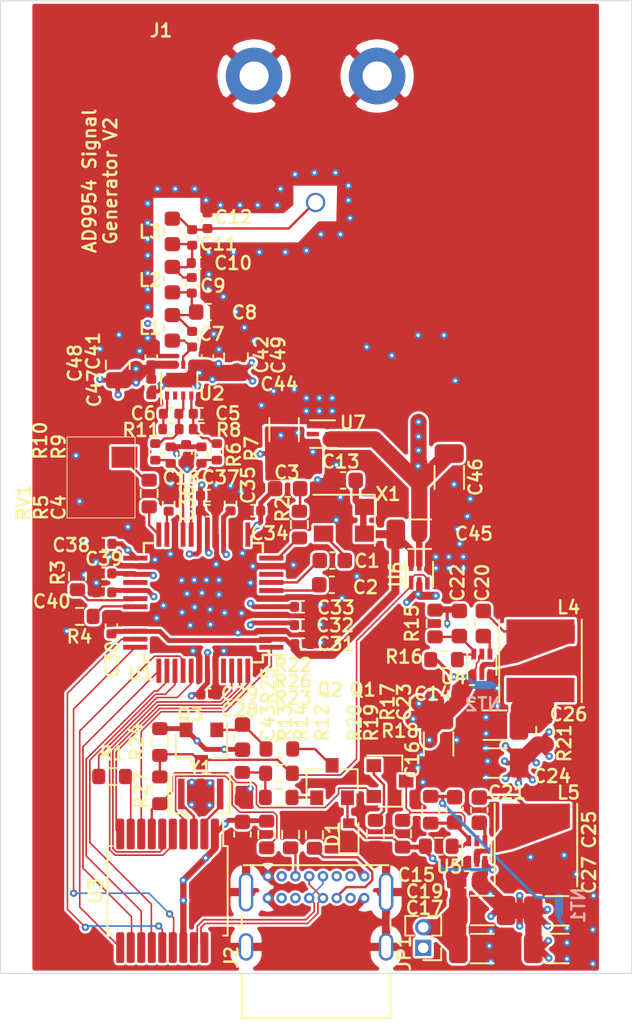
<source format=kicad_pcb>
(kicad_pcb (version 20171130) (host pcbnew 5.1.12-84ad8e8a86~92~ubuntu20.04.1)
  (layers (0 F.Cu signal) (1 In1.Cu signal hide) (2 In2.Cu signal hide) (31 B.Cu signal) (34 B.Paste user hide) (35 F.Paste user hide) (36 B.SilkS user) (37 F.SilkS user) (38 B.Mask user hide) (39 F.Mask user) (44 Edge.Cuts user))
  (net 0 "")
  (net 1 "Net-(C1-Pad2)")
  (net 2 "Net-(C1-Pad1)")
  (net 3 GND)
  (net 4 "Net-(C2-Pad1)")
  (net 5 "Net-(C3-Pad2)")
  (net 6 +1V8_analog)
  (net 7 "Net-(C4-Pad2)")
  (net 8 "Net-(C5-Pad2)")
  (net 9 "Net-(C6-Pad2)")
  (net 10 "Net-(C6-Pad1)")
  (net 11 "Net-(C7-Pad2)")
  (net 12 "Net-(C7-Pad1)")
  (net 13 "Net-(C10-Pad1)")
  (net 14 +1V8)
  (net 15 VBUS)
  (net 16 -2V2)
  (net 17 "Net-(C20-Pad2)")
  (net 18 "Net-(C20-Pad1)")
  (net 19 "Net-(C21-Pad2)")
  (net 20 "Net-(C21-Pad1)")
  (net 21 "Net-(C22-Pad2)")
  (net 22 +3V3)
  (net 23 "Net-(C23-Pad2)")
  (net 24 "Net-(C26-Pad1)")
  (net 25 "Net-(C28-Pad2)")
  (net 26 +3V0)
  (net 27 "Net-(J2-PadB5)")
  (net 28 "Net-(J2-PadB8)")
  (net 29 "Net-(J2-PadA8)")
  (net 30 "Net-(J2-PadA5)")
  (net 31 "Net-(Q1-Pad3)")
  (net 32 PWR_EN)
  (net 33 "Net-(Q1-Pad1)")
  (net 34 "Net-(Q2-Pad3)")
  (net 35 "Net-(Q2-Pad1)")
  (net 36 "Net-(Q3-Pad3)")
  (net 37 MOSI)
  (net 38 "Net-(R1-Pad1)")
  (net 39 "Net-(R2-Pad2)")
  (net 40 "Net-(R3-Pad2)")
  (net 41 "Net-(R4-Pad2)")
  (net 42 "Net-(R5-Pad2)")
  (net 43 "Net-(R5-Pad1)")
  (net 44 "Net-(R6-Pad1)")
  (net 45 "Net-(R10-Pad2)")
  (net 46 "Net-(R14-Pad2)")
  (net 47 "Net-(R23-Pad2)")
  (net 48 PS1)
  (net 49 PS0)
  (net 50 OSK)
  (net 51 "Net-(U1-Pad45)")
  (net 52 SCLK)
  (net 53 CSb)
  (net 54 MISO)
  (net 55 IOSYNC)
  (net 56 RESET)
  (net 57 PWRDWN)
  (net 58 "Net-(U1-Pad28)")
  (net 59 "Net-(U1-Pad10)")
  (net 60 IO_UPDATE)
  (net 61 "Net-(U2-Pad2)")
  (net 62 "Net-(U3-Pad3)")
  (net 63 "Net-(U3-Pad2)")
  (net 64 "Net-(U7-Pad5)")
  (net 65 "Net-(J2-PadA4)")
  (net 66 /dds_analog/OUT_50)
  (net 67 /usb_spi/USB_P)
  (net 68 /usb_spi/USB_N)
  (net 69 "Net-(C23-Pad1)")
  (net 70 "Net-(NT2-Pad1)")
  (module Capacitor_SMD:C_0805_2012Metric (layer F.Cu) (at 112.55 122 270)
    (fp_text reference C49 (at -0.15 -2.625 90) (layer F.SilkS) (effects (font (size 0.8 0.8) (thickness 0.153))))
    (fp_text value 1u)
    (pad 2 smd roundrect (at 0.95 0 270) (size 1 1.45) (layers F.Cu F.Paste F.Mask) (net 16 -2V2))
    (pad 1 smd roundrect (at -0.95 0 270) (size 1 1.45) (layers F.Cu F.Paste F.Mask) (net 3 GND))
  )
  (module Capacitor_SMD:C_0805_2012Metric (layer F.Cu) (at 105.25 122.45 270)
    (fp_text reference C48 (at -0.1 2.65 90) (layer F.SilkS) (effects (font (size 0.8 0.8) (thickness 0.153))))
    (fp_text value 1u)
    (pad 2 smd roundrect (at 0.95 0 270) (size 1 1.45) (layers F.Cu F.Paste F.Mask) (net 26 +3V0))
    (pad 1 smd roundrect (at -0.95 0 270) (size 1 1.45) (layers F.Cu F.Paste F.Mask) (net 3 GND))
  )
  (module Diode_SMD:D_SOD-523 (layer F.Cu) (at 119.52 151.43 90)
    (fp_text reference D1 (at 0.005 -0.995 90) (layer F.SilkS) (effects (font (size 0.8 0.8) (thickness 0.153))))
    (fp_text value D)
    (pad 1 smd rect (at -0.7 0 270) (size 0.6 0.7) (layers F.Cu F.Paste F.Mask) (net 3 GND))
    (pad 2 smd rect (at 0.7 0 270) (size 0.6 0.7) (layers F.Cu F.Paste F.Mask) (net 16 -2V2))
  )
  (module NetTie:NetTie-2_SMD_Pad0.5mm (layer B.Cu) (at 127.8 142.2)
    (fp_text reference NT2 (at 0 1.2) (layer B.SilkS) (effects (font (size 0.8 0.8) (thickness 0.153)) (justify mirror)))
    (fp_text value Net-Tie_2)
    (fp_poly (pts (xy -0.5 0.25) (xy 0.5 0.25) (xy 0.5 -0.25) (xy -0.5 -0.25)) (layer B.Cu) (width 0))
    (pad 2 smd circle (at 0.5 0) (size 0.5 0.5) (layers B.Cu) (net 3 GND))
    (pad 1 smd circle (at -0.5 0) (size 0.5 0.5) (layers B.Cu) (net 70 "Net-(NT2-Pad1)"))
  )
  (module NetTie:NetTie-2_SMD_Pad0.5mm (layer B.Cu) (at 132.5 155.8 90)
    (fp_text reference NT1 (at 0 1.2 270) (layer B.SilkS) (effects (font (size 0.8 0.8) (thickness 0.153)) (justify mirror)))
    (fp_text value Net-Tie_2)
    (fp_poly (pts (xy -0.5 0.25) (xy 0.5 0.25) (xy 0.5 -0.25) (xy -0.5 -0.25)) (layer B.Cu) (width 0))
    (pad 2 smd circle (at 0.5 0 90) (size 0.5 0.5) (layers B.Cu) (net 69 "Net-(C23-Pad1)"))
    (pad 1 smd circle (at -0.5 0 90) (size 0.5 0.5) (layers B.Cu) (net 3 GND))
  )
  (module Capacitor_SMD:C_0603_1608Metric (layer F.Cu) (at 112.95 145.42 90)
    (fp_text reference C28 (at 1.656 -0.174 180) (layer F.SilkS) (effects (font (size 0.8 0.8) (thickness 0.153))))
    (fp_text value 100n)
    (pad 2 smd roundrect (at 0.775 0 90) (size 0.9 0.95) (layers F.Cu F.Paste F.Mask) (net 25 "Net-(C28-Pad2)"))
    (pad 1 smd roundrect (at -0.775 0 90) (size 0.9 0.95) (layers F.Cu F.Paste F.Mask) (net 22 +3V3))
  )
  (module proj_footprints:PinHeader_1x02_P1.27mm_Vertical_reduced_crtyd (layer F.Cu) (at 124.12 158.42 180)
    (fp_text reference JP1 (at 1.184 -0.33 90) (layer F.SilkS) (effects (font (size 0.8 0.8) (thickness 0.153))))
    (fp_text value Jumper)
    (pad 2 thru_hole oval (at 0 1.27 180) (size 1 1) (drill 0.65) (layers *.Cu *.Mask) (net 15 VBUS))
    (pad 1 thru_hole rect (at 0 0 180) (size 1 1) (drill 0.65) (layers *.Cu *.Mask) (net 65 "Net-(J2-PadA4)"))
  )
  (module proj_footprints:BNC_Molex_0731713150 (layer F.Cu) (at 117.47 104.635 180)
    (fp_text reference J1 (at 9.545 2.81) (layer F.SilkS) (effects (font (size 0.8 0.8) (thickness 0.153))))
    (fp_text value Conn_Coaxial)
    (pad 1 thru_hole circle (at 0 -7.8 180) (size 1.2 1.2) (drill 0.92) (layers *.Cu *.Mask) (net 66 /dds_analog/OUT_50))
    (pad 2 thru_hole circle (at 3.8 0 180) (size 3.5 3.5) (drill 1.8) (layers *.Cu *.Mask) (net 3 GND))
    (pad 2 thru_hole circle (at -3.8 0 180) (size 3.5 3.5) (drill 1.8) (layers *.Cu *.Mask) (net 3 GND))
  )
  (module Capacitor_SMD:C_0402_1005Metric (layer F.Cu) (at 108.3945 131.0005 270)
    (fp_text reference C4 (at 0.254 6.7945 90) (layer F.SilkS) (effects (font (size 0.8 0.8) (thickness 0.153))))
    (fp_text value 100n)
    (pad 2 smd roundrect (at 0.48 0 270) (size 0.56 0.62) (layers F.Cu F.Paste F.Mask) (net 7 "Net-(C4-Pad2)"))
    (pad 1 smd roundrect (at -0.48 0 270) (size 0.56 0.62) (layers F.Cu F.Paste F.Mask) (net 3 GND))
  )
  (module Capacitor_SMD:C_0402_1005Metric (layer F.Cu) (at 107.32 123.82 270)
    (fp_text reference C47 (at 0.08 3.52 270) (layer F.SilkS) (effects (font (size 0.8 0.8) (thickness 0.153))))
    (fp_text value 100n)
    (pad 2 smd roundrect (at 0.48 0 270) (size 0.56 0.62) (layers F.Cu F.Paste F.Mask) (net 16 -2V2))
    (pad 1 smd roundrect (at -0.48 0 270) (size 0.56 0.62) (layers F.Cu F.Paste F.Mask) (net 26 +3V0))
  )
  (module Capacitor_SMD:C_0402_1005Metric (layer F.Cu) (at 109.47 127.845 90)
    (fp_text reference C18 (at -1.58 -0.295 180) (layer F.SilkS) (effects (font (size 0.8 0.8) (thickness 0.153))))
    (fp_text value 100n)
    (pad 2 smd roundrect (at 0.48 0 90) (size 0.56 0.62) (layers F.Cu F.Paste F.Mask) (net 26 +3V0))
    (pad 1 smd roundrect (at -0.48 0 90) (size 0.56 0.62) (layers F.Cu F.Paste F.Mask) (net 3 GND))
  )
  (module Resistor_SMD:R_0402_1005Metric (layer F.Cu) (at 108.535 126.42 180)
    (fp_text reference R11 (at 1.835 -0.055) (layer F.SilkS) (effects (font (size 0.8 0.8) (thickness 0.153))))
    (fp_text value 220)
    (pad 2 smd roundrect (at 0.51 0 180) (size 0.54 0.64) (layers F.Cu F.Paste F.Mask) (net 10 "Net-(C6-Pad1)"))
    (pad 1 smd roundrect (at -0.51 0 180) (size 0.54 0.64) (layers F.Cu F.Paste F.Mask) (net 9 "Net-(C6-Pad2)"))
  )
  (module Resistor_SMD:R_0402_1005Metric (layer F.Cu) (at 107.57 127.82 270)
    (fp_text reference R10 (at -0.693 7.113 90) (layer F.SilkS) (effects (font (size 0.8 0.8) (thickness 0.153))))
    (fp_text value 142)
    (pad 2 smd roundrect (at 0.51 0 270) (size 0.54 0.64) (layers F.Cu F.Paste F.Mask) (net 45 "Net-(R10-Pad2)"))
    (pad 1 smd roundrect (at -0.51 0 270) (size 0.54 0.64) (layers F.Cu F.Paste F.Mask) (net 9 "Net-(C6-Pad2)"))
  )
  (module Resistor_SMD:R_0402_1005Metric (layer F.Cu) (at 108.52 128.02 90)
    (fp_text reference R9 (at 0.512 -6.92 90) (layer F.SilkS) (effects (font (size 0.8 0.8) (thickness 0.153))))
    (fp_text value 120)
    (pad 2 smd roundrect (at 0.51 0 90) (size 0.54 0.64) (layers F.Cu F.Paste F.Mask) (net 26 +3V0))
    (pad 1 smd roundrect (at -0.51 0 90) (size 0.54 0.64) (layers F.Cu F.Paste F.Mask) (net 45 "Net-(R10-Pad2)"))
  )
  (module Resistor_SMD:R_0402_1005Metric (layer F.Cu) (at 110.42 126.42 180)
    (fp_text reference R8 (at -1.68 -0.055) (layer F.SilkS) (effects (font (size 0.8 0.8) (thickness 0.153))))
    (fp_text value 220)
    (pad 2 smd roundrect (at 0.51 0 180) (size 0.54 0.64) (layers F.Cu F.Paste F.Mask) (net 8 "Net-(C5-Pad2)"))
    (pad 1 smd roundrect (at -0.51 0 180) (size 0.54 0.64) (layers F.Cu F.Paste F.Mask) (net 3 GND))
  )
  (module Resistor_SMD:R_0402_1005Metric (layer F.Cu) (at 111.37 127.82 270)
    (fp_text reference R7 (at -0.195 -2.155 90) (layer F.SilkS) (effects (font (size 0.8 0.8) (thickness 0.153))))
    (fp_text value 142)
    (pad 2 smd roundrect (at 0.51 0 270) (size 0.54 0.64) (layers F.Cu F.Paste F.Mask) (net 44 "Net-(R6-Pad1)"))
    (pad 1 smd roundrect (at -0.51 0 270) (size 0.54 0.64) (layers F.Cu F.Paste F.Mask) (net 8 "Net-(C5-Pad2)"))
  )
  (module Resistor_SMD:R_0402_1005Metric (layer F.Cu) (at 110.42 128.02 90)
    (fp_text reference R6 (at 0.02 2.005 90) (layer F.SilkS) (effects (font (size 0.8 0.8) (thickness 0.153))))
    (fp_text value 120)
    (pad 2 smd roundrect (at 0.51 0 90) (size 0.54 0.64) (layers F.Cu F.Paste F.Mask) (net 26 +3V0))
    (pad 1 smd roundrect (at -0.51 0 90) (size 0.54 0.64) (layers F.Cu F.Paste F.Mask) (net 44 "Net-(R6-Pad1)"))
  )
  (module Crystal:Resonator_SMD_muRata_CSTxExxV-3Pin_3.0x1.1mm (layer F.Cu) (at 110.375 148.925)
    (fp_text reference Y1 (at 0 -1.605) (layer F.SilkS) (effects (font (size 0.8 0.8) (thickness 0.153))))
    (fp_text value CSTNE12M0GH5L000R0)
    (pad 3 smd rect (at 1.2 0) (size 0.4 1.9) (layers F.Cu F.Paste F.Mask) (net 63 "Net-(U3-Pad2)"))
    (pad 2 smd rect (at 0 0) (size 0.4 1.9) (layers F.Cu F.Paste F.Mask) (net 3 GND))
    (pad 1 smd rect (at -1.2 0) (size 0.4 1.9) (layers F.Cu F.Paste F.Mask) (net 62 "Net-(U3-Pad3)"))
  )
  (module proj_footprints:Oscillator_SMD_Abracon_ASE-4Pin_3.2x2.5mm (layer F.Cu) (at 119.23 132.04 180)
    (fp_text reference X1 (at -2.72 1.615) (layer F.SilkS) (effects (font (size 0.8 0.8) (thickness 0.153))))
    (fp_text value ASE-xxxMHz)
    (pad 4 smd rect (at -1.27 -0.825 180) (size 1.2 1) (layers F.Cu F.Paste F.Mask) (net 14 +1V8))
    (pad 3 smd rect (at 1.27 -0.825 180) (size 1.2 1) (layers F.Cu F.Paste F.Mask) (net 1 "Net-(C1-Pad2)"))
    (pad 2 smd rect (at 1.27 0.825 180) (size 1.2 1) (layers F.Cu F.Paste F.Mask) (net 3 GND))
    (pad 1 smd rect (at -1.27 0.825 180) (size 1.2 1) (layers F.Cu F.Paste F.Mask) (net 14 +1V8))
  )
  (module Package_SON:WSON-6_1.5x1.5mm_P0.5mm (layer F.Cu) (at 117.875 126.725 180)
    (fp_text reference U7 (at -1.9 0.7) (layer F.SilkS) (effects (font (size 0.8 0.8) (thickness 0.153))))
    (fp_text value TLV71x)
    (pad 6 smd rect (at 0.575 -0.5 90) (size 0.28 0.75) (layers F.Cu F.Paste F.Mask) (net 6 +1V8_analog))
    (pad 5 smd rect (at 0.575 0 90) (size 0.28 0.75) (layers F.Cu F.Paste F.Mask) (net 64 "Net-(U7-Pad5)"))
    (pad 4 smd rect (at 0.575 0.5 90) (size 0.28 0.75) (layers F.Cu F.Paste F.Mask) (net 3 GND))
    (pad 3 smd rect (at -0.575 0.5 90) (size 0.28 0.75) (layers F.Cu F.Paste F.Mask) (net 3 GND))
    (pad 2 smd rect (at -0.575 0 90) (size 0.28 0.75) (layers F.Cu F.Paste F.Mask) (net 26 +3V0))
    (pad 1 smd rect (at -0.525 -0.5 90) (size 0.28 0.85) (layers F.Cu F.Paste F.Mask) (net 26 +3V0))
  )
  (module Package_SON:WSON-6_1.5x1.5mm_P0.5mm (layer F.Cu) (at 123.875 135.36 90)
    (fp_text reference U6 (at -0.022 -1.447 270) (layer F.SilkS) (effects (font (size 0.8 0.8) (thickness 0.153))))
    (fp_text value TLV71x)
    (pad 6 smd rect (at 0.575 -0.5) (size 0.28 0.75) (layers F.Cu F.Paste F.Mask) (net 14 +1V8))
    (pad 5 smd rect (at 0.575 0) (size 0.28 0.75) (layers F.Cu F.Paste F.Mask) (net 26 +3V0))
    (pad 4 smd rect (at 0.575 0.5) (size 0.28 0.75) (layers F.Cu F.Paste F.Mask) (net 3 GND))
    (pad 3 smd rect (at -0.575 0.5) (size 0.28 0.75) (layers F.Cu F.Paste F.Mask) (net 36 "Net-(Q3-Pad3)"))
    (pad 2 smd rect (at -0.575 0) (size 0.28 0.75) (layers F.Cu F.Paste F.Mask) (net 22 +3V3))
    (pad 1 smd rect (at -0.525 -0.5) (size 0.28 0.85) (layers F.Cu F.Paste F.Mask) (net 36 "Net-(Q3-Pad3)"))
  )
  (module proj_footprints:SOT-563-adjusted (layer F.Cu) (at 127.43 152.45 90)
    (fp_text reference U5 (at -0.966 -1.7 180) (layer F.SilkS) (effects (font (size 0.8 0.8) (thickness 0.153))))
    (fp_text value AP62201-SOT563)
    (pad 5 smd rect (at 0.635 0 90) (size 0.67 0.3) (layers F.Cu F.Paste F.Mask) (net 31 "Net-(Q1-Pad3)"))
    (pad 4 smd rect (at 0.635 0.5 90) (size 0.67 0.3) (layers F.Cu F.Paste F.Mask) (net 19 "Net-(C21-Pad2)"))
    (pad 2 smd rect (at -0.635 0 90) (size 0.67 0.3) (layers F.Cu F.Paste F.Mask) (net 20 "Net-(C21-Pad1)"))
    (pad 6 smd rect (at 0.635 -0.5 90) (size 0.67 0.3) (layers F.Cu F.Paste F.Mask) (net 23 "Net-(C23-Pad2)"))
    (pad 3 smd rect (at -0.635 0.5 90) (size 0.67 0.3) (layers F.Cu F.Paste F.Mask) (net 16 -2V2))
    (pad 1 smd rect (at -0.635 -0.5 90) (size 0.67 0.3) (layers F.Cu F.Paste F.Mask) (net 15 VBUS))
  )
  (module proj_footprints:SOT-563-adjusted (layer F.Cu) (at 127.74 140.93 90)
    (fp_text reference U4 (at -0.802 -1.756 180) (layer F.SilkS) (effects (font (size 0.8 0.8) (thickness 0.153))))
    (fp_text value AP62201-SOT563)
    (pad 5 smd rect (at 0.635 0 90) (size 0.67 0.3) (layers F.Cu F.Paste F.Mask) (net 15 VBUS))
    (pad 4 smd rect (at 0.635 0.5 90) (size 0.67 0.3) (layers F.Cu F.Paste F.Mask) (net 17 "Net-(C20-Pad2)"))
    (pad 2 smd rect (at -0.635 0 90) (size 0.67 0.3) (layers F.Cu F.Paste F.Mask) (net 18 "Net-(C20-Pad1)"))
    (pad 6 smd rect (at 0.635 -0.5 90) (size 0.67 0.3) (layers F.Cu F.Paste F.Mask) (net 21 "Net-(C22-Pad2)"))
    (pad 3 smd rect (at -0.635 0.5 90) (size 0.67 0.3) (layers F.Cu F.Paste F.Mask) (net 3 GND))
    (pad 1 smd rect (at -0.635 -0.5 90) (size 0.67 0.3) (layers F.Cu F.Paste F.Mask) (net 15 VBUS))
  )
  (module Package_SO:SSOP-20_5.3x7.2mm_P0.65mm (layer F.Cu) (at 108.325 154.9 270)
    (fp_text reference U3 (at 0 4.439 90) (layer F.SilkS) (effects (font (size 0.8 0.8) (thickness 0.153))))
    (fp_text value MCP2210x-SS)
    (pad 20 smd roundrect (at 3.5 -2.925 270) (size 1.9 0.5) (layers F.Cu F.Paste F.Mask) (net 3 GND))
    (pad 19 smd roundrect (at 3.5 -2.275 270) (size 1.9 0.5) (layers F.Cu F.Paste F.Mask) (net 67 /usb_spi/USB_P))
    (pad 18 smd roundrect (at 3.5 -1.625 270) (size 1.9 0.5) (layers F.Cu F.Paste F.Mask) (net 68 /usb_spi/USB_N))
    (pad 17 smd roundrect (at 3.5 -0.975 270) (size 1.9 0.5) (layers F.Cu F.Paste F.Mask) (net 22 +3V3))
    (pad 16 smd roundrect (at 3.5 -0.325 270) (size 1.9 0.5) (layers F.Cu F.Paste F.Mask) (net 56 RESET))
    (pad 15 smd roundrect (at 3.5 0.325 270) (size 1.9 0.5) (layers F.Cu F.Paste F.Mask) (net 57 PWRDWN))
    (pad 14 smd roundrect (at 3.5 0.975 270) (size 1.9 0.5) (layers F.Cu F.Paste F.Mask) (net 53 CSb))
    (pad 13 smd roundrect (at 3.5 1.625 270) (size 1.9 0.5) (layers F.Cu F.Paste F.Mask) (net 54 MISO))
    (pad 12 smd roundrect (at 3.5 2.275 270) (size 1.9 0.5) (layers F.Cu F.Paste F.Mask) (net 55 IOSYNC))
    (pad 11 smd roundrect (at 3.5 2.925 270) (size 1.9 0.5) (layers F.Cu F.Paste F.Mask) (net 52 SCLK))
    (pad 10 smd roundrect (at -3.5 2.925 270) (size 1.9 0.5) (layers F.Cu F.Paste F.Mask) (net 48 PS1))
    (pad 9 smd roundrect (at -3.5 2.275 270) (size 1.9 0.5) (layers F.Cu F.Paste F.Mask) (net 37 MOSI))
    (pad 8 smd roundrect (at -3.5 1.625 270) (size 1.9 0.5) (layers F.Cu F.Paste F.Mask) (net 60 IO_UPDATE))
    (pad 7 smd roundrect (at -3.5 0.975 270) (size 1.9 0.5) (layers F.Cu F.Paste F.Mask) (net 32 PWR_EN))
    (pad 6 smd roundrect (at -3.5 0.325 270) (size 1.9 0.5) (layers F.Cu F.Paste F.Mask) (net 49 PS0))
    (pad 5 smd roundrect (at -3.5 -0.325 270) (size 1.9 0.5) (layers F.Cu F.Paste F.Mask) (net 50 OSK))
    (pad 4 smd roundrect (at -3.5 -0.975 270) (size 1.9 0.5) (layers F.Cu F.Paste F.Mask) (net 46 "Net-(R14-Pad2)"))
    (pad 3 smd roundrect (at -3.5 -1.625 270) (size 1.9 0.5) (layers F.Cu F.Paste F.Mask) (net 62 "Net-(U3-Pad3)"))
    (pad 2 smd roundrect (at -3.5 -2.275 270) (size 1.9 0.5) (layers F.Cu F.Paste F.Mask) (net 63 "Net-(U3-Pad2)"))
    (pad 1 smd roundrect (at -3.5 -2.925 270) (size 1.9 0.5) (layers F.Cu F.Paste F.Mask) (net 22 +3V3))
  )
  (module Package_SON:WSON-8-1EP_2x2mm_P0.5mm_EP0.9x1.6mm (layer F.Cu) (at 109.045 123.395 90)
    (fp_text reference U2 (at -0.83 2.005 180) (layer F.SilkS) (effects (font (size 0.8 0.8) (thickness 0.153))))
    (fp_text value OPA859xDSG)
    (pad 3 smd rect (at -0.95 0.25 90) (size 0.5 0.25) (layers F.Cu F.Paste F.Mask) (net 9 "Net-(C6-Pad2)"))
    (pad 7 smd rect (at 0.95 -0.25 90) (size 0.5 0.25) (layers F.Cu F.Paste F.Mask) (net 26 +3V0))
    (pad 8 smd rect (at 0.95 -0.75 90) (size 0.5 0.25) (layers F.Cu F.Paste F.Mask) (net 26 +3V0))
    (pad 9 smd rect (at 0 0 90) (size 0.9 1.6) (layers F.Cu F.Mask) (net 16 -2V2))
    (pad 1 smd rect (at -0.95 -0.75 90) (size 0.5 0.25) (layers F.Cu F.Paste F.Mask) (net 10 "Net-(C6-Pad1)"))
    (pad 2 smd rect (at -0.95 -0.25 90) (size 0.5 0.25) (layers F.Cu F.Paste F.Mask) (net 61 "Net-(U2-Pad2)"))
    (pad 4 smd rect (at -0.95 0.75 90) (size 0.5 0.25) (layers F.Cu F.Paste F.Mask) (net 8 "Net-(C5-Pad2)"))
    (pad 5 smd rect (at 0.95 0.75 90) (size 0.5 0.25) (layers F.Cu F.Paste F.Mask) (net 16 -2V2))
    (pad 6 smd rect (at 0.95 0.25 90) (size 0.5 0.25) (layers F.Cu F.Paste F.Mask) (net 11 "Net-(C7-Pad2)"))
  )
  (module Package_QFP:TQFP-48-1EP_7x7mm_P0.5mm_EP3.5x3.5mm (layer F.Cu) (at 110.535 137.125 180)
    (fp_text reference U1 (at 3.855 -4.353) (layer F.SilkS) (effects (font (size 0.8 0.8) (thickness 0.153))))
    (fp_text value AD9954)
    (pad 1 smd rect (at -4.2 -2.75 180) (size 1.5 0.3) (layers F.Cu F.Paste F.Mask) (net 60 IO_UPDATE))
    (pad 2 smd rect (at -4.2 -2.25 180) (size 1.5 0.3) (layers F.Cu F.Paste F.Mask) (net 14 +1V8))
    (pad 3 smd rect (at -4.2 -1.75 180) (size 1.5 0.3) (layers F.Cu F.Paste F.Mask) (net 3 GND))
    (pad 4 smd rect (at -4.2 -1.25 180) (size 1.5 0.3) (layers F.Cu F.Paste F.Mask) (net 6 +1V8_analog))
    (pad 5 smd rect (at -4.2 -0.75 180) (size 1.5 0.3) (layers F.Cu F.Paste F.Mask) (net 3 GND))
    (pad 6 smd rect (at -4.2 -0.25 180) (size 1.5 0.3) (layers F.Cu F.Paste F.Mask) (net 6 +1V8_analog))
    (pad 7 smd rect (at -4.2 0.25 180) (size 1.5 0.3) (layers F.Cu F.Paste F.Mask) (net 3 GND))
    (pad 8 smd rect (at -4.2 0.75 180) (size 1.5 0.3) (layers F.Cu F.Paste F.Mask) (net 4 "Net-(C2-Pad1)"))
    (pad 9 smd rect (at -4.2 1.25 180) (size 1.5 0.3) (layers F.Cu F.Paste F.Mask) (net 2 "Net-(C1-Pad1)"))
    (pad 10 smd rect (at -4.2 1.75 180) (size 1.5 0.3) (layers F.Cu F.Paste F.Mask) (net 59 "Net-(U1-Pad10)"))
    (pad 11 smd rect (at -4.2 2.25 180) (size 1.5 0.3) (layers F.Cu F.Paste F.Mask) (net 3 GND))
    (pad 12 smd rect (at -4.2 2.75 180) (size 1.5 0.3) (layers F.Cu F.Paste F.Mask) (net 39 "Net-(R2-Pad2)"))
    (pad 13 smd rect (at -2.75 4.2 270) (size 1.5 0.3) (layers F.Cu F.Paste F.Mask) (net 6 +1V8_analog))
    (pad 14 smd rect (at -2.25 4.2 270) (size 1.5 0.3) (layers F.Cu F.Paste F.Mask) (net 3 GND))
    (pad 15 smd rect (at -1.75 4.2 270) (size 1.5 0.3) (layers F.Cu F.Paste F.Mask) (net 3 GND))
    (pad 16 smd rect (at -1.25 4.2 270) (size 1.5 0.3) (layers F.Cu F.Paste F.Mask) (net 6 +1V8_analog))
    (pad 17 smd rect (at -0.75 4.2 270) (size 1.5 0.3) (layers F.Cu F.Paste F.Mask) (net 3 GND))
    (pad 18 smd rect (at -0.25 4.2 270) (size 1.5 0.3) (layers F.Cu F.Paste F.Mask) (net 6 +1V8_analog))
    (pad 19 smd rect (at 0.25 4.2 270) (size 1.5 0.3) (layers F.Cu F.Paste F.Mask) (net 6 +1V8_analog))
    (pad 20 smd rect (at 0.75 4.2 270) (size 1.5 0.3) (layers F.Cu F.Paste F.Mask) (net 44 "Net-(R6-Pad1)"))
    (pad 21 smd rect (at 1.25 4.2 270) (size 1.5 0.3) (layers F.Cu F.Paste F.Mask) (net 45 "Net-(R10-Pad2)"))
    (pad 22 smd rect (at 1.75 4.2 270) (size 1.5 0.3) (layers F.Cu F.Paste F.Mask) (net 3 GND))
    (pad 23 smd rect (at 2.25 4.2 270) (size 1.5 0.3) (layers F.Cu F.Paste F.Mask) (net 7 "Net-(C4-Pad2)"))
    (pad 24 smd rect (at 2.75 4.2 270) (size 1.5 0.3) (layers F.Cu F.Paste F.Mask) (net 42 "Net-(R5-Pad2)"))
    (pad 25 smd rect (at 4.2 2.75 180) (size 1.5 0.3) (layers F.Cu F.Paste F.Mask) (net 6 +1V8_analog))
    (pad 26 smd rect (at 4.2 2.25 180) (size 1.5 0.3) (layers F.Cu F.Paste F.Mask) (net 3 GND))
    (pad 27 smd rect (at 4.2 1.75 180) (size 1.5 0.3) (layers F.Cu F.Paste F.Mask) (net 6 +1V8_analog))
    (pad 28 smd rect (at 4.2 1.25 180) (size 1.5 0.3) (layers F.Cu F.Paste F.Mask) (net 58 "Net-(U1-Pad28)"))
    (pad 29 smd rect (at 4.2 0.75 180) (size 1.5 0.3) (layers F.Cu F.Paste F.Mask) (net 6 +1V8_analog))
    (pad 30 smd rect (at 4.2 0.25 180) (size 1.5 0.3) (layers F.Cu F.Paste F.Mask) (net 40 "Net-(R3-Pad2)"))
    (pad 31 smd rect (at 4.2 -0.25 180) (size 1.5 0.3) (layers F.Cu F.Paste F.Mask) (net 41 "Net-(R4-Pad2)"))
    (pad 32 smd rect (at 4.2 -0.75 180) (size 1.5 0.3) (layers F.Cu F.Paste F.Mask) (net 3 GND))
    (pad 33 smd rect (at 4.2 -1.25 180) (size 1.5 0.3) (layers F.Cu F.Paste F.Mask) (net 3 GND))
    (pad 34 smd rect (at 4.2 -1.75 180) (size 1.5 0.3) (layers F.Cu F.Paste F.Mask) (net 14 +1V8))
    (pad 35 smd rect (at 4.2 -2.25 180) (size 1.5 0.3) (layers F.Cu F.Paste F.Mask) (net 57 PWRDWN))
    (pad 36 smd rect (at 4.2 -2.75 180) (size 1.5 0.3) (layers F.Cu F.Paste F.Mask) (net 56 RESET))
    (pad 37 smd rect (at 2.75 -4.2 270) (size 1.5 0.3) (layers F.Cu F.Paste F.Mask) (net 55 IOSYNC))
    (pad 38 smd rect (at 2.25 -4.2 270) (size 1.5 0.3) (layers F.Cu F.Paste F.Mask) (net 54 MISO))
    (pad 39 smd rect (at 1.75 -4.2 270) (size 1.5 0.3) (layers F.Cu F.Paste F.Mask) (net 53 CSb))
    (pad 40 smd rect (at 1.25 -4.2 270) (size 1.5 0.3) (layers F.Cu F.Paste F.Mask) (net 52 SCLK))
    (pad 41 smd rect (at 0.75 -4.2 270) (size 1.5 0.3) (layers F.Cu F.Paste F.Mask) (net 38 "Net-(R1-Pad1)"))
    (pad 42 smd rect (at 0.25 -4.2 270) (size 1.5 0.3) (layers F.Cu F.Paste F.Mask) (net 3 GND))
    (pad 43 smd rect (at -0.25 -4.2 270) (size 1.5 0.3) (layers F.Cu F.Paste F.Mask) (net 22 +3V3))
    (pad 44 smd rect (at -0.75 -4.2 270) (size 1.5 0.3) (layers F.Cu F.Paste F.Mask) (net 3 GND))
    (pad 45 smd rect (at -1.25 -4.2 270) (size 1.5 0.3) (layers F.Cu F.Paste F.Mask) (net 51 "Net-(U1-Pad45)"))
    (pad 46 smd rect (at -1.75 -4.2 270) (size 1.5 0.3) (layers F.Cu F.Paste F.Mask) (net 50 OSK))
    (pad 47 smd rect (at -2.25 -4.2 270) (size 1.5 0.3) (layers F.Cu F.Paste F.Mask) (net 49 PS0))
    (pad 48 smd rect (at -2.75 -4.2 270) (size 1.5 0.3) (layers F.Cu F.Paste F.Mask) (net 48 PS1))
    (pad 49 smd rect (at 0 0 180) (size 3.5 3.5) (layers F.Cu F.Mask) (net 3 GND))
  )
  (module proj_footprints:Bourns_PVG5A_Trimmer (layer F.Cu) (at 104.216 129.4005 90)
    (fp_text reference RV1 (at -1.5365 -4.775 90) (layer F.SilkS) (effects (font (size 0.8 0.8) (thickness 0.153))))
    (fp_text value 1k)
    (pad 2 smd rect (at 0 -1.45 90) (size 2 1.6) (layers F.Cu F.Paste F.Mask) (net 3 GND))
    (pad 3 smd rect (at 1.25 1.45 90) (size 1.3 1.6) (layers F.Cu F.Paste F.Mask) (net 43 "Net-(R5-Pad1)"))
    (pad 1 smd rect (at -1.25 1.45 90) (size 1.3 1.6) (layers F.Cu F.Paste F.Mask) (net 3 GND))
  )
  (module Resistor_SMD:R_0603_1608Metric (layer F.Cu) (at 107.85 148.7 90)
    (fp_text reference R27 (at 0 -1.17 90) (layer F.SilkS) (effects (font (size 0.8 0.8) (thickness 0.153))))
    (fp_text value 0)
    (pad 2 smd roundrect (at 0.825 0 90) (size 0.8 0.95) (layers F.Cu F.Paste F.Mask) (net 36 "Net-(Q3-Pad3)"))
    (pad 1 smd roundrect (at -0.825 0 90) (size 0.8 0.95) (layers F.Cu F.Paste F.Mask) (net 32 PWR_EN))
  )
  (module Resistor_SMD:R_0603_1608Metric (layer F.Cu) (at 115.21 147.65)
    (fp_text reference R26 (at 0.868 -5.664) (layer F.SilkS) (effects (font (size 0.8 0.8) (thickness 0.153))))
    (fp_text value 10k)
    (pad 2 smd roundrect (at 0.825 0) (size 0.8 0.95) (layers F.Cu F.Paste F.Mask) (net 36 "Net-(Q3-Pad3)"))
    (pad 1 smd roundrect (at -0.825 0) (size 0.8 0.95) (layers F.Cu F.Paste F.Mask) (net 47 "Net-(R23-Pad2)"))
  )
  (module Resistor_SMD:R_0603_1608Metric (layer F.Cu) (at 112.94 148.42 90)
    (fp_text reference R25 (at 6.18 1.614 90) (layer F.SilkS) (effects (font (size 0.8 0.8) (thickness 0.153))))
    (fp_text value 1k)
    (pad 2 smd roundrect (at 0.825 0 90) (size 0.8 0.95) (layers F.Cu F.Paste F.Mask) (net 47 "Net-(R23-Pad2)"))
    (pad 1 smd roundrect (at -0.825 0 90) (size 0.8 0.95) (layers F.Cu F.Paste F.Mask) (net 3 GND))
  )
  (module Resistor_SMD:R_0603_1608Metric (layer F.Cu) (at 107.85 145.72 90)
    (fp_text reference R24 (at 0 -1.43 90) (layer F.SilkS) (effects (font (size 0.8 0.8) (thickness 0.153))))
    (fp_text value 0)
    (pad 2 smd roundrect (at 0.825 0 90) (size 0.8 0.95) (layers F.Cu F.Paste F.Mask) (net 22 +3V3))
    (pad 1 smd roundrect (at -0.825 0 90) (size 0.8 0.95) (layers F.Cu F.Paste F.Mask) (net 36 "Net-(Q3-Pad3)"))
  )
  (module Resistor_SMD:R_0603_1608Metric (layer F.Cu) (at 115.19 149.14 180)
    (fp_text reference R23 (at -0.888 6.138) (layer F.SilkS) (effects (font (size 0.8 0.8) (thickness 0.153))))
    (fp_text value 1M)
    (pad 2 smd roundrect (at 0.825 0 180) (size 0.8 0.95) (layers F.Cu F.Paste F.Mask) (net 47 "Net-(R23-Pad2)"))
    (pad 1 smd roundrect (at -0.825 0 180) (size 0.8 0.95) (layers F.Cu F.Paste F.Mask) (net 35 "Net-(Q2-Pad1)"))
  )
  (module Resistor_SMD:R_0603_1608Metric (layer F.Cu) (at 115.23 146.15)
    (fp_text reference R22 (at 0.848 -5.18) (layer F.SilkS) (effects (font (size 0.8 0.8) (thickness 0.153))))
    (fp_text value 500k)
    (pad 2 smd roundrect (at 0.825 0) (size 0.8 0.95) (layers F.Cu F.Paste F.Mask) (net 34 "Net-(Q2-Pad3)"))
    (pad 1 smd roundrect (at -0.825 0) (size 0.8 0.95) (layers F.Cu F.Paste F.Mask) (net 25 "Net-(C28-Pad2)"))
  )
  (module Resistor_SMD:R_0603_1608Metric (layer F.Cu) (at 131.62 145.02 270)
    (fp_text reference R21 (at 0.776 -1.222 90) (layer F.SilkS) (effects (font (size 0.8 0.8) (thickness 0.153))))
    (fp_text value 0.1)
    (pad 2 smd roundrect (at 0.825 0 270) (size 0.8 0.95) (layers F.Cu F.Paste F.Mask) (net 22 +3V3))
    (pad 1 smd roundrect (at -0.825 0 270) (size 0.8 0.95) (layers F.Cu F.Paste F.Mask) (net 24 "Net-(C26-Pad1)"))
  )
  (module Resistor_SMD:R_0603_1608Metric (layer F.Cu) (at 121.165 151.38 270)
    (fp_text reference R20 (at -6.854 1.277 90) (layer F.SilkS) (effects (font (size 0.8 0.8) (thickness 0.153))))
    (fp_text value 100k)
    (pad 2 smd roundrect (at 0.825 0 270) (size 0.8 0.95) (layers F.Cu F.Paste F.Mask) (net 3 GND))
    (pad 1 smd roundrect (at -0.825 0 270) (size 0.8 0.95) (layers F.Cu F.Paste F.Mask) (net 33 "Net-(Q1-Pad1)"))
  )
  (module Resistor_SMD:R_0603_1608Metric (layer F.Cu) (at 122.84 151.38 90)
    (fp_text reference R19 (at 6.854 -1.936 90) (layer F.SilkS) (effects (font (size 0.8 0.8) (thickness 0.153))))
    (fp_text value 10k)
    (pad 1 smd roundrect (at -0.825 0 90) (size 0.8 0.95) (layers F.Cu F.Paste F.Mask) (net 16 -2V2))
    (pad 2 smd roundrect (at 0.825 0 90) (size 0.8 0.95) (layers F.Cu F.Paste F.Mask) (net 31 "Net-(Q1-Pad3)"))
  )
  (module Resistor_SMD:R_0603_1608Metric (layer F.Cu) (at 125.08 152.15)
    (fp_text reference R18 (at -2.398 -7.116) (layer F.SilkS) (effects (font (size 0.8 0.8) (thickness 0.153))))
    (fp_text value 12.1k)
    (pad 2 smd roundrect (at 0.825 0) (size 0.8 0.95) (layers F.Cu F.Paste F.Mask) (net 23 "Net-(C23-Pad2)"))
    (pad 1 smd roundrect (at -0.825 0) (size 0.8 0.95) (layers F.Cu F.Paste F.Mask) (net 16 -2V2))
  )
  (module Resistor_SMD:R_0603_1608Metric (layer F.Cu) (at 124.58 149.9 90)
    (fp_text reference R17 (at 6.644 -2.66 90) (layer F.SilkS) (effects (font (size 0.8 0.8) (thickness 0.153))))
    (fp_text value 21.5k)
    (pad 2 smd roundrect (at 0.825 0 90) (size 0.8 0.95) (layers F.Cu F.Paste F.Mask) (net 69 "Net-(C23-Pad1)"))
    (pad 1 smd roundrect (at -0.825 0 90) (size 0.8 0.95) (layers F.Cu F.Paste F.Mask) (net 23 "Net-(C23-Pad2)"))
  )
  (module Resistor_SMD:R_0603_1608Metric (layer F.Cu) (at 125.405 140.64)
    (fp_text reference R16 (at -2.469 -0.178) (layer F.SilkS) (effects (font (size 0.8 0.8) (thickness 0.153))))
    (fp_text value 5k1)
    (pad 2 smd roundrect (at 0.825 0) (size 0.8 0.95) (layers F.Cu F.Paste F.Mask) (net 21 "Net-(C22-Pad2)"))
    (pad 1 smd roundrect (at -0.825 0) (size 0.8 0.95) (layers F.Cu F.Paste F.Mask) (net 70 "Net-(NT2-Pad1)"))
  )
  (module Resistor_SMD:R_0603_1608Metric (layer F.Cu) (at 124.85 138.41 90)
    (fp_text reference R15 (at 0 -1.43 90) (layer F.SilkS) (effects (font (size 0.8 0.8) (thickness 0.153))))
    (fp_text value 16k)
    (pad 2 smd roundrect (at 0.825 0 90) (size 0.8 0.95) (layers F.Cu F.Paste F.Mask) (net 22 +3V3))
    (pad 1 smd roundrect (at -0.825 0 90) (size 0.8 0.95) (layers F.Cu F.Paste F.Mask) (net 21 "Net-(C22-Pad2)"))
  )
  (module Resistor_SMD:R_0603_1608Metric (layer F.Cu) (at 114.45 151.425 270)
    (fp_text reference R14 (at -6.899 -2.136 90) (layer F.SilkS) (effects (font (size 0.8 0.8) (thickness 0.153))))
    (fp_text value 10k)
    (pad 2 smd roundrect (at 0.825 0 270) (size 0.8 0.95) (layers F.Cu F.Paste F.Mask) (net 46 "Net-(R14-Pad2)"))
    (pad 1 smd roundrect (at -0.825 0 270) (size 0.8 0.95) (layers F.Cu F.Paste F.Mask) (net 22 +3V3))
  )
  (module Resistor_SMD:R_0603_1608Metric (layer F.Cu) (at 115.925 151.425 90)
    (fp_text reference R13 (at 6.899 -0.355 90) (layer F.SilkS) (effects (font (size 0.8 0.8) (thickness 0.153))))
    (fp_text value 5k1)
    (pad 2 smd roundrect (at 0.825 0 90) (size 0.8 0.95) (layers F.Cu F.Paste F.Mask) (net 3 GND))
    (pad 1 smd roundrect (at -0.825 0 90) (size 0.8 0.95) (layers F.Cu F.Paste F.Mask) (net 30 "Net-(J2-PadA5)"))
  )
  (module Resistor_SMD:R_0603_1608Metric (layer F.Cu) (at 117.4 151.45 90)
    (fp_text reference R12 (at 6.924 0.456 90) (layer F.SilkS) (effects (font (size 0.8 0.8) (thickness 0.153))))
    (fp_text value 5k1)
    (pad 2 smd roundrect (at 0.825 0 90) (size 0.8 0.95) (layers F.Cu F.Paste F.Mask) (net 3 GND))
    (pad 1 smd roundrect (at -0.825 0 90) (size 0.8 0.95) (layers F.Cu F.Paste F.Mask) (net 27 "Net-(J2-PadB5)"))
  )
  (module Resistor_SMD:R_0603_1608Metric (layer F.Cu) (at 107.188 130.39 270)
    (fp_text reference R5 (at 0.8645 6.6675 90) (layer F.SilkS) (effects (font (size 0.8 0.8) (thickness 0.153))))
    (fp_text value 3k5)
    (pad 2 smd roundrect (at 0.825 0 270) (size 0.8 0.95) (layers F.Cu F.Paste F.Mask) (net 42 "Net-(R5-Pad2)"))
    (pad 1 smd roundrect (at -0.825 0 270) (size 0.8 0.95) (layers F.Cu F.Paste F.Mask) (net 43 "Net-(R5-Pad1)"))
  )
  (module Resistor_SMD:R_0603_1608Metric (layer F.Cu) (at 102.9 137.97)
    (fp_text reference R4 (at -0.025 1.255) (layer F.SilkS) (effects (font (size 0.8 0.8) (thickness 0.153))))
    (fp_text value 10k)
    (pad 2 smd roundrect (at 0.825 0) (size 0.8 0.95) (layers F.Cu F.Paste F.Mask) (net 41 "Net-(R4-Pad2)"))
    (pad 1 smd roundrect (at -0.825 0) (size 0.8 0.95) (layers F.Cu F.Paste F.Mask) (net 3 GND))
  )
  (module Resistor_SMD:R_0603_1608Metric (layer F.Cu) (at 102.76 135.5 270)
    (fp_text reference R3 (at -0.225 1.21 90) (layer F.SilkS) (effects (font (size 0.8 0.8) (thickness 0.153))))
    (fp_text value 10k)
    (pad 2 smd roundrect (at 0.825 0 270) (size 0.8 0.95) (layers F.Cu F.Paste F.Mask) (net 40 "Net-(R3-Pad2)"))
    (pad 1 smd roundrect (at -0.825 0 270) (size 0.8 0.95) (layers F.Cu F.Paste F.Mask) (net 3 GND))
  )
  (module Resistor_SMD:R_0603_1608Metric (layer F.Cu) (at 116.47 132.31 270)
    (fp_text reference R2 (at -0.935 1.045 90) (layer F.SilkS) (effects (font (size 0.8 0.8) (thickness 0.153))))
    (fp_text value 243)
    (pad 2 smd roundrect (at 0.825 0 270) (size 0.8 0.95) (layers F.Cu F.Paste F.Mask) (net 39 "Net-(R2-Pad2)"))
    (pad 1 smd roundrect (at -0.825 0 270) (size 0.8 0.95) (layers F.Cu F.Paste F.Mask) (net 5 "Net-(C3-Pad2)"))
  )
  (module Resistor_SMD:R_0603_1608Metric (layer F.Cu) (at 104.9 147.85)
    (fp_text reference R1 (at 0 -1.43) (layer F.SilkS) (effects (font (size 0.8 0.8) (thickness 0.153))))
    (fp_text value 3k5)
    (pad 2 smd roundrect (at 0.825 0) (size 0.8 0.95) (layers F.Cu F.Paste F.Mask) (net 37 MOSI))
    (pad 1 smd roundrect (at -0.825 0) (size 0.8 0.95) (layers F.Cu F.Paste F.Mask) (net 38 "Net-(R1-Pad1)"))
  )
  (module Package_TO_SOT_SMD:SOT-23 (layer F.Cu) (at 110.42 145.97 270)
    (fp_text reference Q3 (at -1.952 0.692 180) (layer F.SilkS) (effects (font (size 0.8 0.8) (thickness 0.153))))
    (fp_text value BC857)
    (pad 3 smd rect (at 1 0 270) (size 0.9 0.8) (layers F.Cu F.Paste F.Mask) (net 36 "Net-(Q3-Pad3)"))
    (pad 2 smd rect (at -1 0.95 270) (size 0.9 0.8) (layers F.Cu F.Paste F.Mask) (net 22 +3V3))
    (pad 1 smd rect (at -1 -0.95 270) (size 0.9 0.8) (layers F.Cu F.Paste F.Mask) (net 25 "Net-(C28-Pad2)"))
  )
  (module Package_TO_SOT_SMD:SOT-23 (layer F.Cu) (at 118.49 148.16 90)
    (fp_text reference Q2 (at 5.666 -0.126 180) (layer F.SilkS) (effects (font (size 0.8 0.8) (thickness 0.153))))
    (fp_text value BC847)
    (pad 3 smd rect (at 1 0 90) (size 0.9 0.8) (layers F.Cu F.Paste F.Mask) (net 34 "Net-(Q2-Pad3)"))
    (pad 2 smd rect (at -1 0.95 90) (size 0.9 0.8) (layers F.Cu F.Paste F.Mask) (net 16 -2V2))
    (pad 1 smd rect (at -1 -0.95 90) (size 0.9 0.8) (layers F.Cu F.Paste F.Mask) (net 35 "Net-(Q2-Pad1)"))
  )
  (module Package_TO_SOT_SMD:SOT-23 (layer F.Cu) (at 122.065 148.13)
    (fp_text reference Q1 (at -1.669 -5.636) (layer F.SilkS) (effects (font (size 0.8 0.8) (thickness 0.153))))
    (fp_text value BC857)
    (pad 3 smd rect (at 1 0) (size 0.9 0.8) (layers F.Cu F.Paste F.Mask) (net 31 "Net-(Q1-Pad3)"))
    (pad 2 smd rect (at -1 0.95) (size 0.9 0.8) (layers F.Cu F.Paste F.Mask) (net 32 PWR_EN))
    (pad 1 smd rect (at -1 -0.95) (size 0.9 0.8) (layers F.Cu F.Paste F.Mask) (net 33 "Net-(Q1-Pad1)"))
  )
  (module Inductor_SMD:L_Taiyo-Yuden_NR-50xx (layer F.Cu) (at 131.08 152.075 90)
    (fp_text reference L5 (at 3.231 2.016 180) (layer F.SilkS) (effects (font (size 0.8 0.8) (thickness 0.153))))
    (fp_text value 4u7)
    (pad 2 smd rect (at 1.8 0 90) (size 1.5 4.2) (layers F.Cu F.Paste F.Mask) (net 20 "Net-(C21-Pad1)"))
    (pad 1 smd rect (at -1.8 0 90) (size 1.5 4.2) (layers F.Cu F.Paste F.Mask) (net 3 GND))
  )
  (module Inductor_SMD:L_Taiyo-Yuden_NR-50xx (layer F.Cu) (at 131.36 140.71 90)
    (fp_text reference L4 (at 3.296 1.736 180) (layer F.SilkS) (effects (font (size 0.8 0.8) (thickness 0.153))))
    (fp_text value 4u7)
    (pad 2 smd rect (at 1.8 0 90) (size 1.5 4.2) (layers F.Cu F.Paste F.Mask) (net 18 "Net-(C20-Pad1)"))
    (pad 1 smd rect (at -1.8 0 90) (size 1.5 4.2) (layers F.Cu F.Paste F.Mask) (net 24 "Net-(C26-Pad1)"))
  )
  (module Inductor_SMD:L_0603_1608Metric (layer F.Cu) (at 108.62 114.22 270)
    (fp_text reference L3 (at 0.03 1.37 180) (layer F.SilkS) (effects (font (size 0.8 0.8) (thickness 0.153))))
    (fp_text value 18.7n)
    (pad 2 smd roundrect (at 0.7875 0 270) (size 0.875 0.95) (layers F.Cu F.Paste F.Mask) (net 13 "Net-(C10-Pad1)"))
    (pad 1 smd roundrect (at -0.7875 0 270) (size 0.875 0.95) (layers F.Cu F.Paste F.Mask) (net 66 /dds_analog/OUT_50))
  )
  (module Inductor_SMD:L_0603_1608Metric (layer F.Cu) (at 108.62 117.195 270)
    (fp_text reference L2 (at 0.03 1.37 180) (layer F.SilkS) (effects (font (size 0.8 0.8) (thickness 0.153))))
    (fp_text value 32.7n)
    (pad 2 smd roundrect (at 0.7875 0 270) (size 0.875 0.95) (layers F.Cu F.Paste F.Mask) (net 12 "Net-(C7-Pad1)"))
    (pad 1 smd roundrect (at -0.7875 0 270) (size 0.875 0.95) (layers F.Cu F.Paste F.Mask) (net 13 "Net-(C10-Pad1)"))
  )
  (module Inductor_SMD:L_0603_1608Metric (layer F.Cu) (at 108.62 120.17 270)
    (fp_text reference L1 (at 0.005 1.37 180) (layer F.SilkS) (effects (font (size 0.8 0.8) (thickness 0.153))))
    (fp_text value 15.9n)
    (pad 2 smd roundrect (at 0.7875 0 270) (size 0.875 0.95) (layers F.Cu F.Paste F.Mask) (net 11 "Net-(C7-Pad2)"))
    (pad 1 smd roundrect (at -0.7875 0 270) (size 0.875 0.95) (layers F.Cu F.Paste F.Mask) (net 12 "Net-(C7-Pad1)"))
  )
  (module proj_footprints:USB_C_Receptacle_GCT_USB4085_smaller_holes (layer F.Cu) (at 114.525 154)
    (fp_text reference J2 (at -2.257 5.004 90) (layer F.SilkS) (effects (font (size 0.8 0.8) (thickness 0.153))))
    (fp_text value USB_C_Receptacle_USB2.0)
    (pad S1 thru_hole oval (at 7.3 4.36) (size 0.9 1.7) (drill oval 0.6 1.4) (layers *.Cu *.Mask) (net 3 GND))
    (pad S1 thru_hole oval (at -1.35 4.36) (size 0.9 1.7) (drill oval 0.6 1.4) (layers *.Cu *.Mask) (net 3 GND))
    (pad S1 thru_hole oval (at 7.3 0.98) (size 0.9 2.4) (drill oval 0.6 2.1) (layers *.Cu *.Mask) (net 3 GND))
    (pad S1 thru_hole oval (at -1.35 0.98) (size 0.9 2.4) (drill oval 0.6 2.1) (layers *.Cu *.Mask) (net 3 GND))
    (pad B6 thru_hole circle (at 3.4 1.35) (size 0.65 0.65) (drill 0.35) (layers *.Cu *.Mask) (net 67 /usb_spi/USB_P))
    (pad B1 thru_hole circle (at 5.95 1.35) (size 0.65 0.65) (drill 0.35) (layers *.Cu *.Mask) (net 3 GND))
    (pad B4 thru_hole circle (at 5.1 1.35) (size 0.65 0.65) (drill 0.35) (layers *.Cu *.Mask) (net 65 "Net-(J2-PadA4)"))
    (pad B5 thru_hole circle (at 4.25 1.35) (size 0.65 0.65) (drill 0.35) (layers *.Cu *.Mask) (net 27 "Net-(J2-PadB5)"))
    (pad B12 thru_hole circle (at 0 1.35) (size 0.65 0.65) (drill 0.35) (layers *.Cu *.Mask) (net 3 GND))
    (pad B8 thru_hole circle (at 1.7 1.35) (size 0.65 0.65) (drill 0.35) (layers *.Cu *.Mask) (net 28 "Net-(J2-PadB8)"))
    (pad B7 thru_hole circle (at 2.55 1.35) (size 0.65 0.65) (drill 0.35) (layers *.Cu *.Mask) (net 68 /usb_spi/USB_N))
    (pad B9 thru_hole circle (at 0.85 1.35) (size 0.65 0.65) (drill 0.35) (layers *.Cu *.Mask) (net 65 "Net-(J2-PadA4)"))
    (pad A12 thru_hole circle (at 5.95 0) (size 0.65 0.65) (drill 0.35) (layers *.Cu *.Mask) (net 3 GND))
    (pad A9 thru_hole circle (at 5.1 0) (size 0.65 0.65) (drill 0.35) (layers *.Cu *.Mask) (net 65 "Net-(J2-PadA4)"))
    (pad A8 thru_hole circle (at 4.25 0) (size 0.65 0.65) (drill 0.35) (layers *.Cu *.Mask) (net 29 "Net-(J2-PadA8)"))
    (pad A7 thru_hole circle (at 3.4 0) (size 0.65 0.65) (drill 0.35) (layers *.Cu *.Mask) (net 68 /usb_spi/USB_N))
    (pad A6 thru_hole circle (at 2.55 0) (size 0.65 0.65) (drill 0.35) (layers *.Cu *.Mask) (net 67 /usb_spi/USB_P))
    (pad A5 thru_hole circle (at 1.7 0) (size 0.65 0.65) (drill 0.35) (layers *.Cu *.Mask) (net 30 "Net-(J2-PadA5)"))
    (pad A4 thru_hole circle (at 0.85 0) (size 0.65 0.65) (drill 0.35) (layers *.Cu *.Mask) (net 65 "Net-(J2-PadA4)"))
    (pad A1 thru_hole circle (at 0 0) (size 0.65 0.65) (drill 0.35) (layers *.Cu *.Mask) (net 3 GND))
  )
  (module Capacitor_SMD:C_1206_3216Metric (layer F.Cu) (at 125.725 129.4 90)
    (fp_text reference C46 (at 0.025 1.625 90) (layer F.SilkS) (effects (font (size 0.8 0.8) (thickness 0.153))))
    (fp_text value 10u)
    (pad 2 smd roundrect (at 1.475 0 90) (size 1.15 1.8) (layers F.Cu F.Paste F.Mask) (roundrect_rratio 0.2173904347826087) (net 26 +3V0))
    (pad 1 smd roundrect (at -1.475 0 90) (size 1.15 1.8) (layers F.Cu F.Paste F.Mask) (roundrect_rratio 0.2173904347826087) (net 3 GND))
  )
  (module Capacitor_SMD:C_1206_3216Metric (layer F.Cu) (at 123.9 132.9 180)
    (fp_text reference C45 (at -3.35 0.025) (layer F.SilkS) (effects (font (size 0.8 0.8) (thickness 0.153))))
    (fp_text value 10u)
    (pad 2 smd roundrect (at 1.475 0 180) (size 1.15 1.8) (layers F.Cu F.Paste F.Mask) (roundrect_rratio 0.2173904347826087) (net 14 +1V8))
    (pad 1 smd roundrect (at -1.475 0 180) (size 1.15 1.8) (layers F.Cu F.Paste F.Mask) (roundrect_rratio 0.2173904347826087) (net 3 GND))
  )
  (module Capacitor_SMD:C_1206_3216Metric (layer F.Cu) (at 115.525 126.45 270)
    (fp_text reference C44 (at -2.8 0.3 180) (layer F.SilkS) (effects (font (size 0.8 0.8) (thickness 0.153))))
    (fp_text value 10u)
    (pad 2 smd roundrect (at 1.475 0 270) (size 1.15 1.8) (layers F.Cu F.Paste F.Mask) (roundrect_rratio 0.2173904347826087) (net 6 +1V8_analog))
    (pad 1 smd roundrect (at -1.475 0 270) (size 1.15 1.8) (layers F.Cu F.Paste F.Mask) (roundrect_rratio 0.2173904347826087) (net 3 GND))
  )
  (module Capacitor_SMD:C_0603_1608Metric (layer F.Cu) (at 112.95 151.425 90)
    (fp_text reference C43 (at 6.899 1.604 90) (layer F.SilkS) (effects (font (size 0.8 0.8) (thickness 0.153))))
    (fp_text value 100n)
    (pad 2 smd roundrect (at 0.775 0 90) (size 0.9 0.95) (layers F.Cu F.Paste F.Mask) (net 22 +3V3))
    (pad 1 smd roundrect (at -0.775 0 90) (size 0.9 0.95) (layers F.Cu F.Paste F.Mask) (net 3 GND))
  )
  (module Capacitor_SMD:C_0402_1005Metric (layer F.Cu) (at 110.795 121.965 270)
    (fp_text reference C42 (at -0.14 -3.33 270) (layer F.SilkS) (effects (font (size 0.8 0.8) (thickness 0.153))))
    (fp_text value 100n)
    (pad 2 smd roundrect (at 0.48 0 270) (size 0.56 0.62) (layers F.Cu F.Paste F.Mask) (net 16 -2V2))
    (pad 1 smd roundrect (at -0.48 0 270) (size 0.56 0.62) (layers F.Cu F.Paste F.Mask) (net 3 GND))
  )
  (module Capacitor_SMD:C_0402_1005Metric (layer F.Cu) (at 107.32 121.97 270)
    (fp_text reference C41 (at -0.37 3.595 270) (layer F.SilkS) (effects (font (size 0.8 0.8) (thickness 0.153))))
    (fp_text value 100n)
    (pad 2 smd roundrect (at 0.48 0 270) (size 0.56 0.62) (layers F.Cu F.Paste F.Mask) (net 26 +3V0))
    (pad 1 smd roundrect (at -0.48 0 270) (size 0.56 0.62) (layers F.Cu F.Paste F.Mask) (net 3 GND))
  )
  (module Capacitor_SMD:C_0402_1005Metric (layer F.Cu) (at 104.4 136.49)
    (fp_text reference C40 (at -3.225 0.56) (layer F.SilkS) (effects (font (size 0.8 0.8) (thickness 0.153))))
    (fp_text value 100n)
    (pad 2 smd roundrect (at 0.48 0) (size 0.56 0.62) (layers F.Cu F.Paste F.Mask) (net 6 +1V8_analog))
    (pad 1 smd roundrect (at -0.48 0) (size 0.56 0.62) (layers F.Cu F.Paste F.Mask) (net 3 GND))
  )
  (module Capacitor_SMD:C_0402_1005Metric (layer F.Cu) (at 104.4 135.32)
    (fp_text reference C39 (at 0 -0.895) (layer F.SilkS) (effects (font (size 0.8 0.8) (thickness 0.153))))
    (fp_text value 100n)
    (pad 2 smd roundrect (at 0.48 0) (size 0.56 0.62) (layers F.Cu F.Paste F.Mask) (net 6 +1V8_analog))
    (pad 1 smd roundrect (at -0.48 0) (size 0.56 0.62) (layers F.Cu F.Paste F.Mask) (net 3 GND))
  )
  (module Capacitor_SMD:C_0402_1005Metric (layer F.Cu) (at 104.41 133.49)
    (fp_text reference C38 (at -2.035 0.085) (layer F.SilkS) (effects (font (size 0.8 0.8) (thickness 0.153))))
    (fp_text value 100n)
    (pad 2 smd roundrect (at 0.48 0) (size 0.56 0.62) (layers F.Cu F.Paste F.Mask) (net 6 +1V8_analog))
    (pad 1 smd roundrect (at -0.48 0) (size 0.56 0.62) (layers F.Cu F.Paste F.Mask) (net 3 GND))
  )
  (module Capacitor_SMD:C_0402_1005Metric (layer F.Cu) (at 110.84 130.52 180)
    (fp_text reference C37 (at -0.76 1.12 180) (layer F.SilkS) (effects (font (size 0.8 0.8) (thickness 0.153))))
    (fp_text value 100n)
    (pad 2 smd roundrect (at 0.48 0 180) (size 0.56 0.62) (layers F.Cu F.Paste F.Mask) (net 6 +1V8_analog))
    (pad 1 smd roundrect (at -0.48 0 180) (size 0.56 0.62) (layers F.Cu F.Paste F.Mask) (net 3 GND))
  )
  (module Capacitor_SMD:C_0402_1005Metric (layer F.Cu) (at 110.83 131.45 180)
    (fp_text reference C36 (at 1.305 0.475 90) (layer F.SilkS) (effects (font (size 0.8 0.8) (thickness 0.153))))
    (fp_text value 100n)
    (pad 2 smd roundrect (at 0.48 0 180) (size 0.56 0.62) (layers F.Cu F.Paste F.Mask) (net 6 +1V8_analog))
    (pad 1 smd roundrect (at -0.48 0 180) (size 0.56 0.62) (layers F.Cu F.Paste F.Mask) (net 3 GND))
  )
  (module Capacitor_SMD:C_0402_1005Metric (layer F.Cu) (at 112.22 130.98 270)
    (fp_text reference C35 (at -1.105 -1.08 270) (layer F.SilkS) (effects (font (size 0.8 0.8) (thickness 0.153))))
    (fp_text value 100n)
    (pad 2 smd roundrect (at 0.48 0 270) (size 0.56 0.62) (layers F.Cu F.Paste F.Mask) (net 6 +1V8_analog))
    (pad 1 smd roundrect (at -0.48 0 270) (size 0.56 0.62) (layers F.Cu F.Paste F.Mask) (net 3 GND))
  )
  (module Capacitor_SMD:C_0402_1005Metric (layer F.Cu) (at 113.6 131.45)
    (fp_text reference C34 (at 1.025 1.4 180) (layer F.SilkS) (effects (font (size 0.8 0.8) (thickness 0.153))))
    (fp_text value 100n)
    (pad 2 smd roundrect (at 0.48 0) (size 0.56 0.62) (layers F.Cu F.Paste F.Mask) (net 6 +1V8_analog))
    (pad 1 smd roundrect (at -0.48 0) (size 0.56 0.62) (layers F.Cu F.Paste F.Mask) (net 3 GND))
  )
  (module Capacitor_SMD:C_0402_1005Metric (layer F.Cu) (at 116.65 137.38 180)
    (fp_text reference C33 (at -2.075 -0.045) (layer F.SilkS) (effects (font (size 0.8 0.8) (thickness 0.153))))
    (fp_text value 100n)
    (pad 2 smd roundrect (at 0.48 0 180) (size 0.56 0.62) (layers F.Cu F.Paste F.Mask) (net 6 +1V8_analog))
    (pad 1 smd roundrect (at -0.48 0 180) (size 0.56 0.62) (layers F.Cu F.Paste F.Mask) (net 3 GND))
  )
  (module Capacitor_SMD:C_0402_1005Metric (layer F.Cu) (at 116.65 138.51 180)
    (fp_text reference C32 (at -2.025 -0.015) (layer F.SilkS) (effects (font (size 0.8 0.8) (thickness 0.153))))
    (fp_text value 100n)
    (pad 2 smd roundrect (at 0.48 0 180) (size 0.56 0.62) (layers F.Cu F.Paste F.Mask) (net 6 +1V8_analog))
    (pad 1 smd roundrect (at -0.48 0 180) (size 0.56 0.62) (layers F.Cu F.Paste F.Mask) (net 3 GND))
  )
  (module Capacitor_SMD:C_0402_1005Metric (layer F.Cu) (at 116.66 139.68 180)
    (fp_text reference C31 (at -2.065 0.005) (layer F.SilkS) (effects (font (size 0.8 0.8) (thickness 0.153))))
    (fp_text value 100n)
    (pad 2 smd roundrect (at 0.48 0 180) (size 0.56 0.62) (layers F.Cu F.Paste F.Mask) (net 14 +1V8))
    (pad 1 smd roundrect (at -0.48 0 180) (size 0.56 0.62) (layers F.Cu F.Paste F.Mask) (net 3 GND))
  )
  (module Capacitor_SMD:C_0402_1005Metric (layer F.Cu) (at 104.86 138.57 270)
    (fp_text reference C30 (at 2.055 -0.065 90) (layer F.SilkS) (effects (font (size 0.8 0.8) (thickness 0.153))))
    (fp_text value 100n)
    (pad 2 smd roundrect (at 0.48 0 270) (size 0.56 0.62) (layers F.Cu F.Paste F.Mask) (net 14 +1V8))
    (pad 1 smd roundrect (at -0.48 0 270) (size 0.56 0.62) (layers F.Cu F.Paste F.Mask) (net 3 GND))
  )
  (module Capacitor_SMD:C_0402_1005Metric (layer F.Cu) (at 110.87 142.79 180)
    (fp_text reference C29 (at -1.906 0.042) (layer F.SilkS) (effects (font (size 0.8 0.8) (thickness 0.153))))
    (fp_text value 100n)
    (pad 2 smd roundrect (at 0.48 0 180) (size 0.56 0.62) (layers F.Cu F.Paste F.Mask) (net 22 +3V3))
    (pad 1 smd roundrect (at -0.48 0 180) (size 0.56 0.62) (layers F.Cu F.Paste F.Mask) (net 3 GND))
  )
  (module Capacitor_SMD:C_1206_3216Metric (layer F.Cu) (at 132.39 158.46 180)
    (fp_text reference C27 (at -1.976 4.536 90) (layer F.SilkS) (effects (font (size 0.8 0.8) (thickness 0.153))))
    (fp_text value 10u)
    (pad 2 smd roundrect (at 1.475 0 180) (size 1.15 1.8) (layers F.Cu F.Paste F.Mask) (roundrect_rratio 0.2173904347826087) (net 16 -2V2))
    (pad 1 smd roundrect (at -1.475 0 180) (size 1.15 1.8) (layers F.Cu F.Paste F.Mask) (roundrect_rratio 0.2173904347826087) (net 3 GND))
  )
  (module Capacitor_SMD:C_1206_3216Metric (layer F.Cu) (at 128.555 144.68 180)
    (fp_text reference C26 (at -4.541 0.662) (layer F.SilkS) (effects (font (size 0.8 0.8) (thickness 0.153))))
    (fp_text value 10u)
    (pad 2 smd roundrect (at 1.475 0 180) (size 1.15 1.8) (layers F.Cu F.Paste F.Mask) (roundrect_rratio 0.2173904347826087) (net 3 GND))
    (pad 1 smd roundrect (at -1.475 0 180) (size 1.15 1.8) (layers F.Cu F.Paste F.Mask) (roundrect_rratio 0.2173904347826087) (net 24 "Net-(C26-Pad1)"))
  )
  (module Capacitor_SMD:C_1206_3216Metric (layer F.Cu) (at 132.39 156.135 180)
    (fp_text reference C25 (at -1.976 5.005 90) (layer F.SilkS) (effects (font (size 0.8 0.8) (thickness 0.153))))
    (fp_text value 10u)
    (pad 2 smd roundrect (at 1.475 0 180) (size 1.15 1.8) (layers F.Cu F.Paste F.Mask) (roundrect_rratio 0.2173904347826087) (net 16 -2V2))
    (pad 1 smd roundrect (at -1.475 0 180) (size 1.15 1.8) (layers F.Cu F.Paste F.Mask) (roundrect_rratio 0.2173904347826087) (net 3 GND))
  )
  (module Capacitor_SMD:C_1206_3216Metric (layer F.Cu) (at 128.57 147.02 180)
    (fp_text reference C24 (at -3.51 -0.808) (layer F.SilkS) (effects (font (size 0.8 0.8) (thickness 0.153))))
    (fp_text value 10u)
    (pad 2 smd roundrect (at 1.475 0 180) (size 1.15 1.8) (layers F.Cu F.Paste F.Mask) (roundrect_rratio 0.2173904347826087) (net 3 GND))
    (pad 1 smd roundrect (at -1.475 0 180) (size 1.15 1.8) (layers F.Cu F.Paste F.Mask) (roundrect_rratio 0.2173904347826087) (net 22 +3V3))
  )
  (module Capacitor_SMD:C_0603_1608Metric (layer F.Cu) (at 126.055 149.9 270)
    (fp_text reference C23 (at -6.644 3.119 270) (layer F.SilkS) (effects (font (size 0.8 0.8) (thickness 0.153))))
    (fp_text value 50p)
    (pad 2 smd roundrect (at 0.775 0 270) (size 0.9 0.95) (layers F.Cu F.Paste F.Mask) (net 23 "Net-(C23-Pad2)"))
    (pad 1 smd roundrect (at -0.775 0 270) (size 0.9 0.95) (layers F.Cu F.Paste F.Mask) (net 69 "Net-(C23-Pad1)"))
  )
  (module Capacitor_SMD:C_0603_1608Metric (layer F.Cu) (at 126.35 138.41 270)
    (fp_text reference C22 (at -2.52 0.112 90) (layer F.SilkS) (effects (font (size 0.8 0.8) (thickness 0.153))))
    (fp_text value 50p)
    (pad 2 smd roundrect (at 0.775 0 270) (size 0.9 0.95) (layers F.Cu F.Paste F.Mask) (net 21 "Net-(C22-Pad2)"))
    (pad 1 smd roundrect (at -0.775 0 270) (size 0.9 0.95) (layers F.Cu F.Paste F.Mask) (net 22 +3V3))
  )
  (module Capacitor_SMD:C_0603_1608Metric (layer F.Cu) (at 127.58 149.925 270)
    (fp_text reference C21 (at -1.081 -1.706 180) (layer F.SilkS) (effects (font (size 0.8 0.8) (thickness 0.153))))
    (fp_text value 100n)
    (pad 2 smd roundrect (at 0.775 0 270) (size 0.9 0.95) (layers F.Cu F.Paste F.Mask) (net 19 "Net-(C21-Pad2)"))
    (pad 1 smd roundrect (at -0.775 0 270) (size 0.9 0.95) (layers F.Cu F.Paste F.Mask) (net 20 "Net-(C21-Pad1)"))
  )
  (module Capacitor_SMD:C_0603_1608Metric (layer F.Cu) (at 127.83 138.41 270)
    (fp_text reference C20 (at -2.52 0.068 90) (layer F.SilkS) (effects (font (size 0.8 0.8) (thickness 0.153))))
    (fp_text value 100n)
    (pad 2 smd roundrect (at 0.775 0 270) (size 0.9 0.95) (layers F.Cu F.Paste F.Mask) (net 17 "Net-(C20-Pad2)"))
    (pad 1 smd roundrect (at -0.775 0 270) (size 0.9 0.95) (layers F.Cu F.Paste F.Mask) (net 18 "Net-(C20-Pad1)"))
  )
  (module Capacitor_SMD:C_1206_3216Metric (layer F.Cu) (at 127.765 156.115 180)
    (fp_text reference C19 (at 3.559 1.175) (layer F.SilkS) (effects (font (size 0.8 0.8) (thickness 0.153))))
    (fp_text value 10u)
    (pad 2 smd roundrect (at 1.475 0 180) (size 1.15 1.8) (layers F.Cu F.Paste F.Mask) (roundrect_rratio 0.2173904347826087) (net 15 VBUS))
    (pad 1 smd roundrect (at -1.475 0 180) (size 1.15 1.8) (layers F.Cu F.Paste F.Mask) (roundrect_rratio 0.2173904347826087) (net 16 -2V2))
  )
  (module Capacitor_SMD:C_1206_3216Metric (layer F.Cu) (at 127.765 158.465 180)
    (fp_text reference C17 (at 3.559 2.509) (layer F.SilkS) (effects (font (size 0.8 0.8) (thickness 0.153))))
    (fp_text value 10u)
    (pad 2 smd roundrect (at 1.475 0 180) (size 1.15 1.8) (layers F.Cu F.Paste F.Mask) (roundrect_rratio 0.2173904347826087) (net 15 VBUS))
    (pad 1 smd roundrect (at -1.475 0 180) (size 1.15 1.8) (layers F.Cu F.Paste F.Mask) (roundrect_rratio 0.2173904347826087) (net 3 GND))
  )
  (module Capacitor_SMD:C_1206_3216Metric (layer F.Cu) (at 125.07 145.84 90)
    (fp_text reference C16 (at -0.972 -1.626 90) (layer F.SilkS) (effects (font (size 0.8 0.8) (thickness 0.153))))
    (fp_text value 10u)
    (pad 2 smd roundrect (at 1.475 0 90) (size 1.15 1.8) (layers F.Cu F.Paste F.Mask) (roundrect_rratio 0.2173904347826087) (net 15 VBUS))
    (pad 1 smd roundrect (at -1.475 0 90) (size 1.15 1.8) (layers F.Cu F.Paste F.Mask) (roundrect_rratio 0.2173904347826087) (net 3 GND))
  )
  (module Capacitor_SMD:C_0603_1608Metric (layer F.Cu) (at 126.83 154.2 180)
    (fp_text reference C15 (at 3.132 0.276) (layer F.SilkS) (effects (font (size 0.8 0.8) (thickness 0.153))))
    (fp_text value 100n)
    (pad 2 smd roundrect (at 0.775 0 180) (size 0.9 0.95) (layers F.Cu F.Paste F.Mask) (net 15 VBUS))
    (pad 1 smd roundrect (at -0.775 0 180) (size 0.9 0.95) (layers F.Cu F.Paste F.Mask) (net 16 -2V2))
  )
  (module Capacitor_SMD:C_0603_1608Metric (layer F.Cu) (at 127.12 142.72 180)
    (fp_text reference C14 (at 2.406 -0.028) (layer F.SilkS) (effects (font (size 0.8 0.8) (thickness 0.153))))
    (fp_text value 100n)
    (pad 2 smd roundrect (at 0.775 0 180) (size 0.9 0.95) (layers F.Cu F.Paste F.Mask) (net 15 VBUS))
    (pad 1 smd roundrect (at -0.775 0 180) (size 0.9 0.95) (layers F.Cu F.Paste F.Mask) (net 3 GND))
  )
  (module Capacitor_SMD:C_0603_1608Metric (layer F.Cu) (at 119.175 129.58 180)
    (fp_text reference C13 (at 0.15 1.155) (layer F.SilkS) (effects (font (size 0.8 0.8) (thickness 0.153))))
    (fp_text value 10n)
    (pad 2 smd roundrect (at 0.775 0 180) (size 0.9 0.95) (layers F.Cu F.Paste F.Mask) (net 3 GND))
    (pad 1 smd roundrect (at -0.775 0 180) (size 0.9 0.95) (layers F.Cu F.Paste F.Mask) (net 14 +1V8))
  )
  (module Capacitor_SMD:C_0402_1005Metric (layer F.Cu) (at 110.79 113.56 90)
    (fp_text reference C12 (at 0.21 1.61) (layer F.SilkS) (effects (font (size 0.8 0.8) (thickness 0.153))))
    (fp_text value 2.43p)
    (pad 2 smd roundrect (at 0.48 0 90) (size 0.56 0.62) (layers F.Cu F.Paste F.Mask) (net 3 GND))
    (pad 1 smd roundrect (at -0.48 0 90) (size 0.56 0.62) (layers F.Cu F.Paste F.Mask) (net 66 /dds_analog/OUT_50))
  )
  (module Capacitor_SMD:C_0402_1005Metric (layer F.Cu) (at 109.845 114.595 270)
    (fp_text reference C11 (at 0.38 -1.63 180) (layer F.SilkS) (effects (font (size 0.8 0.8) (thickness 0.153))))
    (fp_text value 8.48p)
    (pad 2 smd roundrect (at 0.48 0 270) (size 0.56 0.62) (layers F.Cu F.Paste F.Mask) (net 13 "Net-(C10-Pad1)"))
    (pad 1 smd roundrect (at -0.48 0 270) (size 0.56 0.62) (layers F.Cu F.Paste F.Mask) (net 66 /dds_analog/OUT_50))
  )
  (module Capacitor_SMD:C_0402_1005Metric (layer F.Cu) (at 110.27 116.17)
    (fp_text reference C10 (at 2.105 0.005) (layer F.SilkS) (effects (font (size 0.8 0.8) (thickness 0.153))))
    (fp_text value 16.52p)
    (pad 2 smd roundrect (at 0.48 0) (size 0.56 0.62) (layers F.Cu F.Paste F.Mask) (net 3 GND))
    (pad 1 smd roundrect (at -0.48 0) (size 0.56 0.62) (layers F.Cu F.Paste F.Mask) (net 13 "Net-(C10-Pad1)"))
  )
  (module Capacitor_SMD:C_0402_1005Metric (layer F.Cu) (at 109.82 117.545 270)
    (fp_text reference C9 (at 0.03 -1.305 180) (layer F.SilkS) (effects (font (size 0.8 0.8) (thickness 0.153))))
    (fp_text value 3.45p)
    (pad 2 smd roundrect (at 0.48 0 270) (size 0.56 0.62) (layers F.Cu F.Paste F.Mask) (net 12 "Net-(C7-Pad1)"))
    (pad 1 smd roundrect (at -0.48 0 270) (size 0.56 0.62) (layers F.Cu F.Paste F.Mask) (net 13 "Net-(C10-Pad1)"))
  )
  (module Capacitor_SMD:C_0603_1608Metric (layer F.Cu) (at 110.87 119.195)
    (fp_text reference C8 (at 2.205 0.03) (layer F.SilkS) (effects (font (size 0.8 0.8) (thickness 0.153))))
    (fp_text value 31.4p)
    (pad 2 smd roundrect (at 0.775 0) (size 0.9 0.95) (layers F.Cu F.Paste F.Mask) (net 3 GND))
    (pad 1 smd roundrect (at -0.775 0) (size 0.9 0.95) (layers F.Cu F.Paste F.Mask) (net 12 "Net-(C7-Pad1)"))
  )
  (module Capacitor_SMD:C_0402_1005Metric (layer F.Cu) (at 109.845 120.87 270)
    (fp_text reference C7 (at -0.32 -1.205 180) (layer F.SilkS) (effects (font (size 0.8 0.8) (thickness 0.153))))
    (fp_text value 2.49p)
    (pad 2 smd roundrect (at 0.48 0 270) (size 0.56 0.62) (layers F.Cu F.Paste F.Mask) (net 11 "Net-(C7-Pad2)"))
    (pad 1 smd roundrect (at -0.48 0 270) (size 0.56 0.62) (layers F.Cu F.Paste F.Mask) (net 12 "Net-(C7-Pad1)"))
  )
  (module Capacitor_SMD:C_0402_1005Metric (layer F.Cu) (at 108.545 125.47)
    (fp_text reference C6 (at -1.72 -0.02) (layer F.SilkS) (effects (font (size 0.8 0.8) (thickness 0.153))))
    (fp_text value 5.09p)
    (pad 2 smd roundrect (at 0.48 0) (size 0.56 0.62) (layers F.Cu F.Paste F.Mask) (net 9 "Net-(C6-Pad2)"))
    (pad 1 smd roundrect (at -0.48 0) (size 0.56 0.62) (layers F.Cu F.Paste F.Mask) (net 10 "Net-(C6-Pad1)"))
  )
  (module Capacitor_SMD:C_0402_1005Metric (layer F.Cu) (at 110.395 125.47 180)
    (fp_text reference C5 (at -1.655 0.02) (layer F.SilkS) (effects (font (size 0.8 0.8) (thickness 0.153))))
    (fp_text value 5.09p)
    (pad 2 smd roundrect (at 0.48 0 180) (size 0.56 0.62) (layers F.Cu F.Paste F.Mask) (net 8 "Net-(C5-Pad2)"))
    (pad 1 smd roundrect (at -0.48 0 180) (size 0.56 0.62) (layers F.Cu F.Paste F.Mask) (net 3 GND))
  )
  (module Capacitor_SMD:C_0603_1608Metric (layer F.Cu) (at 115.74 130.09)
    (fp_text reference C3 (at -0.04 -0.99) (layer F.SilkS) (effects (font (size 0.8 0.8) (thickness 0.153))))
    (fp_text value 10n)
    (pad 2 smd roundrect (at 0.775 0) (size 0.9 0.95) (layers F.Cu F.Paste F.Mask) (net 5 "Net-(C3-Pad2)"))
    (pad 1 smd roundrect (at -0.775 0) (size 0.9 0.95) (layers F.Cu F.Paste F.Mask) (net 6 +1V8_analog))
  )
  (module Capacitor_SMD:C_0603_1608Metric (layer F.Cu) (at 118.47 136.02)
    (fp_text reference C2 (at 2.08 0.155) (layer F.SilkS) (effects (font (size 0.8 0.8) (thickness 0.153))))
    (fp_text value 100n)
    (pad 2 smd roundrect (at 0.775 0) (size 0.9 0.95) (layers F.Cu F.Paste F.Mask) (net 3 GND))
    (pad 1 smd roundrect (at -0.775 0) (size 0.9 0.95) (layers F.Cu F.Paste F.Mask) (net 4 "Net-(C2-Pad1)"))
  )
  (module Capacitor_SMD:C_0603_1608Metric (layer F.Cu) (at 118.5 134.525)
    (fp_text reference C1 (at 2.15 0.025) (layer F.SilkS) (effects (font (size 0.8 0.8) (thickness 0.153))))
    (fp_text value 100n)
    (pad 2 smd roundrect (at 0.775 0) (size 0.9 0.95) (layers F.Cu F.Paste F.Mask) (net 1 "Net-(C1-Pad2)"))
    (pad 1 smd roundrect (at -0.775 0) (size 0.9 0.95) (layers F.Cu F.Paste F.Mask) (net 2 "Net-(C1-Pad1)"))
  )
  (gr_text "AD9954 Signal\nGenerator V2" (at 104.15 111.1 90) (layer F.SilkS) (effects (font (size 0.8 0.8) (thickness 0.153))))
  (gr_line (start 98 160) (end 98 100) (layer Edge.Cuts) (width 0.05))
  (gr_line (start 137 160) (end 98 160) (layer Edge.Cuts) (width 0.05))
  (gr_line (start 137 100) (end 137 160) (layer Edge.Cuts) (width 0.05))
  (gr_line (start 98 100) (end 137 100) (layer Edge.Cuts) (width 0.05))
  (segment (start 119.255 134.51) (end 119.255 134.215) (width 0.147) (layer F.Cu) (net 1))
  (segment (start 119.255 134.215) (end 117.92 132.88) (width 0.147) (layer F.Cu) (net 1))
  (segment (start 114.735 135.875) (end 116.325 135.875) (width 0.147) (layer F.Cu) (net 2))
  (segment (start 116.325 135.875) (end 117.7 134.5) (width 0.147) (layer F.Cu) (net 2))
  (via (at 110.975 138.475) (size 0.46) (drill 0.2) (layers F.Cu B.Cu) (net 3))
  (via (at 109.725 138.525) (size 0.46) (drill 0.2) (layers F.Cu B.Cu) (net 3))
  (via (at 111.85 137.75) (size 0.46) (drill 0.2) (layers F.Cu B.Cu) (net 3))
  (via (at 110.95 137.55) (size 0.46) (drill 0.2) (layers F.Cu B.Cu) (net 3))
  (via (at 109.225 137.725) (size 0.46) (drill 0.2) (layers F.Cu B.Cu) (net 3))
  (via (at 110 137.4) (size 0.46) (drill 0.2) (layers F.Cu B.Cu) (net 3))
  (via (at 111.5 136.625) (size 0.46) (drill 0.2) (layers F.Cu B.Cu) (net 3))
  (via (at 110.45 136.525) (size 0.46) (drill 0.2) (layers F.Cu B.Cu) (net 3))
  (via (at 109.525 136.575) (size 0.46) (drill 0.2) (layers F.Cu B.Cu) (net 3))
  (via (at 111.5 135.725) (size 0.46) (drill 0.2) (layers F.Cu B.Cu) (net 3))
  (via (at 110.725 135.725) (size 0.46) (drill 0.2) (layers F.Cu B.Cu) (net 3))
  (via (at 109.975 135.725) (size 0.46) (drill 0.2) (layers F.Cu B.Cu) (net 3))
  (via (at 109.2 135.75) (size 0.46) (drill 0.2) (layers F.Cu B.Cu) (net 3))
  (segment (start 110.875 125.47) (end 110.875 126.355) (width 0.147) (layer F.Cu) (net 3))
  (segment (start 110.875 126.355) (end 110.94 126.42) (width 0.147) (layer F.Cu) (net 3))
  (segment (start 109.47 128.84) (end 109.52 128.89) (width 0.147) (layer F.Cu) (net 3))
  (via (at 109.52 128.89) (size 0.46) (drill 0.2) (layers F.Cu B.Cu) (net 3))
  (segment (start 109.47 128.325) (end 109.47 128.84) (width 0.147) (layer F.Cu) (net 3))
  (segment (start 111.285 132.925) (end 111.285 131.435) (width 0.3) (layer F.Cu) (net 3))
  (segment (start 111.285 131.435) (end 111.32 131.4) (width 0.3) (layer F.Cu) (net 3))
  (via (at 111.32 129.87) (size 0.46) (drill 0.2) (layers F.Cu B.Cu) (net 3))
  (segment (start 111.32 131.4) (end 111.32 129.87) (width 0.3) (layer F.Cu) (net 3))
  (segment (start 112.785 132.925) (end 112.785 131.785) (width 0.3) (layer F.Cu) (net 3))
  (segment (start 112.785 131.785) (end 113.13 131.44) (width 0.3) (layer F.Cu) (net 3))
  (segment (start 112.285 132.325) (end 113.13 131.48) (width 0.3) (layer F.Cu) (net 3))
  (segment (start 112.285 132.925) (end 112.285 132.325) (width 0.3) (layer F.Cu) (net 3))
  (via (at 112.22 129.91) (size 0.46) (drill 0.2) (layers F.Cu B.Cu) (net 3))
  (segment (start 112.22 130.5) (end 112.22 129.91) (width 0.3) (layer F.Cu) (net 3))
  (via (at 112.87 130.27) (size 0.46) (drill 0.2) (layers F.Cu B.Cu) (net 3))
  (segment (start 112.64 130.5) (end 112.87 130.27) (width 0.3) (layer F.Cu) (net 3))
  (segment (start 112.22 130.5) (end 112.64 130.5) (width 0.3) (layer F.Cu) (net 3))
  (segment (start 112.22 130.5) (end 112.22 130.56) (width 0.3) (layer F.Cu) (net 3))
  (segment (start 112.22 130.56) (end 113.13 131.47) (width 0.3) (layer F.Cu) (net 3))
  (segment (start 113.13 131.47) (end 113.1 131.47) (width 0.3) (layer F.Cu) (net 3))
  (segment (start 115.85845 136.81999) (end 116.61999 136.81999) (width 0.3) (layer F.Cu) (net 3))
  (segment (start 115.80344 136.875) (end 115.85845 136.81999) (width 0.3) (layer F.Cu) (net 3))
  (segment (start 114.735 136.875) (end 115.80344 136.875) (width 0.3) (layer F.Cu) (net 3))
  (segment (start 116.61999 136.81999) (end 117.16 137.36) (width 0.3) (layer F.Cu) (net 3))
  (segment (start 115.79344 137.875) (end 115.85845 137.94001) (width 0.3) (layer F.Cu) (net 3))
  (segment (start 114.735 137.875) (end 115.79344 137.875) (width 0.3) (layer F.Cu) (net 3))
  (segment (start 115.91843 139.11999) (end 116.61999 139.11999) (width 0.3) (layer F.Cu) (net 3))
  (segment (start 115.67344 138.875) (end 115.91843 139.11999) (width 0.3) (layer F.Cu) (net 3))
  (segment (start 114.735 138.875) (end 115.67344 138.875) (width 0.3) (layer F.Cu) (net 3))
  (segment (start 116.61999 139.11999) (end 117.16 139.66) (width 0.3) (layer F.Cu) (net 3))
  (segment (start 103.93 133.49) (end 104.745 134.305) (width 0.3) (layer F.Cu) (net 3))
  (segment (start 105.31 134.87) (end 106.41 134.87) (width 0.3) (layer F.Cu) (net 3))
  (via (at 103.27 133.37) (size 0.46) (drill 0.2) (layers F.Cu B.Cu) (net 3))
  (segment (start 103.39 133.49) (end 103.27 133.37) (width 0.3) (layer F.Cu) (net 3))
  (segment (start 103.93 133.49) (end 103.39 133.49) (width 0.3) (layer F.Cu) (net 3))
  (via (at 103.92 134.62) (size 0.46) (drill 0.2) (layers F.Cu B.Cu) (net 3))
  (segment (start 103.92 135.32) (end 103.92 134.62) (width 0.3) (layer F.Cu) (net 3))
  (via (at 103.93 135.9) (size 0.46) (drill 0.2) (layers F.Cu B.Cu) (net 3))
  (segment (start 103.92 135.89) (end 103.93 135.9) (width 0.3) (layer F.Cu) (net 3))
  (segment (start 103.92 135.32) (end 103.92 135.89) (width 0.3) (layer F.Cu) (net 3))
  (segment (start 103.92 135.91) (end 103.93 135.9) (width 0.3) (layer F.Cu) (net 3))
  (segment (start 103.92 136.49) (end 103.92 135.91) (width 0.3) (layer F.Cu) (net 3))
  (via (at 103.18 135.41) (size 0.46) (drill 0.2) (layers F.Cu B.Cu) (net 3))
  (segment (start 103.27 135.32) (end 103.18 135.41) (width 0.3) (layer F.Cu) (net 3))
  (segment (start 103.92 135.32) (end 103.27 135.32) (width 0.3) (layer F.Cu) (net 3))
  (segment (start 102.76 134.99) (end 103.18 135.41) (width 0.3) (layer F.Cu) (net 3))
  (segment (start 102.76 134.675) (end 102.76 134.99) (width 0.3) (layer F.Cu) (net 3))
  (segment (start 104.745 134.305) (end 105.31 134.87) (width 0.3) (layer F.Cu) (net 3))
  (via (at 104.745 134.305) (size 0.46) (drill 0.2) (layers F.Cu B.Cu) (net 3))
  (segment (start 106.335 137.875) (end 105.135 137.875) (width 0.3) (layer F.Cu) (net 3))
  (segment (start 105.135 137.875) (end 104.92 138.09) (width 0.3) (layer F.Cu) (net 3))
  (segment (start 106.335 138.375) (end 105.165 138.375) (width 0.3) (layer F.Cu) (net 3))
  (segment (start 105.165 138.375) (end 104.86 138.07) (width 0.3) (layer F.Cu) (net 3))
  (segment (start 111.285 141.325) (end 111.285 142.755) (width 0.3) (layer F.Cu) (net 3))
  (segment (start 111.285 142.755) (end 111.37 142.84) (width 0.3) (layer F.Cu) (net 3))
  (via (at 108.5 134.125) (size 0.46) (drill 0.2) (layers F.Cu B.Cu) (net 3))
  (segment (start 108.785 133.84) (end 108.5 134.125) (width 0.3) (layer F.Cu) (net 3))
  (segment (start 108.785 132.925) (end 108.785 133.84) (width 0.3) (layer F.Cu) (net 3))
  (via (at 107.65 138.075) (size 0.46) (drill 0.2) (layers F.Cu B.Cu) (net 3))
  (segment (start 107.35 138.375) (end 107.65 138.075) (width 0.3) (layer F.Cu) (net 3))
  (segment (start 106.335 138.375) (end 107.35 138.375) (width 0.3) (layer F.Cu) (net 3))
  (segment (start 107.45 137.875) (end 107.65 138.075) (width 0.3) (layer F.Cu) (net 3))
  (segment (start 106.335 137.875) (end 107.45 137.875) (width 0.3) (layer F.Cu) (net 3))
  (segment (start 117.02999 137.94001) (end 117.02999 137.49501) (width 0.3) (layer F.Cu) (net 3))
  (segment (start 116.71501 137.94001) (end 116.71501 138.09001) (width 0.3) (layer F.Cu) (net 3))
  (segment (start 115.85845 137.94001) (end 116.71501 137.94001) (width 0.3) (layer F.Cu) (net 3))
  (segment (start 116.71501 137.94001) (end 117.02999 137.94001) (width 0.3) (layer F.Cu) (net 3))
  (segment (start 116.71501 138.09001) (end 116.76501 138.09001) (width 0.3) (layer F.Cu) (net 3))
  (segment (start 116.76501 138.09001) (end 117.2 138.525) (width 0.3) (layer F.Cu) (net 3))
  (via (at 117.8 137.25) (size 0.46) (drill 0.2) (layers F.Cu B.Cu) (net 3))
  (segment (start 117.67 137.38) (end 117.8 137.25) (width 0.3) (layer F.Cu) (net 3))
  (segment (start 117.13 137.38) (end 117.67 137.38) (width 0.3) (layer F.Cu) (net 3))
  (via (at 117.775 138.475) (size 0.46) (drill 0.2) (layers F.Cu B.Cu) (net 3))
  (segment (start 117.74 138.51) (end 117.775 138.475) (width 0.3) (layer F.Cu) (net 3))
  (segment (start 117.13 138.51) (end 117.74 138.51) (width 0.3) (layer F.Cu) (net 3))
  (via (at 117.8 139.575) (size 0.46) (drill 0.2) (layers F.Cu B.Cu) (net 3))
  (segment (start 117.695 139.68) (end 117.8 139.575) (width 0.3) (layer F.Cu) (net 3))
  (segment (start 117.14 139.68) (end 117.695 139.68) (width 0.3) (layer F.Cu) (net 3))
  (via (at 120.025 135.5) (size 0.46) (drill 0.2) (layers F.Cu B.Cu) (net 3))
  (segment (start 119.505 136.02) (end 120.025 135.5) (width 0.3) (layer F.Cu) (net 3))
  (segment (start 119.245 136.02) (end 119.505 136.02) (width 0.3) (layer F.Cu) (net 3))
  (via (at 119.1 136.85) (size 0.46) (drill 0.2) (layers F.Cu B.Cu) (net 3))
  (segment (start 119.245 136.705) (end 119.1 136.85) (width 0.3) (layer F.Cu) (net 3))
  (segment (start 119.245 136.02) (end 119.245 136.705) (width 0.3) (layer F.Cu) (net 3))
  (segment (start 117.96 130.065) (end 118.45 129.575) (width 0.3) (layer F.Cu) (net 3))
  (via (at 118.75 128.625) (size 0.46) (drill 0.2) (layers F.Cu B.Cu) (net 3))
  (segment (start 118.4 128.975) (end 118.75 128.625) (width 0.3) (layer F.Cu) (net 3))
  (segment (start 118.4 129.58) (end 118.4 128.975) (width 0.3) (layer F.Cu) (net 3))
  (via (at 119 130.625) (size 0.46) (drill 0.2) (layers F.Cu B.Cu) (net 3))
  (segment (start 118.815 130.44) (end 119 130.625) (width 0.3) (layer F.Cu) (net 3))
  (segment (start 117.96 130.44) (end 118.815 130.44) (width 0.3) (layer F.Cu) (net 3))
  (segment (start 117.96 131.215) (end 117.96 130.44) (width 0.3) (layer F.Cu) (net 3))
  (segment (start 117.96 130.44) (end 117.96 130.065) (width 0.3) (layer F.Cu) (net 3))
  (via (at 118.75 132.025) (size 0.46) (drill 0.2) (layers F.Cu B.Cu) (net 3))
  (segment (start 117.96 131.235) (end 118.75 132.025) (width 0.3) (layer F.Cu) (net 3))
  (segment (start 117.96 131.215) (end 117.96 131.235) (width 0.3) (layer F.Cu) (net 3))
  (via (at 112.95 134.075) (size 0.46) (drill 0.2) (layers F.Cu B.Cu) (net 3))
  (segment (start 112.285 133.41) (end 112.95 134.075) (width 0.3) (layer F.Cu) (net 3))
  (segment (start 112.285 132.925) (end 112.285 133.41) (width 0.3) (layer F.Cu) (net 3))
  (via (at 111.325 134.75) (size 0.46) (drill 0.2) (layers F.Cu B.Cu) (net 3))
  (segment (start 111.355001 134.719999) (end 111.325 134.75) (width 0.3) (layer F.Cu) (net 3))
  (segment (start 111.355001 132.995001) (end 111.355001 134.719999) (width 0.3) (layer F.Cu) (net 3))
  (segment (start 111.285 132.925) (end 111.355001 132.995001) (width 0.3) (layer F.Cu) (net 3))
  (via (at 107.55 134.475) (size 0.46) (drill 0.2) (layers F.Cu B.Cu) (net 3))
  (segment (start 107.15 134.875) (end 107.55 134.475) (width 0.3) (layer F.Cu) (net 3))
  (segment (start 106.335 134.875) (end 107.15 134.875) (width 0.3) (layer F.Cu) (net 3))
  (via (at 113.45 135.9) (size 0.46) (drill 0.2) (layers F.Cu B.Cu) (net 3))
  (segment (start 113.45 136.440002) (end 113.45 135.9) (width 0.3) (layer F.Cu) (net 3))
  (segment (start 113.884998 136.875) (end 113.45 136.440002) (width 0.3) (layer F.Cu) (net 3))
  (segment (start 114.735 136.875) (end 113.884998 136.875) (width 0.3) (layer F.Cu) (net 3))
  (via (at 113.6 134.875) (size 0.46) (drill 0.2) (layers F.Cu B.Cu) (net 3))
  (segment (start 114.735 134.875) (end 113.6 134.875) (width 0.3) (layer F.Cu) (net 3))
  (via (at 116.1 134.8) (size 0.46) (drill 0.2) (layers F.Cu B.Cu) (net 3))
  (segment (start 116.025 134.875) (end 116.1 134.8) (width 0.3) (layer F.Cu) (net 3))
  (segment (start 114.735 134.875) (end 116.025 134.875) (width 0.3) (layer F.Cu) (net 3))
  (segment (start 113.680401 138.980001) (end 112.669999 138.980001) (width 0.3) (layer F.Cu) (net 3))
  (segment (start 113.785402 138.875) (end 113.680401 138.980001) (width 0.3) (layer F.Cu) (net 3))
  (segment (start 114.735 138.875) (end 113.785402 138.875) (width 0.3) (layer F.Cu) (net 3))
  (segment (start 112.330001 138.980001) (end 111.65 138.3) (width 0.3) (layer F.Cu) (net 3))
  (segment (start 112.669999 138.980001) (end 112.330001 138.980001) (width 0.3) (layer F.Cu) (net 3))
  (via (at 112.669999 138.980001) (size 0.46) (drill 0.2) (layers F.Cu B.Cu) (net 3))
  (segment (start 115.925 150.6) (end 117.8 150.6) (width 0.3) (layer F.Cu) (net 3))
  (segment (start 117.8 150.6) (end 119.425 152.225) (width 0.3) (layer F.Cu) (net 3))
  (segment (start 119.912268 152.225) (end 119.962268 152.275) (width 0.3) (layer F.Cu) (net 3))
  (segment (start 119.425 152.225) (end 119.912268 152.225) (width 0.3) (layer F.Cu) (net 3))
  (segment (start 119.962268 152.275) (end 121.175 152.275) (width 0.3) (layer F.Cu) (net 3))
  (segment (start 121.175 152.275) (end 121.875 152.975) (width 0.3) (layer F.Cu) (net 3))
  (segment (start 121.875 152.975) (end 121.875 155.125) (width 0.3) (layer F.Cu) (net 3))
  (via (at 110.95 148.25) (size 0.46) (drill 0.2) (layers F.Cu B.Cu) (net 3))
  (segment (start 110.375 148.825) (end 110.95 148.25) (width 0.147) (layer F.Cu) (net 3))
  (segment (start 110.375 148.925) (end 110.375 148.825) (width 0.147) (layer F.Cu) (net 3))
  (via (at 110.925 149.625) (size 0.46) (drill 0.2) (layers F.Cu B.Cu) (net 3))
  (segment (start 110.375 149.075) (end 110.925 149.625) (width 0.147) (layer F.Cu) (net 3))
  (segment (start 110.375 148.925) (end 110.375 149.075) (width 0.147) (layer F.Cu) (net 3))
  (via (at 109.825 148.204999) (size 0.46) (drill 0.2) (layers F.Cu B.Cu) (net 3))
  (segment (start 110.375 148.754999) (end 109.825 148.204999) (width 0.147) (layer F.Cu) (net 3))
  (segment (start 110.375 148.925) (end 110.375 148.754999) (width 0.147) (layer F.Cu) (net 3))
  (via (at 109.810318 149.589682) (size 0.46) (drill 0.2) (layers F.Cu B.Cu) (net 3))
  (segment (start 110.375 149.025) (end 109.810318 149.589682) (width 0.147) (layer F.Cu) (net 3))
  (segment (start 110.375 148.925) (end 110.375 149.025) (width 0.147) (layer F.Cu) (net 3))
  (segment (start 112.95 152.2) (end 112.95 152.4) (width 0.3) (layer F.Cu) (net 3))
  (segment (start 112.95 152.4) (end 114.55 154) (width 0.3) (layer F.Cu) (net 3))
  (via (at 109.9 140.1) (size 0.46) (drill 0.2) (layers F.Cu B.Cu) (net 3))
  (segment (start 110.285 140.485) (end 109.9 140.1) (width 0.3) (layer F.Cu) (net 3))
  (segment (start 110.285 141.325) (end 110.285 140.485) (width 0.3) (layer F.Cu) (net 3))
  (segment (start 133.865 156.21) (end 131.555 153.9) (width 1) (layer F.Cu) (net 3))
  (segment (start 131.555 153.9) (end 130.3 153.9) (width 1) (layer F.Cu) (net 3))
  (via (at 113.425 148.6) (size 0.46) (drill 0.2) (layers F.Cu B.Cu) (net 3))
  (segment (start 112.94 149.085) (end 113.425 148.6) (width 0.147) (layer F.Cu) (net 3))
  (segment (start 112.94 149.245) (end 112.94 149.085) (width 0.147) (layer F.Cu) (net 3))
  (segment (start 117.3 126.225) (end 118.5 126.225) (width 0.3) (layer F.Cu) (net 3))
  (via (at 111.5 121.5) (size 0.46) (drill 0.2) (layers F.Cu B.Cu) (net 3))
  (via (at 111.175 120.55) (size 0.46) (drill 0.2) (layers F.Cu B.Cu) (net 3))
  (via (at 112.55 119.175) (size 0.46) (drill 0.2) (layers F.Cu B.Cu) (net 3))
  (via (at 111.775 118.25) (size 0.46) (drill 0.2) (layers F.Cu B.Cu) (net 3))
  (via (at 110.85 117.775) (size 0.46) (drill 0.2) (layers F.Cu B.Cu) (net 3))
  (via (at 110.875 116.875) (size 0.46) (drill 0.2) (layers F.Cu B.Cu) (net 3))
  (via (at 110.875 115.5) (size 0.46) (drill 0.2) (layers F.Cu B.Cu) (net 3))
  (via (at 112.4 115.5) (size 0.46) (drill 0.2) (layers F.Cu B.Cu) (net 3))
  (via (at 114 115.5) (size 0.46) (drill 0.2) (layers F.Cu B.Cu) (net 3))
  (via (at 115.6 115.5) (size 0.46) (drill 0.2) (layers F.Cu B.Cu) (net 3))
  (via (at 111.6 112.6) (size 0.46) (drill 0.2) (layers F.Cu B.Cu) (net 3))
  (via (at 110.7 112.3) (size 0.46) (drill 0.2) (layers F.Cu B.Cu) (net 3))
  (via (at 112.8 112.6) (size 0.46) (drill 0.2) (layers F.Cu B.Cu) (net 3))
  (via (at 113.9 112.6) (size 0.46) (drill 0.2) (layers F.Cu B.Cu) (net 3))
  (via (at 115.1 112.6) (size 0.46) (drill 0.2) (layers F.Cu B.Cu) (net 3))
  (via (at 115.3 111.6) (size 0.46) (drill 0.2) (layers F.Cu B.Cu) (net 3))
  (via (at 116.2 110.7) (size 0.46) (drill 0.2) (layers F.Cu B.Cu) (net 3))
  (via (at 117.4 110.6) (size 0.46) (drill 0.2) (layers F.Cu B.Cu) (net 3))
  (via (at 118.7 110.6) (size 0.46) (drill 0.2) (layers F.Cu B.Cu) (net 3))
  (via (at 119.5 111.4) (size 0.46) (drill 0.2) (layers F.Cu B.Cu) (net 3))
  (via (at 119.5 112.3) (size 0.46) (drill 0.2) (layers F.Cu B.Cu) (net 3))
  (via (at 119.6 113.4) (size 0.46) (drill 0.2) (layers F.Cu B.Cu) (net 3))
  (via (at 119 114.4) (size 0.46) (drill 0.2) (layers F.Cu B.Cu) (net 3))
  (via (at 117.8 114.4) (size 0.46) (drill 0.2) (layers F.Cu B.Cu) (net 3))
  (via (at 116.9 115.4) (size 0.46) (drill 0.2) (layers F.Cu B.Cu) (net 3))
  (via (at 107.1 120.8) (size 0.46) (drill 0.2) (layers F.Cu B.Cu) (net 3))
  (via (at 106.6 121.6) (size 0.46) (drill 0.2) (layers F.Cu B.Cu) (net 3))
  (via (at 107.1 118.9) (size 0.46) (drill 0.2) (layers F.Cu B.Cu) (net 3))
  (via (at 107.1 117.8) (size 0.46) (drill 0.2) (layers F.Cu B.Cu) (net 3))
  (via (at 107.1 116.8) (size 0.46) (drill 0.2) (layers F.Cu B.Cu) (net 3))
  (via (at 107.1 115.7) (size 0.46) (drill 0.2) (layers F.Cu B.Cu) (net 3))
  (via (at 107.1 114.7) (size 0.46) (drill 0.2) (layers F.Cu B.Cu) (net 3))
  (via (at 107.1 113.7) (size 0.46) (drill 0.2) (layers F.Cu B.Cu) (net 3))
  (via (at 107.1 112.5) (size 0.46) (drill 0.2) (layers F.Cu B.Cu) (net 3))
  (via (at 107.7 111.6) (size 0.46) (drill 0.2) (layers F.Cu B.Cu) (net 3))
  (via (at 108.8 111.6) (size 0.46) (drill 0.2) (layers F.Cu B.Cu) (net 3))
  (via (at 110 111.6) (size 0.46) (drill 0.2) (layers F.Cu B.Cu) (net 3))
  (segment (start 132.5 156.7) (end 133 157.2) (width 0.2) (layer B.Cu) (net 3))
  (via (at 133 157.2) (size 0.46) (drill 0.2) (layers F.Cu B.Cu) (net 3))
  (segment (start 132.5 156.3) (end 132.5 156.7) (width 0.2) (layer B.Cu) (net 3))
  (segment (start 133 157.2) (end 133.16499 157.2) (width 0.2) (layer F.Cu) (net 3))
  (segment (start 133.73 157.2) (end 133.865 157.065) (width 0.2) (layer F.Cu) (net 3))
  (segment (start 133 157.2) (end 133.73 157.2) (width 0.2) (layer F.Cu) (net 3))
  (segment (start 133.865 157.065) (end 133.865 156.21) (width 1) (layer F.Cu) (net 3))
  (segment (start 133.865 158.46) (end 133.865 157.065) (width 1) (layer F.Cu) (net 3))
  (via (at 133 158.1) (size 0.46) (drill 0.2) (layers F.Cu B.Cu) (net 3))
  (segment (start 133.865 157.235) (end 133 158.1) (width 0.3) (layer F.Cu) (net 3))
  (segment (start 133.865 157.065) (end 133.865 157.235) (width 0.3) (layer F.Cu) (net 3))
  (via (at 133 159.1) (size 0.46) (drill 0.2) (layers F.Cu B.Cu) (net 3))
  (segment (start 133.64 158.46) (end 133 159.1) (width 0.3) (layer F.Cu) (net 3))
  (segment (start 133.865 158.46) (end 133.64 158.46) (width 0.3) (layer F.Cu) (net 3))
  (via (at 134.645 155.2) (size 0.46) (drill 0.2) (layers F.Cu B.Cu) (net 3))
  (segment (start 133.865 155.98) (end 134.645 155.2) (width 0.3) (layer F.Cu) (net 3))
  (segment (start 133.865 156.135) (end 133.865 155.98) (width 0.3) (layer F.Cu) (net 3))
  (via (at 134.6 157.3) (size 0.46) (drill 0.2) (layers F.Cu B.Cu) (net 3))
  (segment (start 134.365 157.065) (end 134.6 157.3) (width 0.3) (layer F.Cu) (net 3))
  (segment (start 133.865 157.065) (end 134.365 157.065) (width 0.3) (layer F.Cu) (net 3))
  (via (at 134.6 159.4) (size 0.46) (drill 0.2) (layers F.Cu B.Cu) (net 3))
  (segment (start 133.865 158.665) (end 134.6 159.4) (width 0.3) (layer F.Cu) (net 3))
  (segment (start 133.865 158.46) (end 133.865 158.665) (width 0.3) (layer F.Cu) (net 3))
  (segment (start 129.24 158.34) (end 128.3 157.4) (width 0.3) (layer F.Cu) (net 3))
  (via (at 128.3 157.4) (size 0.46) (drill 0.2) (layers F.Cu B.Cu) (net 3))
  (segment (start 129.24 158.465) (end 129.24 158.34) (width 0.3) (layer F.Cu) (net 3))
  (segment (start 128.365 158.465) (end 128.2 158.3) (width 0.3) (layer F.Cu) (net 3))
  (via (at 128.2 158.3) (size 0.46) (drill 0.2) (layers F.Cu B.Cu) (net 3))
  (segment (start 129.24 158.465) (end 128.365 158.465) (width 0.3) (layer F.Cu) (net 3))
  (via (at 128.3 159.3) (size 0.46) (drill 0.2) (layers F.Cu B.Cu) (net 3))
  (segment (start 129.135 158.465) (end 128.3 159.3) (width 0.3) (layer F.Cu) (net 3))
  (segment (start 129.24 158.465) (end 129.135 158.465) (width 0.3) (layer F.Cu) (net 3))
  (via (at 128.7 142.4) (size 0.46) (drill 0.2) (layers F.Cu B.Cu) (net 3))
  (segment (start 128.5 142.2) (end 128.7 142.4) (width 0.2) (layer B.Cu) (net 3))
  (segment (start 128.3 142.2) (end 128.5 142.2) (width 0.2) (layer B.Cu) (net 3))
  (segment (start 128.7 142.4) (end 128.2 141.9) (width 0.2) (layer F.Cu) (net 3))
  (segment (start 128.2 141.9) (end 128.2 141.5) (width 0.2) (layer F.Cu) (net 3))
  (via (at 111.8 140.1) (size 0.46) (drill 0.2) (layers F.Cu B.Cu) (net 3))
  (segment (start 111.46 140.1) (end 111.8 140.1) (width 0.3) (layer F.Cu) (net 3))
  (segment (start 111.285 140.275) (end 111.46 140.1) (width 0.3) (layer F.Cu) (net 3))
  (segment (start 111.285 141.325) (end 111.285 140.275) (width 0.3) (layer F.Cu) (net 3))
  (via (at 124 146.5) (size 0.46) (drill 0.2) (layers F.Cu B.Cu) (net 3))
  (segment (start 124.815 147.315) (end 124 146.5) (width 0.3) (layer F.Cu) (net 3))
  (segment (start 125.07 147.315) (end 124.815 147.315) (width 0.3) (layer F.Cu) (net 3))
  (via (at 123.8 147.3) (size 0.46) (drill 0.2) (layers F.Cu B.Cu) (net 3))
  (segment (start 123.815 147.315) (end 123.8 147.3) (width 0.3) (layer F.Cu) (net 3))
  (segment (start 125.07 147.315) (end 123.815 147.315) (width 0.3) (layer F.Cu) (net 3))
  (via (at 124.1 148.2) (size 0.46) (drill 0.2) (layers F.Cu B.Cu) (net 3))
  (segment (start 124.985 147.315) (end 124.1 148.2) (width 0.3) (layer F.Cu) (net 3))
  (segment (start 125.07 147.315) (end 124.985 147.315) (width 0.3) (layer F.Cu) (net 3))
  (via (at 128 147.9) (size 0.46) (drill 0.2) (layers F.Cu B.Cu) (net 3))
  (segment (start 127.12 147.02) (end 128 147.9) (width 0.3) (layer F.Cu) (net 3))
  (segment (start 127.095 147.02) (end 127.12 147.02) (width 0.3) (layer F.Cu) (net 3))
  (via (at 128.1 146.9) (size 0.46) (drill 0.2) (layers F.Cu B.Cu) (net 3))
  (segment (start 127.98 147.02) (end 128.1 146.9) (width 0.3) (layer F.Cu) (net 3))
  (segment (start 127.095 147.02) (end 127.98 147.02) (width 0.3) (layer F.Cu) (net 3))
  (via (at 128 146.1) (size 0.46) (drill 0.2) (layers F.Cu B.Cu) (net 3))
  (segment (start 127.095 147.005) (end 128 146.1) (width 0.3) (layer F.Cu) (net 3))
  (segment (start 127.095 147.02) (end 127.095 147.005) (width 0.3) (layer F.Cu) (net 3))
  (segment (start 127.48 144.68) (end 128 145.2) (width 0.3) (layer F.Cu) (net 3))
  (via (at 128 145.2) (size 0.46) (drill 0.2) (layers F.Cu B.Cu) (net 3))
  (segment (start 127.08 144.68) (end 127.48 144.68) (width 0.3) (layer F.Cu) (net 3))
  (segment (start 127.52 144.68) (end 128 144.2) (width 0.3) (layer F.Cu) (net 3))
  (via (at 128 144.2) (size 0.46) (drill 0.2) (layers F.Cu B.Cu) (net 3))
  (segment (start 127.08 144.68) (end 127.52 144.68) (width 0.3) (layer F.Cu) (net 3))
  (via (at 128.7 143.5) (size 0.46) (drill 0.2) (layers F.Cu B.Cu) (net 3))
  (segment (start 127.92 142.72) (end 128.7 143.5) (width 0.3) (layer F.Cu) (net 3))
  (segment (start 127.895 142.72) (end 127.92 142.72) (width 0.3) (layer F.Cu) (net 3))
  (via (at 124.9 134.3) (size 0.46) (drill 0.2) (layers F.Cu B.Cu) (net 3))
  (via (at 125.7 134.3) (size 0.46) (drill 0.2) (layers F.Cu B.Cu) (net 3))
  (via (at 126.6 134.3) (size 0.46) (drill 0.2) (layers F.Cu B.Cu) (net 3))
  (via (at 124.9 135) (size 0.46) (drill 0.2) (layers F.Cu B.Cu) (net 3))
  (via (at 125.7 135) (size 0.46) (drill 0.2) (layers F.Cu B.Cu) (net 3))
  (via (at 126.6 135) (size 0.46) (drill 0.2) (layers F.Cu B.Cu) (net 3))
  (via (at 116.9 125.3) (size 0.46) (drill 0.2) (layers F.Cu B.Cu) (net 3))
  (via (at 117.7 125.3) (size 0.46) (drill 0.2) (layers F.Cu B.Cu) (net 3))
  (via (at 118.5 125.3) (size 0.46) (drill 0.2) (layers F.Cu B.Cu) (net 3))
  (via (at 116.9 124.5) (size 0.46) (drill 0.2) (layers F.Cu B.Cu) (net 3))
  (via (at 117.7 124.5) (size 0.46) (drill 0.2) (layers F.Cu B.Cu) (net 3))
  (via (at 118.5 124.5) (size 0.46) (drill 0.2) (layers F.Cu B.Cu) (net 3))
  (segment (start 110.79 112.39) (end 110.7 112.3) (width 0.4) (layer F.Cu) (net 3))
  (segment (start 110.79 113.08) (end 110.79 112.39) (width 0.4) (layer F.Cu) (net 3))
  (segment (start 131.08 153.155) (end 130.75 152.825) (width 0.3) (layer F.Cu) (net 3))
  (via (at 130.75 152.825) (size 0.46) (drill 0.2) (layers F.Cu B.Cu) (net 3))
  (segment (start 131.08 153.875) (end 131.08 153.155) (width 0.3) (layer F.Cu) (net 3))
  (via (at 132.825 152.7) (size 0.46) (drill 0.2) (layers F.Cu B.Cu) (net 3))
  (segment (start 131.65 153.875) (end 132.825 152.7) (width 0.3) (layer F.Cu) (net 3))
  (segment (start 131.08 153.875) (end 131.65 153.875) (width 0.3) (layer F.Cu) (net 3))
  (via (at 133.575 153.875) (size 0.46) (drill 0.2) (layers F.Cu B.Cu) (net 3))
  (segment (start 131.08 153.875) (end 133.575 153.875) (width 0.3) (layer F.Cu) (net 3))
  (segment (start 106.4 121.5) (end 107.1 120.8) (width 1) (layer F.Cu) (net 3))
  (segment (start 105.25 121.5) (end 106.4 121.5) (width 1) (layer F.Cu) (net 3))
  (segment (start 110.795 121.485) (end 112.115 121.485) (width 1) (layer F.Cu) (net 3))
  (segment (start 112.115 121.485) (end 112.6 121) (width 1) (layer F.Cu) (net 3))
  (via (at 113.075 120.15) (size 0.46) (drill 0.2) (layers F.Cu B.Cu) (net 3))
  (segment (start 112.55 120.675) (end 113.075 120.15) (width 0.3) (layer F.Cu) (net 3))
  (segment (start 112.55 121.05) (end 112.55 120.675) (width 0.3) (layer F.Cu) (net 3))
  (via (at 113.65 120.975) (size 0.46) (drill 0.2) (layers F.Cu B.Cu) (net 3))
  (segment (start 113.575 121.05) (end 113.65 120.975) (width 0.3) (layer F.Cu) (net 3))
  (segment (start 112.55 121.05) (end 113.575 121.05) (width 0.3) (layer F.Cu) (net 3))
  (via (at 105.325 120.6) (size 0.46) (drill 0.2) (layers F.Cu B.Cu) (net 3))
  (segment (start 105.25 120.675) (end 105.325 120.6) (width 0.3) (layer F.Cu) (net 3))
  (segment (start 105.25 121.5) (end 105.25 120.675) (width 0.3) (layer F.Cu) (net 3))
  (via (at 104.15 121.475) (size 0.46) (drill 0.2) (layers F.Cu B.Cu) (net 3))
  (segment (start 104.175 121.5) (end 104.15 121.475) (width 0.3) (layer F.Cu) (net 3))
  (segment (start 105.25 121.5) (end 104.175 121.5) (width 0.3) (layer F.Cu) (net 3))
  (via (at 126.175 145.6) (size 0.46) (drill 0.2) (layers F.Cu B.Cu) (net 3))
  (segment (start 127.08 144.695) (end 126.175 145.6) (width 0.3) (layer F.Cu) (net 3))
  (segment (start 127.08 144.68) (end 127.08 144.695) (width 0.3) (layer F.Cu) (net 3))
  (via (at 126.025 129.825) (size 0.46) (drill 0.2) (layers F.Cu B.Cu) (net 3))
  (segment (start 125.725 130.125) (end 126.025 129.825) (width 0.3) (layer F.Cu) (net 3))
  (segment (start 125.725 130.875) (end 125.725 130.125) (width 0.3) (layer F.Cu) (net 3))
  (via (at 127.025 130.725) (size 0.46) (drill 0.2) (layers F.Cu B.Cu) (net 3))
  (segment (start 126.875 130.875) (end 127.025 130.725) (width 0.3) (layer F.Cu) (net 3))
  (segment (start 125.725 130.875) (end 126.875 130.875) (width 0.3) (layer F.Cu) (net 3))
  (via (at 126.85 131.8) (size 0.46) (drill 0.2) (layers F.Cu B.Cu) (net 3))
  (segment (start 125.925 130.875) (end 126.85 131.8) (width 0.3) (layer F.Cu) (net 3))
  (segment (start 125.725 130.875) (end 125.925 130.875) (width 0.3) (layer F.Cu) (net 3))
  (via (at 126.225 132.6) (size 0.46) (drill 0.2) (layers F.Cu B.Cu) (net 3))
  (segment (start 125.925 132.9) (end 126.225 132.6) (width 0.3) (layer F.Cu) (net 3))
  (segment (start 125.375 132.9) (end 125.925 132.9) (width 0.3) (layer F.Cu) (net 3))
  (via (at 126.375 133.5) (size 0.46) (drill 0.2) (layers F.Cu B.Cu) (net 3))
  (segment (start 125.775 132.9) (end 126.375 133.5) (width 0.3) (layer F.Cu) (net 3))
  (segment (start 125.375 132.9) (end 125.775 132.9) (width 0.3) (layer F.Cu) (net 3))
  (via (at 117.6 129.55) (size 0.46) (drill 0.2) (layers F.Cu B.Cu) (net 3))
  (segment (start 117.63 129.58) (end 117.6 129.55) (width 0.3) (layer F.Cu) (net 3))
  (segment (start 118.4 129.58) (end 117.63 129.58) (width 0.3) (layer F.Cu) (net 3))
  (via (at 114.125 124.95) (size 0.46) (drill 0.2) (layers F.Cu B.Cu) (net 3))
  (segment (start 114.15 124.975) (end 114.125 124.95) (width 0.3) (layer F.Cu) (net 3))
  (segment (start 115.525 124.975) (end 114.15 124.975) (width 0.3) (layer F.Cu) (net 3))
  (via (at 114.875 124.075) (size 0.46) (drill 0.2) (layers F.Cu B.Cu) (net 3))
  (segment (start 115.525 124.725) (end 114.875 124.075) (width 0.3) (layer F.Cu) (net 3))
  (segment (start 115.525 124.975) (end 115.525 124.725) (width 0.3) (layer F.Cu) (net 3))
  (via (at 116.15 123.95) (size 0.46) (drill 0.2) (layers F.Cu B.Cu) (net 3))
  (segment (start 115.525 124.575) (end 116.15 123.95) (width 0.3) (layer F.Cu) (net 3))
  (segment (start 115.525 124.975) (end 115.525 124.575) (width 0.3) (layer F.Cu) (net 3))
  (via (at 102.666 128.0455) (size 0.46) (drill 0.2) (layers F.Cu B.Cu) (net 3))
  (segment (start 102.766 128.1455) (end 102.666 128.0455) (width 0.3) (layer F.Cu) (net 3))
  (segment (start 102.766 129.4005) (end 102.766 128.1455) (width 0.3) (layer F.Cu) (net 3))
  (via (at 102.891 130.8705) (size 0.46) (drill 0.2) (layers F.Cu B.Cu) (net 3))
  (segment (start 102.766 130.7455) (end 102.891 130.8705) (width 0.3) (layer F.Cu) (net 3))
  (segment (start 102.766 129.4005) (end 102.766 130.7455) (width 0.3) (layer F.Cu) (net 3))
  (via (at 105.875 132.45) (size 0.46) (drill 0.2) (layers F.Cu B.Cu) (net 3))
  (via (at 102.1 138.875) (size 0.46) (drill 0.2) (layers F.Cu B.Cu) (net 3))
  (segment (start 102.075 138.85) (end 102.1 138.875) (width 0.3) (layer F.Cu) (net 3))
  (segment (start 102.075 137.97) (end 102.075 138.85) (width 0.3) (layer F.Cu) (net 3))
  (via (at 112.9 137.775) (size 0.46) (drill 0.2) (layers F.Cu B.Cu) (net 3))
  (segment (start 113 137.875) (end 112.9 137.775) (width 0.3) (layer F.Cu) (net 3))
  (segment (start 114.735 137.875) (end 113 137.875) (width 0.3) (layer F.Cu) (net 3))
  (via (at 108.075 137.3) (size 0.46) (drill 0.2) (layers F.Cu B.Cu) (net 3))
  (segment (start 107.5 137.875) (end 108.075 137.3) (width 0.3) (layer F.Cu) (net 3))
  (segment (start 106.335 137.875) (end 107.5 137.875) (width 0.3) (layer F.Cu) (net 3))
  (segment (start 125.225 123.35) (end 125.225 121.875) (width 0.3) (layer F.Cu) (net 3))
  (segment (start 125.225 121.875) (end 125.075 121.725) (width 0.3) (layer F.Cu) (net 3))
  (segment (start 130.35 122.1) (end 131.45 122.1) (width 0.3) (layer F.Cu) (net 3))
  (segment (start 131.45 122.1) (end 133.175 123.825) (width 0.3) (layer F.Cu) (net 3))
  (via (at 123.8 120.625) (size 0.46) (drill 0.2) (layers F.Cu B.Cu) (net 3))
  (segment (start 124.705 120.625) (end 123.8 120.625) (width 0.2) (layer F.Cu) (net 3))
  (segment (start 125.1 121.02) (end 124.705 120.625) (width 0.2) (layer F.Cu) (net 3))
  (segment (start 125.1 121.75) (end 125.1 121.02) (width 0.2) (layer F.Cu) (net 3))
  (via (at 125.4 120.625) (size 0.46) (drill 0.2) (layers F.Cu B.Cu) (net 3))
  (segment (start 125.1 120.925) (end 125.4 120.625) (width 0.2) (layer F.Cu) (net 3))
  (segment (start 125.1 121.75) (end 125.1 120.925) (width 0.2) (layer F.Cu) (net 3))
  (via (at 122.175 121.875) (size 0.46) (drill 0.2) (layers F.Cu B.Cu) (net 3))
  (segment (start 121.6 121.3) (end 122.175 121.875) (width 0.2) (layer F.Cu) (net 3))
  (segment (start 121.6 120.975) (end 121.6 121.3) (width 0.2) (layer F.Cu) (net 3))
  (via (at 120.625 121.35) (size 0.46) (drill 0.2) (layers F.Cu B.Cu) (net 3))
  (segment (start 121 120.975) (end 120.625 121.35) (width 0.2) (layer F.Cu) (net 3))
  (segment (start 121.6 120.975) (end 121 120.975) (width 0.2) (layer F.Cu) (net 3))
  (via (at 126.1 123.425) (size 0.46) (drill 0.2) (layers F.Cu B.Cu) (net 3))
  (segment (start 126.025 123.35) (end 126.1 123.425) (width 0.2) (layer F.Cu) (net 3))
  (segment (start 125.225 123.35) (end 126.025 123.35) (width 0.2) (layer F.Cu) (net 3))
  (via (at 108.5215 129.794) (size 0.46) (drill 0.2) (layers F.Cu B.Cu) (net 3))
  (segment (start 108.3945 129.921) (end 108.5215 129.794) (width 0.5) (layer F.Cu) (net 3))
  (segment (start 108.3945 130.5205) (end 108.3945 129.921) (width 0.5) (layer F.Cu) (net 3))
  (segment (start 105.666 132.241) (end 105.875 132.45) (width 0.5) (layer F.Cu) (net 3))
  (segment (start 105.666 130.6505) (end 105.666 132.241) (width 0.5) (layer F.Cu) (net 3))
  (segment (start 114.735 136.375) (end 117.275 136.375) (width 0.147) (layer F.Cu) (net 4))
  (segment (start 117.275 136.375) (end 117.66 135.99) (width 0.147) (layer F.Cu) (net 4))
  (segment (start 116.515 130.09) (end 116.515 131.505) (width 0.152) (layer F.Cu) (net 5))
  (segment (start 116.515 131.505) (end 116.49 131.53) (width 0.152) (layer F.Cu) (net 5))
  (segment (start 110.285 132.925) (end 110.285 131.455) (width 0.3) (layer F.Cu) (net 6))
  (segment (start 110.285 131.455) (end 110.36 131.38) (width 0.3) (layer F.Cu) (net 6))
  (via (at 110.44 129.86) (size 0.46) (drill 0.2) (layers F.Cu B.Cu) (net 6))
  (segment (start 110.36 129.94) (end 110.44 129.86) (width 0.3) (layer F.Cu) (net 6))
  (segment (start 110.36 131.36156) (end 110.36 130.9) (width 0.3) (layer F.Cu) (net 6))
  (segment (start 110.785 131.78656) (end 110.36 131.36156) (width 0.3) (layer F.Cu) (net 6))
  (segment (start 110.785 132.925) (end 110.785 131.78656) (width 0.3) (layer F.Cu) (net 6))
  (segment (start 110.36 130.9) (end 110.36 129.94) (width 0.3) (layer F.Cu) (net 6))
  (segment (start 110.36 131.38) (end 110.36 130.9) (width 0.3) (layer F.Cu) (net 6))
  (segment (start 111.785 132.925) (end 111.785 131.855) (width 0.3) (layer F.Cu) (net 6))
  (segment (start 111.785 131.855) (end 112.19 131.45) (width 0.3) (layer F.Cu) (net 6))
  (segment (start 114.08 131.45) (end 114.08 132.14) (width 0.3) (layer F.Cu) (net 6))
  (segment (start 114.08 132.14) (end 113.86 132.36) (width 0.3) (layer F.Cu) (net 6))
  (segment (start 114.08 131.45) (end 114.08 130.98) (width 0.3) (layer F.Cu) (net 6))
  (segment (start 114.08 130.98) (end 115 130.06) (width 0.3) (layer F.Cu) (net 6))
  (segment (start 114.735 137.375) (end 116.175 137.375) (width 0.3) (layer F.Cu) (net 6))
  (segment (start 116.175 137.375) (end 116.2 137.35) (width 0.3) (layer F.Cu) (net 6))
  (segment (start 114.735 138.375) (end 116.065 138.375) (width 0.3) (layer F.Cu) (net 6))
  (segment (start 116.065 138.375) (end 116.21 138.52) (width 0.3) (layer F.Cu) (net 6))
  (segment (start 114.735 137.375) (end 116.135 137.375) (width 0.3) (layer F.Cu) (net 6))
  (segment (start 116.135 137.375) (end 116.18 137.42) (width 0.3) (layer F.Cu) (net 6))
  (segment (start 104.89 133.49) (end 105.48 133.49) (width 0.3) (layer F.Cu) (net 6))
  (segment (start 105.48 133.49) (end 105.87 133.88) (width 0.3) (layer F.Cu) (net 6))
  (segment (start 104.88 135.32) (end 106.28 135.32) (width 0.3) (layer F.Cu) (net 6))
  (segment (start 106.28 135.32) (end 106.35 135.39) (width 0.3) (layer F.Cu) (net 6))
  (segment (start 104.88 136.49) (end 105 136.37) (width 0.3) (layer F.Cu) (net 6))
  (segment (start 105 136.37) (end 106.39 136.37) (width 0.3) (layer F.Cu) (net 6))
  (segment (start 117.3 127.225) (end 116.575 127.225) (width 0.3) (layer F.Cu) (net 6))
  (segment (start 116.575 127.225) (end 115.775 128.025) (width 0.3) (layer F.Cu) (net 6))
  (via (at 117.3 127.825) (size 0.46) (drill 0.2) (layers F.Cu B.Cu) (net 6))
  (segment (start 117.3 127.225) (end 117.3 127.825) (width 0.3) (layer F.Cu) (net 6))
  (via (at 116.375 126.65) (size 0.46) (drill 0.2) (layers F.Cu B.Cu) (net 6))
  (segment (start 116.375 126.975) (end 116.375 126.65) (width 0.3) (layer F.Cu) (net 6))
  (segment (start 116.625 127.225) (end 116.375 126.975) (width 0.3) (layer F.Cu) (net 6))
  (segment (start 117.3 127.225) (end 116.625 127.225) (width 0.3) (layer F.Cu) (net 6))
  (segment (start 115.525 127) (end 115.325 126.8) (width 0.3) (layer F.Cu) (net 6))
  (via (at 115.325 126.8) (size 0.46) (drill 0.2) (layers F.Cu B.Cu) (net 6))
  (segment (start 115.525 127.925) (end 115.525 127) (width 0.3) (layer F.Cu) (net 6))
  (via (at 114.05 127.95) (size 0.46) (drill 0.2) (layers F.Cu B.Cu) (net 6))
  (segment (start 114.075 127.925) (end 114.05 127.95) (width 0.3) (layer F.Cu) (net 6))
  (segment (start 115.525 127.925) (end 114.075 127.925) (width 0.3) (layer F.Cu) (net 6))
  (segment (start 105.87 133.88) (end 106.38 134.39) (width 0.3) (layer F.Cu) (net 6))
  (via (at 105.87 133.88) (size 0.46) (drill 0.2) (layers F.Cu B.Cu) (net 6))
  (via (at 107.45 135.45) (size 0.46) (drill 0.2) (layers F.Cu B.Cu) (net 6))
  (segment (start 107.375 135.375) (end 107.45 135.45) (width 0.3) (layer F.Cu) (net 6))
  (segment (start 106.335 135.375) (end 107.375 135.375) (width 0.3) (layer F.Cu) (net 6))
  (via (at 107.475 136.75) (size 0.46) (drill 0.2) (layers F.Cu B.Cu) (net 6))
  (segment (start 107.1 136.375) (end 107.475 136.75) (width 0.3) (layer F.Cu) (net 6))
  (segment (start 106.335 136.375) (end 107.1 136.375) (width 0.3) (layer F.Cu) (net 6))
  (via (at 110.875 134.05) (size 0.46) (drill 0.2) (layers F.Cu B.Cu) (net 6))
  (segment (start 110.785 133.96) (end 110.875 134.05) (width 0.3) (layer F.Cu) (net 6))
  (segment (start 110.785 132.925) (end 110.785 133.96) (width 0.3) (layer F.Cu) (net 6))
  (via (at 109.675 134.125) (size 0.46) (drill 0.2) (layers F.Cu B.Cu) (net 6))
  (segment (start 110.135 134.125) (end 109.675 134.125) (width 0.3) (layer F.Cu) (net 6))
  (segment (start 110.285 133.975) (end 110.135 134.125) (width 0.3) (layer F.Cu) (net 6))
  (segment (start 110.285 132.925) (end 110.285 133.975) (width 0.3) (layer F.Cu) (net 6))
  (segment (start 113.86 132.36) (end 113.29 132.93) (width 0.3) (layer F.Cu) (net 6))
  (via (at 113.86 132.36) (size 0.46) (drill 0.2) (layers F.Cu B.Cu) (net 6))
  (via (at 113.45 137.175) (size 0.46) (drill 0.2) (layers F.Cu B.Cu) (net 6))
  (segment (start 113.65 137.375) (end 113.45 137.175) (width 0.3) (layer F.Cu) (net 6))
  (segment (start 114.735 137.375) (end 113.65 137.375) (width 0.3) (layer F.Cu) (net 6))
  (via (at 113.45 138.5) (size 0.46) (drill 0.2) (layers F.Cu B.Cu) (net 6))
  (segment (start 113.575 138.375) (end 113.45 138.5) (width 0.3) (layer F.Cu) (net 6))
  (segment (start 114.735 138.375) (end 113.575 138.375) (width 0.3) (layer F.Cu) (net 6))
  (via (at 111.95 134.15) (size 0.46) (drill 0.2) (layers F.Cu B.Cu) (net 6))
  (segment (start 111.785 133.985) (end 111.95 134.15) (width 0.3) (layer F.Cu) (net 6))
  (segment (start 111.785 132.925) (end 111.785 133.985) (width 0.3) (layer F.Cu) (net 6))
  (segment (start 108.285 132.925) (end 108.285 131.6815) (width 0.147) (layer F.Cu) (net 7))
  (segment (start 108.285 131.6815) (end 108.458 131.5085) (width 0.147) (layer F.Cu) (net 7))
  (segment (start 109.795 126.335) (end 109.9 126.44) (width 0.147) (layer F.Cu) (net 8))
  (segment (start 109.9 126.44) (end 109.92 126.44) (width 0.147) (layer F.Cu) (net 8))
  (segment (start 109.795 124.345) (end 109.795 125.395) (width 0.147) (layer F.Cu) (net 8))
  (segment (start 109.795 125.395) (end 109.93 125.53) (width 0.147) (layer F.Cu) (net 8))
  (segment (start 109.915 125.47) (end 109.915 126.435) (width 0.147) (layer F.Cu) (net 8))
  (segment (start 109.915 126.435) (end 109.9 126.45) (width 0.147) (layer F.Cu) (net 8))
  (segment (start 111.37 127.31) (end 111.14 127.31) (width 0.147) (layer F.Cu) (net 8))
  (segment (start 111.14 127.31) (end 110.81 126.98) (width 0.147) (layer F.Cu) (net 8))
  (segment (start 110.81 126.98) (end 110.49 126.98) (width 0.147) (layer F.Cu) (net 8))
  (segment (start 110.49 126.98) (end 109.92 126.41) (width 0.147) (layer F.Cu) (net 8))
  (segment (start 109.295 124.345) (end 109.295 125.195) (width 0.147) (layer F.Cu) (net 9))
  (segment (start 109.295 125.195) (end 108.98 125.51) (width 0.147) (layer F.Cu) (net 9))
  (segment (start 109.025 125.47) (end 109.025 126.455) (width 0.147) (layer F.Cu) (net 9))
  (segment (start 107.82 127.31) (end 107.57 127.31) (width 0.147) (layer F.Cu) (net 9))
  (segment (start 108.14 126.99) (end 107.82 127.31) (width 0.147) (layer F.Cu) (net 9))
  (segment (start 108.64 126.99) (end 108.14 126.99) (width 0.147) (layer F.Cu) (net 9))
  (segment (start 109.045 126.585) (end 108.64 126.99) (width 0.147) (layer F.Cu) (net 9))
  (segment (start 109.045 126.42) (end 109.045 126.585) (width 0.147) (layer F.Cu) (net 9))
  (segment (start 108.295 124.345) (end 108.295 125.275) (width 0.147) (layer F.Cu) (net 10))
  (segment (start 108.295 125.275) (end 108.04 125.53) (width 0.147) (layer F.Cu) (net 10))
  (segment (start 108.04 125.53) (end 108.04 125.54) (width 0.147) (layer F.Cu) (net 10))
  (segment (start 108.065 125.47) (end 108.065 126.405) (width 0.147) (layer F.Cu) (net 10))
  (segment (start 108.065 126.405) (end 108.03 126.44) (width 0.147) (layer F.Cu) (net 10))
  (segment (start 108.62 120.9575) (end 109.3775 120.9575) (width 0.147) (layer F.Cu) (net 11))
  (segment (start 109.3775 120.9575) (end 109.83 121.41) (width 0.147) (layer F.Cu) (net 11))
  (segment (start 109.83 121.41) (end 109.29 121.95) (width 0.147) (layer F.Cu) (net 11))
  (segment (start 109.29 121.95) (end 109.29 122.53) (width 0.147) (layer F.Cu) (net 11))
  (segment (start 108.62 117.9825) (end 109.7725 117.9825) (width 0.147) (layer F.Cu) (net 12))
  (segment (start 109.7725 117.9825) (end 109.83 118.04) (width 0.147) (layer F.Cu) (net 12))
  (segment (start 108.6 119.39) (end 108.6 119.42) (width 0.147) (layer F.Cu) (net 12))
  (segment (start 108.62 119.3825) (end 108.8425 119.3825) (width 0.147) (layer F.Cu) (net 12))
  (segment (start 108.8425 119.3825) (end 109.88 120.42) (width 0.147) (layer F.Cu) (net 12))
  (segment (start 108.62 119.3825) (end 109.8375 119.3825) (width 0.147) (layer F.Cu) (net 12))
  (segment (start 109.8375 119.3825) (end 110.08 119.14) (width 0.147) (layer F.Cu) (net 12))
  (segment (start 109.82 118.025) (end 109.82 118.93) (width 0.147) (layer F.Cu) (net 12))
  (segment (start 109.82 118.93) (end 110.12 119.23) (width 0.147) (layer F.Cu) (net 12))
  (segment (start 108.62 115.0075) (end 109.7475 115.0075) (width 0.147) (layer F.Cu) (net 13))
  (segment (start 109.7475 115.0075) (end 109.91 115.17) (width 0.147) (layer F.Cu) (net 13))
  (segment (start 109.845 115.075) (end 109.845 116.105) (width 0.147) (layer F.Cu) (net 13))
  (segment (start 109.845 116.105) (end 109.52 116.43) (width 0.147) (layer F.Cu) (net 13))
  (segment (start 109.52 116.43) (end 108.66 116.43) (width 0.147) (layer F.Cu) (net 13))
  (segment (start 109.79 117.04) (end 109.83 117.08) (width 0.147) (layer F.Cu) (net 13))
  (segment (start 109.82 117.065) (end 109.275 117.065) (width 0.147) (layer F.Cu) (net 13))
  (segment (start 109.275 117.065) (end 108.62 116.41) (width 0.147) (layer F.Cu) (net 13))
  (segment (start 108.62 116.41) (end 108.6 116.41) (width 0.147) (layer F.Cu) (net 13))
  (segment (start 115.607741 139.375) (end 115.942741 139.71) (width 0.3) (layer F.Cu) (net 14))
  (segment (start 114.735 139.375) (end 115.607741 139.375) (width 0.3) (layer F.Cu) (net 14))
  (segment (start 115.942741 139.71) (end 116.24 139.71) (width 0.3) (layer F.Cu) (net 14))
  (segment (start 119.95 129.58) (end 119.95 130.82) (width 0.4) (layer F.Cu) (net 14))
  (segment (start 119.95 130.82) (end 120.42 131.29) (width 0.4) (layer F.Cu) (net 14))
  (segment (start 120.42 131.29) (end 120.42 133.06) (width 0.4) (layer F.Cu) (net 14))
  (segment (start 104.86 139.05) (end 105.01 138.9) (width 0.3) (layer F.Cu) (net 14))
  (segment (start 105.01 138.9) (end 106.35 138.9) (width 0.3) (layer F.Cu) (net 14))
  (segment (start 116.53001 140.34001) (end 118.53499 140.34001) (width 0.5) (layer F.Cu) (net 14))
  (segment (start 116.18 139.99) (end 116.53001 140.34001) (width 0.5) (layer F.Cu) (net 14))
  (segment (start 116.18 139.68) (end 116.18 139.99) (width 0.5) (layer F.Cu) (net 14))
  (segment (start 118.53499 140.34001) (end 122.4 136.475) (width 0.5) (layer F.Cu) (net 14))
  (segment (start 122.425 132.9) (end 120.525 132.9) (width 0.5) (layer F.Cu) (net 14))
  (segment (start 120.525 132.9) (end 120.5 132.925) (width 0.5) (layer F.Cu) (net 14))
  (segment (start 122.4 135.664998) (end 122.4 135.9) (width 0.5) (layer F.Cu) (net 14))
  (segment (start 122.4 135.9) (end 122.4 132.875) (width 0.5) (layer F.Cu) (net 14))
  (segment (start 122.4 136.475) (end 122.4 135.9) (width 0.5) (layer F.Cu) (net 14))
  (segment (start 123.375 134.785) (end 123.375 133.875) (width 0.4) (layer F.Cu) (net 14))
  (segment (start 123.375 133.875) (end 122.375 132.875) (width 0.4) (layer F.Cu) (net 14))
  (segment (start 114.649998 139.460002) (end 108.410002 139.460002) (width 0.3) (layer F.Cu) (net 14))
  (segment (start 114.735 139.375) (end 114.649998 139.460002) (width 0.3) (layer F.Cu) (net 14))
  (segment (start 108.410002 139.460002) (end 107.85 138.9) (width 0.3) (layer F.Cu) (net 14))
  (segment (start 107.85 138.9) (end 106.3 138.9) (width 0.3) (layer F.Cu) (net 14))
  (segment (start 124.12 157.15) (end 124.975 157.15) (width 1) (layer F.Cu) (net 15))
  (segment (start 124.975 157.15) (end 126.1 158.275) (width 1) (layer F.Cu) (net 15))
  (segment (start 126.1 158.275) (end 126.275 158.275) (width 1) (layer F.Cu) (net 15))
  (segment (start 126.275 158.275) (end 126.275 156.1) (width 1) (layer F.Cu) (net 15))
  (segment (start 126.275 156.1) (end 126.25 156.075) (width 1) (layer F.Cu) (net 15))
  (segment (start 126.25 156.075) (end 125.005001 157.319999) (width 1) (layer F.Cu) (net 15))
  (segment (start 126.29 156.115) (end 126.29 154.29) (width 1) (layer F.Cu) (net 15))
  (segment (start 126.29 154.29) (end 126 154) (width 1) (layer F.Cu) (net 15))
  (segment (start 126.345 142.72) (end 126.345 143.13) (width 1) (layer F.Cu) (net 15))
  (segment (start 126.345 143.13) (end 125.075 144.4) (width 1) (layer F.Cu) (net 15))
  (segment (start 127.68 140.295) (end 127.55 140.425) (width 0.1) (layer F.Cu) (net 15))
  (segment (start 127.74 140.295) (end 127.68 140.295) (width 0.1) (layer F.Cu) (net 15))
  (segment (start 127.55 140.740002) (end 127.4 140.890002) (width 0.1) (layer F.Cu) (net 15))
  (segment (start 127.55 140.425) (end 127.55 140.740002) (width 0.1) (layer F.Cu) (net 15))
  (segment (start 127.4 140.890002) (end 127.4 141.15) (width 0.1) (layer F.Cu) (net 15))
  (segment (start 127.4 141.15) (end 127.225 141.325) (width 0.1) (layer F.Cu) (net 15))
  (via (at 124.7 143) (size 0.46) (drill 0.2) (layers F.Cu B.Cu) (net 15))
  (via (at 123.85 143.35) (size 0.46) (drill 0.2) (layers F.Cu B.Cu) (net 15))
  (via (at 123.5 144.3) (size 0.46) (drill 0.2) (layers F.Cu B.Cu) (net 15))
  (via (at 124.5 145.6) (size 0.46) (drill 0.2) (layers F.Cu B.Cu) (net 15))
  (segment (start 124.5 145.6) (end 124.5 145) (width 1) (layer F.Cu) (net 15))
  (segment (start 124.5 145) (end 124.9 144.6) (width 1) (layer F.Cu) (net 15))
  (segment (start 124.9 143.2) (end 124.7 143) (width 1) (layer F.Cu) (net 15))
  (segment (start 124.9 144.6) (end 124.9 143.2) (width 1) (layer F.Cu) (net 15))
  (segment (start 124.865 144.365) (end 123.85 143.35) (width 1) (layer F.Cu) (net 15))
  (segment (start 125.07 144.365) (end 124.865 144.365) (width 1) (layer F.Cu) (net 15))
  (segment (start 123.565 144.365) (end 123.5 144.3) (width 1) (layer F.Cu) (net 15))
  (segment (start 125.07 144.365) (end 123.565 144.365) (width 1) (layer F.Cu) (net 15))
  (via (at 107.1 119.9) (size 0.46) (drill 0.2) (layers F.Cu B.Cu) (net 16))
  (segment (start 107.36999 123.97001) (end 107.69297 123.97001) (width 0.5) (layer F.Cu) (net 16))
  (segment (start 107.32 124.02) (end 107.36999 123.97001) (width 0.5) (layer F.Cu) (net 16))
  (segment (start 107.32 124.3) (end 107.32 124.02) (width 0.5) (layer F.Cu) (net 16))
  (segment (start 108.28798 123.375) (end 109.075 123.375) (width 0.5) (layer F.Cu) (net 16))
  (segment (start 109.370002 123.375) (end 109.85 122.895002) (width 0.5) (layer F.Cu) (net 16))
  (segment (start 109.075 123.375) (end 109.370002 123.375) (width 0.5) (layer F.Cu) (net 16))
  (segment (start 109.85 122.895002) (end 109.85 122.375) (width 0.5) (layer F.Cu) (net 16))
  (segment (start 109.85 122.375) (end 110.75 122.375) (width 0.5) (layer F.Cu) (net 16))
  (segment (start 110.75 122.375) (end 110.85 122.475) (width 0.5) (layer F.Cu) (net 16))
  (segment (start 119.44 149.16) (end 119.44 150.515) (width 0.147) (layer F.Cu) (net 16))
  (segment (start 120.55649 151.63149) (end 122.25649 151.63149) (width 0.147) (layer F.Cu) (net 16))
  (segment (start 119.44 150.515) (end 120.55649 151.63149) (width 0.147) (layer F.Cu) (net 16))
  (segment (start 122.25649 151.63149) (end 122.875 152.25) (width 0.147) (layer F.Cu) (net 16))
  (segment (start 122.84 152.205) (end 124.37 152.205) (width 0.3) (layer F.Cu) (net 16))
  (segment (start 124.37 152.205) (end 124.4 152.175) (width 0.3) (layer F.Cu) (net 16))
  (segment (start 127.93 153.085) (end 127.93 153.87) (width 0.4) (layer F.Cu) (net 16))
  (segment (start 127.93 153.87) (end 127.6 154.2) (width 0.4) (layer F.Cu) (net 16))
  (segment (start 127.605 154.2) (end 127.605 154.455) (width 1) (layer F.Cu) (net 16))
  (segment (start 127.605 154.455) (end 128.2625 155.1125) (width 1) (layer F.Cu) (net 16))
  (segment (start 129.25 156.1) (end 129.275 156.125) (width 1) (layer F.Cu) (net 16))
  (segment (start 130.95 156.125) (end 130.925 156.125) (width 1) (layer F.Cu) (net 16))
  (segment (start 130.925 158.475) (end 130.95 158.475) (width 1) (layer F.Cu) (net 16))
  (segment (start 130.925 157.325) (end 130.925 158.475) (width 1) (layer F.Cu) (net 16))
  (segment (start 130.925 156.125) (end 130.925 157.325) (width 1) (layer F.Cu) (net 16))
  (via (at 124.7 152.9) (size 0.46) (drill 0.2) (layers F.Cu B.Cu) (net 16))
  (segment (start 124.255 152.455) (end 124.7 152.9) (width 0.2) (layer F.Cu) (net 16))
  (segment (start 124.255 152.15) (end 124.255 152.455) (width 0.2) (layer F.Cu) (net 16))
  (via (at 128.4 153.6) (size 0.46) (drill 0.2) (layers F.Cu B.Cu) (net 16))
  (segment (start 125.4 153.6) (end 128.4 153.6) (width 0.2) (layer B.Cu) (net 16))
  (segment (start 124.7 152.9) (end 125.4 153.6) (width 0.2) (layer B.Cu) (net 16))
  (segment (start 128.4 153.6) (end 127.9 153.1) (width 0.2) (layer F.Cu) (net 16))
  (segment (start 127.9 153.1) (end 127.9 153) (width 0.2) (layer F.Cu) (net 16))
  (via (at 130.075 157.075) (size 0.46) (drill 0.2) (layers F.Cu B.Cu) (net 16))
  (segment (start 130.075 156.125) (end 130.075 157.075) (width 0.4) (layer F.Cu) (net 16))
  (segment (start 129.275 156.125) (end 130.075 156.125) (width 1) (layer F.Cu) (net 16))
  (segment (start 130.075 156.125) (end 130.95 156.125) (width 1) (layer F.Cu) (net 16))
  (via (at 130.075 155.2) (size 0.46) (drill 0.2) (layers F.Cu B.Cu) (net 16))
  (segment (start 130.075 156.125) (end 130.075 155.2) (width 0.4) (layer F.Cu) (net 16))
  (via (at 131.8 156.05) (size 0.46) (drill 0.2) (layers F.Cu B.Cu) (net 16))
  (segment (start 131.715 156.135) (end 131.8 156.05) (width 0.4) (layer F.Cu) (net 16))
  (segment (start 130.915 156.135) (end 131.715 156.135) (width 0.4) (layer F.Cu) (net 16))
  (via (at 131.8 157.075) (size 0.46) (drill 0.2) (layers F.Cu B.Cu) (net 16))
  (segment (start 130.915 156.19) (end 131.8 157.075) (width 0.4) (layer F.Cu) (net 16))
  (segment (start 130.915 156.135) (end 130.915 156.19) (width 0.4) (layer F.Cu) (net 16))
  (segment (start 131.365 158.46) (end 131.85 157.975) (width 0.4) (layer F.Cu) (net 16))
  (via (at 131.85 157.975) (size 0.46) (drill 0.2) (layers F.Cu B.Cu) (net 16))
  (segment (start 130.915 158.46) (end 131.365 158.46) (width 0.4) (layer F.Cu) (net 16))
  (via (at 131.875 159.05) (size 0.46) (drill 0.2) (layers F.Cu B.Cu) (net 16))
  (segment (start 131.285 158.46) (end 131.875 159.05) (width 0.4) (layer F.Cu) (net 16))
  (segment (start 130.915 158.46) (end 131.285 158.46) (width 0.4) (layer F.Cu) (net 16))
  (via (at 128.3 156.475) (size 0.46) (drill 0.2) (layers F.Cu B.Cu) (net 16))
  (segment (start 128.66 156.115) (end 128.3 156.475) (width 0.4) (layer F.Cu) (net 16))
  (segment (start 129.24 156.115) (end 128.66 156.115) (width 0.4) (layer F.Cu) (net 16))
  (segment (start 128.2625 155.1125) (end 129.25 156.1) (width 1) (layer F.Cu) (net 16))
  (via (at 128.2625 155.1125) (size 0.46) (drill 0.2) (layers F.Cu B.Cu) (net 16))
  (via (at 107.95649 123.70649) (size 0.46) (drill 0.2) (layers F.Cu B.Cu) (net 16))
  (segment (start 109.045 123.395) (end 108.26798 123.395) (width 0.4) (layer F.Cu) (net 16))
  (segment (start 107.95649 123.70649) (end 108.28798 123.375) (width 0.5) (layer F.Cu) (net 16))
  (segment (start 108.26798 123.395) (end 107.95649 123.70649) (width 0.4) (layer F.Cu) (net 16))
  (segment (start 107.69297 123.97001) (end 107.95649 123.70649) (width 0.5) (layer F.Cu) (net 16))
  (segment (start 109.845 123.395) (end 110.2 123.75) (width 0.4) (layer F.Cu) (net 16))
  (via (at 110.2 123.75) (size 0.46) (drill 0.2) (layers F.Cu B.Cu) (net 16))
  (segment (start 109.045 123.395) (end 109.845 123.395) (width 0.4) (layer F.Cu) (net 16))
  (via (at 111.475 122.375) (size 0.46) (drill 0.2) (layers F.Cu B.Cu) (net 16))
  (segment (start 111.405 122.445) (end 111.475 122.375) (width 0.4) (layer F.Cu) (net 16))
  (segment (start 110.795 122.445) (end 111.405 122.445) (width 0.4) (layer F.Cu) (net 16))
  (segment (start 110.795 122.445) (end 110.795 122.695) (width 0.4) (layer F.Cu) (net 16))
  (via (at 111.1 123.35) (size 0.46) (drill 0.2) (layers F.Cu B.Cu) (net 16))
  (segment (start 111.1 123) (end 111.1 123.35) (width 0.4) (layer F.Cu) (net 16))
  (segment (start 110.795 122.695) (end 111.1 123) (width 0.4) (layer F.Cu) (net 16))
  (via (at 110.3 122.95) (size 0.46) (drill 0.2) (layers F.Cu B.Cu) (net 16))
  (segment (start 109.795 122.445) (end 110.3 122.95) (width 0.4) (layer F.Cu) (net 16))
  (segment (start 110.3 122.95) (end 112.5 122.95) (width 1) (layer F.Cu) (net 16))
  (segment (start 112.5 122.95) (end 112.6 122.85) (width 1) (layer F.Cu) (net 16))
  (via (at 113.525 122.325) (size 0.46) (drill 0.2) (layers F.Cu B.Cu) (net 16))
  (segment (start 112.9 122.95) (end 113.525 122.325) (width 0.3) (layer F.Cu) (net 16))
  (segment (start 112.55 122.95) (end 112.9 122.95) (width 0.3) (layer F.Cu) (net 16))
  (segment (start 113.075 122.95) (end 113.575 123.45) (width 0.3) (layer F.Cu) (net 16))
  (via (at 113.575 123.45) (size 0.46) (drill 0.2) (layers F.Cu B.Cu) (net 16))
  (segment (start 112.55 122.95) (end 113.075 122.95) (width 0.3) (layer F.Cu) (net 16))
  (segment (start 127.83 139.185) (end 128.225 139.58) (width 0.147) (layer F.Cu) (net 17))
  (segment (start 128.225 139.58) (end 128.225 140.425) (width 0.147) (layer F.Cu) (net 17))
  (segment (start 127.83 137.635) (end 127.835 137.635) (width 0.147) (layer F.Cu) (net 18))
  (segment (start 127.835 137.635) (end 129.1 138.9) (width 0.147) (layer F.Cu) (net 18))
  (segment (start 129.1 138.9) (end 131.375 138.9) (width 0.147) (layer F.Cu) (net 18))
  (segment (start 127.74 141.565) (end 127.74 141.16) (width 0.3) (layer F.Cu) (net 18))
  (segment (start 127.74 141.16) (end 127.925 140.975) (width 0.3) (layer F.Cu) (net 18))
  (segment (start 127.93 151.815) (end 127.93 151.08) (width 0.2) (layer F.Cu) (net 19))
  (segment (start 127.93 151.08) (end 127.55 150.7) (width 0.2) (layer F.Cu) (net 19))
  (segment (start 127.58 149.15) (end 129.9 149.15) (width 0.2) (layer F.Cu) (net 20))
  (segment (start 129.9 149.15) (end 131.1 150.35) (width 0.2) (layer F.Cu) (net 20))
  (segment (start 127.43 153.085) (end 127.43 152.57) (width 0.4) (layer F.Cu) (net 20))
  (segment (start 124.85 139.235) (end 126.39 139.235) (width 0.147) (layer F.Cu) (net 21))
  (segment (start 126.39 139.235) (end 127.25 140.095) (width 0.147) (layer F.Cu) (net 21))
  (segment (start 127.25 140.095) (end 127.25 140.325) (width 0.147) (layer F.Cu) (net 21))
  (segment (start 127.25 140.325) (end 126.6 140.325) (width 0.147) (layer F.Cu) (net 21))
  (segment (start 126.6 140.325) (end 126.275 140.65) (width 0.147) (layer F.Cu) (net 21))
  (segment (start 110.39 142.48) (end 110.8 142.07) (width 0.3) (layer F.Cu) (net 22))
  (segment (start 110.39 142.79) (end 110.39 142.48) (width 0.3) (layer F.Cu) (net 22))
  (segment (start 110.8 142.07) (end 110.8 141.27) (width 0.3) (layer F.Cu) (net 22))
  (segment (start 111.25 151.4) (end 111.875 150.775) (width 0.3) (layer F.Cu) (net 22))
  (segment (start 112.1 150.55) (end 112.875 150.55) (width 0.3) (layer F.Cu) (net 22))
  (segment (start 112.875 150.55) (end 112.9 150.575) (width 0.3) (layer F.Cu) (net 22))
  (segment (start 112.9 150.575) (end 114.55 150.575) (width 0.3) (layer F.Cu) (net 22))
  (segment (start 131.19 145.875) (end 131.7 145.875) (width 1) (layer F.Cu) (net 22))
  (segment (start 109.3 154.251056) (end 110.675528 152.875528) (width 0.4) (layer F.Cu) (net 22))
  (segment (start 109.3 158.4) (end 109.3 155.5) (width 0.4) (layer F.Cu) (net 22))
  (segment (start 111.25 152.301056) (end 111.25 151.3) (width 0.4) (layer F.Cu) (net 22))
  (segment (start 107.85 144.895) (end 109.395 144.895) (width 0.3) (layer F.Cu) (net 22))
  (segment (start 109.395 144.895) (end 109.5 145) (width 0.3) (layer F.Cu) (net 22))
  (segment (start 109.47 144.97) (end 110.15 145.65) (width 0.3) (layer F.Cu) (net 22))
  (segment (start 110.675 146.175) (end 111.825 146.175) (width 0.3) (layer F.Cu) (net 22))
  (segment (start 131.62 145.845) (end 131.62 145.78) (width 0.2) (layer F.Cu) (net 22))
  (via (at 125.6 138.4) (size 0.46) (drill 0.2) (layers F.Cu B.Cu) (net 22))
  (segment (start 125.6 138.6) (end 125.6 138.4) (width 0.2) (layer B.Cu) (net 22))
  (segment (start 125.6 137.6) (end 125.55 137.55) (width 0.2) (layer F.Cu) (net 22))
  (segment (start 125.6 138.4) (end 125.6 137.6) (width 0.2) (layer F.Cu) (net 22))
  (segment (start 125.55 137.55) (end 126.325 137.55) (width 0.4) (layer F.Cu) (net 22))
  (segment (start 124.9 137.55) (end 125.55 137.55) (width 0.4) (layer F.Cu) (net 22))
  (segment (start 111.875 150.775) (end 112.1 150.55) (width 0.3) (layer F.Cu) (net 22))
  (via (at 111.875 150.775) (size 0.46) (drill 0.2) (layers F.Cu B.Cu) (net 22))
  (segment (start 110.675528 152.875528) (end 111.25 152.301056) (width 0.4) (layer F.Cu) (net 22))
  (via (at 110.675528 152.875528) (size 0.46) (drill 0.2) (layers F.Cu B.Cu) (net 22))
  (segment (start 109.3 154.251056) (end 109.3 154.251056) (width 0.4) (layer F.Cu) (net 22))
  (via (at 109.3 154.251056) (size 0.46) (drill 0.2) (layers F.Cu B.Cu) (net 22))
  (segment (start 109.3 155.5) (end 109.3 154.251056) (width 0.4) (layer F.Cu) (net 22))
  (via (at 109.3 155.5) (size 0.46) (drill 0.2) (layers F.Cu B.Cu) (net 22))
  (segment (start 111.825 146.175) (end 112.975 146.175) (width 0.3) (layer F.Cu) (net 22))
  (via (at 111.825 146.175) (size 0.46) (drill 0.2) (layers F.Cu B.Cu) (net 22))
  (segment (start 110.15 145.65) (end 110.675 146.175) (width 0.3) (layer F.Cu) (net 22))
  (via (at 110.15 145.65) (size 0.46) (drill 0.2) (layers F.Cu B.Cu) (net 22))
  (via (at 110.8 140.2) (size 0.46) (drill 0.2) (layers F.Cu B.Cu) (net 22))
  (segment (start 110.785 140.215) (end 110.8 140.2) (width 0.3) (layer F.Cu) (net 22))
  (segment (start 110.785 141.325) (end 110.785 140.215) (width 0.3) (layer F.Cu) (net 22))
  (via (at 109.8 142.87001) (size 0.46) (drill 0.2) (layers F.Cu B.Cu) (net 22))
  (segment (start 109.88001 142.79) (end 109.8 142.87001) (width 0.3) (layer F.Cu) (net 22))
  (segment (start 110.39 142.79) (end 109.88001 142.79) (width 0.3) (layer F.Cu) (net 22))
  (via (at 123.8 136.6) (size 0.46) (drill 0.2) (layers F.Cu B.Cu) (net 22))
  (segment (start 123.875 136.525) (end 123.8 136.6) (width 0.4) (layer F.Cu) (net 22))
  (segment (start 123.875 135.935) (end 123.875 136.525) (width 0.4) (layer F.Cu) (net 22))
  (segment (start 123.6 136.6) (end 123.1 137.1) (width 0.4) (layer F.Cu) (net 22))
  (via (at 123.1 137.1) (size 0.46) (drill 0.2) (layers F.Cu B.Cu) (net 22))
  (segment (start 123.8 136.6) (end 123.6 136.6) (width 0.4) (layer F.Cu) (net 22))
  (via (at 124.9 136.7) (size 0.46) (drill 0.2) (layers F.Cu B.Cu) (net 22))
  (segment (start 123.9 136.7) (end 124.9 136.7) (width 0.5) (layer F.Cu) (net 22))
  (segment (start 123.8 136.6) (end 123.9 136.7) (width 0.5) (layer F.Cu) (net 22))
  (via (at 131.9 145.1) (size 0.46) (drill 0.2) (layers F.Cu B.Cu) (net 22))
  (segment (start 131.62 145.38) (end 131.9 145.1) (width 0.3) (layer F.Cu) (net 22))
  (segment (start 131.62 145.845) (end 131.62 145.38) (width 0.3) (layer F.Cu) (net 22))
  (via (at 131.9 146.6) (size 0.46) (drill 0.2) (layers F.Cu B.Cu) (net 22))
  (segment (start 131.62 146.32) (end 131.9 146.6) (width 0.3) (layer F.Cu) (net 22))
  (segment (start 131.62 145.845) (end 131.62 146.32) (width 0.3) (layer F.Cu) (net 22))
  (via (at 131.1 147) (size 0.46) (drill 0.2) (layers F.Cu B.Cu) (net 22))
  (segment (start 130.8075 146.7075) (end 131.1 147) (width 0.3) (layer F.Cu) (net 22))
  (segment (start 130.8075 146.2575) (end 130.8075 146.7075) (width 0.3) (layer F.Cu) (net 22))
  (segment (start 130.045 147.02) (end 130.8075 146.2575) (width 1) (layer F.Cu) (net 22))
  (segment (start 130.8075 146.2575) (end 131.19 145.875) (width 1) (layer F.Cu) (net 22))
  (via (at 130.875 148.05) (size 0.46) (drill 0.2) (layers F.Cu B.Cu) (net 22))
  (segment (start 130.045 147.22) (end 130.875 148.05) (width 0.3) (layer F.Cu) (net 22))
  (segment (start 130.045 147.02) (end 130.045 147.22) (width 0.3) (layer F.Cu) (net 22))
  (via (at 130 148.25) (size 0.46) (drill 0.2) (layers F.Cu B.Cu) (net 22))
  (segment (start 130.045 148.205) (end 130 148.25) (width 0.3) (layer F.Cu) (net 22))
  (segment (start 130.045 147.02) (end 130.045 148.205) (width 0.3) (layer F.Cu) (net 22))
  (via (at 129.2 147.975) (size 0.46) (drill 0.2) (layers F.Cu B.Cu) (net 22))
  (segment (start 130.045 147.13) (end 129.2 147.975) (width 0.3) (layer F.Cu) (net 22))
  (segment (start 130.045 147.02) (end 130.045 147.13) (width 0.3) (layer F.Cu) (net 22))
  (via (at 129.15 146.9) (size 0.46) (drill 0.2) (layers F.Cu B.Cu) (net 22))
  (segment (start 129.27 147.02) (end 129.15 146.9) (width 0.3) (layer F.Cu) (net 22))
  (segment (start 130.045 147.02) (end 129.27 147.02) (width 0.3) (layer F.Cu) (net 22))
  (via (at 129.2 145.95) (size 0.46) (drill 0.2) (layers F.Cu B.Cu) (net 22))
  (segment (start 130.045 146.795) (end 129.2 145.95) (width 0.3) (layer F.Cu) (net 22))
  (segment (start 130.045 147.02) (end 130.045 146.795) (width 0.3) (layer F.Cu) (net 22))
  (segment (start 124.58 150.725) (end 126 150.725) (width 0.2) (layer F.Cu) (net 23))
  (segment (start 126 150.725) (end 126.925 151.65) (width 0.2) (layer F.Cu) (net 23))
  (segment (start 126.925 151.65) (end 126.925 151.825) (width 0.2) (layer F.Cu) (net 23))
  (segment (start 125.905 152.15) (end 126.575 152.15) (width 0.2) (layer F.Cu) (net 23))
  (segment (start 126.575 152.15) (end 126.925 151.8) (width 0.2) (layer F.Cu) (net 23))
  (segment (start 130.03 144.68) (end 130.03 143.595) (width 1) (layer F.Cu) (net 24))
  (segment (start 130.03 143.595) (end 131.175 142.45) (width 1) (layer F.Cu) (net 24))
  (segment (start 131.175 142.45) (end 131.425 142.45) (width 1) (layer F.Cu) (net 24))
  (segment (start 130.03 144.68) (end 131.21 143.5) (width 1) (layer F.Cu) (net 24))
  (segment (start 130.03 144.68) (end 131.12 144.68) (width 1) (layer F.Cu) (net 24))
  (segment (start 131.12 144.68) (end 131.7 144.1) (width 1) (layer F.Cu) (net 24))
  (segment (start 131.7 144.1) (end 131.7 143.05) (width 1) (layer F.Cu) (net 24))
  (segment (start 111.37 144.97) (end 112.68 144.97) (width 0.147) (layer F.Cu) (net 25))
  (segment (start 112.68 144.97) (end 113 144.65) (width 0.147) (layer F.Cu) (net 25))
  (segment (start 113 144.65) (end 114.375 146.025) (width 0.147) (layer F.Cu) (net 25))
  (segment (start 114.375 146.025) (end 114.375 146.225) (width 0.147) (layer F.Cu) (net 25))
  (via (at 108.89 127.93) (size 0.46) (drill 0.2) (layers F.Cu B.Cu) (net 26))
  (segment (start 108.52 127.56) (end 108.89 127.93) (width 0.147) (layer F.Cu) (net 26))
  (segment (start 108.52 127.51) (end 108.52 127.56) (width 0.147) (layer F.Cu) (net 26))
  (segment (start 123.875 129.8) (end 125.775 127.9) (width 0.4) (layer F.Cu) (net 26))
  (segment (start 123.875 129.775) (end 123.875 132.925) (width 1) (layer F.Cu) (net 26))
  (segment (start 125.725 127.925) (end 123.875 129.775) (width 1) (layer F.Cu) (net 26))
  (segment (start 123.875 132.925) (end 123.875 129.8) (width 0.4) (layer F.Cu) (net 26))
  (segment (start 123.875 134.785) (end 123.875 132.925) (width 0.4) (layer F.Cu) (net 26))
  (segment (start 123.875 129.8) (end 121.125 127.05) (width 1) (layer F.Cu) (net 26))
  (segment (start 121.125 127.05) (end 118.4 127.05) (width 1) (layer F.Cu) (net 26))
  (via (at 123.8 128.7) (size 0.46) (drill 0.2) (layers F.Cu B.Cu) (net 26))
  (segment (start 123.875 128.5) (end 123.825 128.45) (width 1) (layer F.Cu) (net 26))
  (segment (start 123.875 129.8) (end 123.875 128.5) (width 1) (layer F.Cu) (net 26))
  (segment (start 123.825 128.45) (end 123.825 127.725) (width 1) (layer F.Cu) (net 26))
  (segment (start 123.825 125.975) (end 123.825 125.975) (width 1) (layer F.Cu) (net 26))
  (via (at 123.825 125.975) (size 0.46) (drill 0.2) (layers F.Cu B.Cu) (net 26))
  (segment (start 123.825 126.875) (end 123.825 125.975) (width 1) (layer F.Cu) (net 26))
  (via (at 123.825 126.875) (size 0.46) (drill 0.2) (layers F.Cu B.Cu) (net 26))
  (segment (start 123.825 127.725) (end 123.825 126.875) (width 1) (layer F.Cu) (net 26))
  (via (at 123.825 127.725) (size 0.46) (drill 0.2) (layers F.Cu B.Cu) (net 26))
  (via (at 106.375 123.55) (size 0.46) (drill 0.2) (layers F.Cu B.Cu) (net 26))
  (segment (start 110.42 127.51) (end 109.56 127.51) (width 0.3) (layer F.Cu) (net 26))
  (segment (start 109.56 127.51) (end 109.55 127.5) (width 0.3) (layer F.Cu) (net 26))
  (segment (start 109.55 127.5) (end 108.6 127.5) (width 0.3) (layer F.Cu) (net 26))
  (segment (start 108.89 127.79) (end 108.89 127.93) (width 0.3) (layer F.Cu) (net 26))
  (segment (start 108.6 127.5) (end 108.89 127.79) (width 0.3) (layer F.Cu) (net 26))
  (via (at 106.375 122.7) (size 0.46) (drill 0.2) (layers F.Cu B.Cu) (net 26))
  (segment (start 106.375 123.4) (end 106.375 123.55) (width 0.5) (layer F.Cu) (net 26))
  (segment (start 107.075 122.7) (end 106.375 123.4) (width 0.5) (layer F.Cu) (net 26))
  (segment (start 106.375 122.7) (end 107.075 122.7) (width 0.5) (layer F.Cu) (net 26))
  (segment (start 107.32 123.34) (end 107.32 122.455) (width 0.5) (layer F.Cu) (net 26))
  (segment (start 107.32 122.455) (end 107.325 122.45) (width 0.5) (layer F.Cu) (net 26))
  (segment (start 108.795 122.445) (end 107.355 122.445) (width 0.5) (layer F.Cu) (net 26))
  (segment (start 107.355 122.445) (end 107.3 122.5) (width 0.5) (layer F.Cu) (net 26))
  (segment (start 106.225 123.4) (end 106.375 123.55) (width 0.3) (layer F.Cu) (net 26))
  (segment (start 105.25 123.4) (end 106.225 123.4) (width 0.3) (layer F.Cu) (net 26))
  (segment (start 105.675 123.4) (end 106.375 122.7) (width 1) (layer F.Cu) (net 26))
  (segment (start 105.25 123.4) (end 105.675 123.4) (width 1) (layer F.Cu) (net 26))
  (via (at 104.15 123.35) (size 0.46) (drill 0.2) (layers F.Cu B.Cu) (net 26))
  (segment (start 104.2 123.4) (end 104.15 123.35) (width 0.3) (layer F.Cu) (net 26))
  (segment (start 105.25 123.4) (end 104.2 123.4) (width 0.3) (layer F.Cu) (net 26))
  (via (at 105.275 124.3) (size 0.46) (drill 0.2) (layers F.Cu B.Cu) (net 26))
  (segment (start 105.25 124.275) (end 105.275 124.3) (width 0.3) (layer F.Cu) (net 26))
  (segment (start 105.25 123.4) (end 105.25 124.275) (width 0.3) (layer F.Cu) (net 26))
  (segment (start 120.973501 154.239281) (end 120.537782 154.675) (width 0.147) (layer F.Cu) (net 27))
  (segment (start 120.973501 153.743745) (end 120.973501 154.239281) (width 0.147) (layer F.Cu) (net 27))
  (segment (start 120.058266 152.82851) (end 120.973501 153.743745) (width 0.147) (layer F.Cu) (net 27))
  (segment (start 117.95351 152.82851) (end 120.058266 152.82851) (width 0.147) (layer F.Cu) (net 27))
  (segment (start 117.4 152.275) (end 117.95351 152.82851) (width 0.147) (layer F.Cu) (net 27))
  (segment (start 120.537782 154.675) (end 119.375 154.675) (width 0.147) (layer F.Cu) (net 27))
  (segment (start 119.375 154.675) (end 118.75 155.3) (width 0.147) (layer F.Cu) (net 27))
  (segment (start 116.225 154) (end 116.225 152.575) (width 0.147) (layer F.Cu) (net 30))
  (segment (start 116.225 152.575) (end 115.9 152.25) (width 0.147) (layer F.Cu) (net 30))
  (segment (start 126.460336 150.07499) (end 123.35001 150.07499) (width 0.1) (layer F.Cu) (net 31))
  (segment (start 126.68001 150.294664) (end 126.460336 150.07499) (width 0.1) (layer F.Cu) (net 31))
  (segment (start 126.68001 150.810008) (end 126.68001 150.294664) (width 0.1) (layer F.Cu) (net 31))
  (segment (start 127.43 151.559998) (end 126.68001 150.810008) (width 0.1) (layer F.Cu) (net 31))
  (segment (start 127.43 151.815) (end 127.43 151.559998) (width 0.1) (layer F.Cu) (net 31))
  (segment (start 123.35001 150.07499) (end 122.825 150.6) (width 0.1) (layer F.Cu) (net 31))
  (segment (start 123.065 149.78998) (end 123.35001 150.07499) (width 0.1) (layer F.Cu) (net 31))
  (segment (start 123.065 148.13) (end 123.065 149.78998) (width 0.1) (layer F.Cu) (net 31))
  (segment (start 107.35 151.4) (end 107.35 149.9) (width 0.147) (layer F.Cu) (net 32))
  (segment (start 107.35 149.9) (end 107.875 149.375) (width 0.147) (layer F.Cu) (net 32))
  (segment (start 118.919999 148.559999) (end 120.584999 148.559999) (width 0.1) (layer F.Cu) (net 32))
  (segment (start 113.81499 149.55998) (end 114.02002 149.76501) (width 0.1) (layer F.Cu) (net 32))
  (segment (start 114.02002 149.76501) (end 118.054992 149.76501) (width 0.1) (layer F.Cu) (net 32))
  (segment (start 118.054992 149.76501) (end 118.889999 148.930003) (width 0.1) (layer F.Cu) (net 32))
  (segment (start 118.889999 148.589999) (end 118.919999 148.559999) (width 0.1) (layer F.Cu) (net 32))
  (segment (start 118.889999 148.930003) (end 118.889999 148.589999) (width 0.1) (layer F.Cu) (net 32))
  (segment (start 120.584999 148.559999) (end 121.025 149) (width 0.1) (layer F.Cu) (net 32))
  (segment (start 113.81499 148.427588) (end 113.81499 149.23501) (width 0.1) (layer F.Cu) (net 32))
  (segment (start 112.595009 148.219999) (end 113.607401 148.219999) (width 0.1) (layer F.Cu) (net 32))
  (segment (start 112.31499 147.93998) (end 112.595009 148.219999) (width 0.1) (layer F.Cu) (net 32))
  (segment (start 112.31499 147.88999) (end 112.31499 147.93998) (width 0.1) (layer F.Cu) (net 32))
  (segment (start 108.772153 147.624989) (end 112.049989 147.624989) (width 0.1) (layer F.Cu) (net 32))
  (segment (start 107.85 149.525) (end 108.624989 148.750011) (width 0.1) (layer F.Cu) (net 32))
  (segment (start 108.624989 147.772153) (end 108.772153 147.624989) (width 0.1) (layer F.Cu) (net 32))
  (segment (start 108.624989 148.750011) (end 108.624989 147.772153) (width 0.1) (layer F.Cu) (net 32))
  (segment (start 113.81499 149.23501) (end 113.81499 149.55998) (width 0.1) (layer F.Cu) (net 32))
  (segment (start 113.607401 148.219999) (end 113.81499 148.427588) (width 0.1) (layer F.Cu) (net 32))
  (segment (start 112.049989 147.624989) (end 112.31499 147.88999) (width 0.1) (layer F.Cu) (net 32))
  (segment (start 113.81499 149.15) (end 113.81499 149.23501) (width 0.1) (layer F.Cu) (net 32))
  (segment (start 121.688501 148.350501) (end 121.688501 149.986499) (width 0.147) (layer F.Cu) (net 33))
  (segment (start 121.065 147.727) (end 121.688501 148.350501) (width 0.147) (layer F.Cu) (net 33))
  (segment (start 121.065 147.18) (end 121.065 147.727) (width 0.147) (layer F.Cu) (net 33))
  (segment (start 121.688501 149.986499) (end 121.125 150.55) (width 0.147) (layer F.Cu) (net 33))
  (segment (start 116.055 146.15) (end 117.425 146.15) (width 0.147) (layer F.Cu) (net 34))
  (segment (start 117.425 146.15) (end 118.475 147.2) (width 0.147) (layer F.Cu) (net 34))
  (segment (start 116.015 149.14) (end 117.585 149.14) (width 0.147) (layer F.Cu) (net 35))
  (segment (start 117.585 149.14) (end 117.625 149.1) (width 0.147) (layer F.Cu) (net 35))
  (segment (start 107.85 147.875) (end 107.85 146.475) (width 0.147) (layer F.Cu) (net 36))
  (segment (start 107.85 146.475) (end 109.875 146.475) (width 0.147) (layer F.Cu) (net 36))
  (segment (start 110.21851 146.81851) (end 115.11851 146.81851) (width 0.147) (layer F.Cu) (net 36))
  (segment (start 109.875 146.475) (end 110.21851 146.81851) (width 0.147) (layer F.Cu) (net 36))
  (segment (start 115.11851 146.81851) (end 116 147.7) (width 0.147) (layer F.Cu) (net 36))
  (segment (start 123.614999 135.409999) (end 123.375 135.649998) (width 0.1) (layer F.Cu) (net 36))
  (segment (start 124.135001 135.409999) (end 123.614999 135.409999) (width 0.1) (layer F.Cu) (net 36))
  (segment (start 124.375 135.649998) (end 124.135001 135.409999) (width 0.1) (layer F.Cu) (net 36))
  (segment (start 124.375 135.935) (end 124.375 135.649998) (width 0.1) (layer F.Cu) (net 36))
  (segment (start 123.375 135.649998) (end 123.375 136.1) (width 0.1) (layer F.Cu) (net 36))
  (segment (start 120 139.475) (end 120 141.8) (width 0.1) (layer F.Cu) (net 36))
  (segment (start 123.375 136.1) (end 120 139.475) (width 0.1) (layer F.Cu) (net 36))
  (segment (start 119.010001 147.760001) (end 116.110001 147.760001) (width 0.1) (layer F.Cu) (net 36))
  (segment (start 120 146.770002) (end 119.010001 147.760001) (width 0.1) (layer F.Cu) (net 36))
  (segment (start 120 141.8) (end 120 146.770002) (width 0.1) (layer F.Cu) (net 36))
  (segment (start 116.110001 147.760001) (end 115.95 147.6) (width 0.1) (layer F.Cu) (net 36))
  (segment (start 106.05 151.4) (end 106.05 147.775) (width 0.1) (layer F.Cu) (net 37))
  (segment (start 106.05 147.775) (end 106 147.725) (width 0.1) (layer F.Cu) (net 37))
  (segment (start 104.075 147.85) (end 104.2 147.975) (width 0.1) (layer F.Cu) (net 38))
  (segment (start 104.075 146.568586) (end 107.668586 142.975) (width 0.1) (layer F.Cu) (net 38))
  (segment (start 104.075 147.85) (end 104.075 146.568586) (width 0.1) (layer F.Cu) (net 38))
  (segment (start 109.785 142.115) (end 108.925 142.975) (width 0.1) (layer F.Cu) (net 38))
  (segment (start 109.785 141.325) (end 109.785 142.115) (width 0.1) (layer F.Cu) (net 38))
  (segment (start 107.668586 142.975) (end 108.925 142.975) (width 0.1) (layer F.Cu) (net 38))
  (segment (start 114.735 134.375) (end 115.155 134.375) (width 0.152) (layer F.Cu) (net 39))
  (segment (start 115.155 134.375) (end 116.46 133.07) (width 0.152) (layer F.Cu) (net 39))
  (segment (start 103.40851 136.97351) (end 106.24649 136.97351) (width 0.147) (layer F.Cu) (net 40))
  (segment (start 102.76 136.325) (end 103.40851 136.97351) (width 0.147) (layer F.Cu) (net 40))
  (segment (start 106.24649 136.97351) (end 106.36 136.86) (width 0.147) (layer F.Cu) (net 40))
  (segment (start 103.725 137.97) (end 104.345 137.35) (width 0.147) (layer F.Cu) (net 41))
  (segment (start 104.345 137.35) (end 106.39 137.35) (width 0.147) (layer F.Cu) (net 41))
  (segment (start 107.188 131.215) (end 107.188 132.334) (width 0.147) (layer F.Cu) (net 42))
  (segment (start 107.188 132.334) (end 107.823 132.969) (width 0.147) (layer F.Cu) (net 42))
  (segment (start 105.666 128.1505) (end 105.666 128.272) (width 0.147) (layer F.Cu) (net 43))
  (segment (start 105.666 128.272) (end 106.9975 129.6035) (width 0.147) (layer F.Cu) (net 43))
  (segment (start 106.9975 129.6035) (end 107.188 129.6035) (width 0.147) (layer F.Cu) (net 43))
  (segment (start 111.37 128.33) (end 110.65 128.33) (width 0.147) (layer F.Cu) (net 44))
  (segment (start 110.65 128.33) (end 110.41 128.57) (width 0.147) (layer F.Cu) (net 44))
  (segment (start 109.785 132.925) (end 109.785 129.275) (width 0.147) (layer F.Cu) (net 44))
  (segment (start 109.785 129.275) (end 110.48 128.58) (width 0.147) (layer F.Cu) (net 44))
  (segment (start 110.48 128.58) (end 110.49 128.58) (width 0.147) (layer F.Cu) (net 44))
  (segment (start 110.49 128.58) (end 110.53 128.54) (width 0.147) (layer F.Cu) (net 44))
  (segment (start 107.57 128.33) (end 108.3 128.33) (width 0.147) (layer F.Cu) (net 45))
  (segment (start 108.3 128.33) (end 108.53 128.56) (width 0.147) (layer F.Cu) (net 45))
  (segment (start 108.53 128.56) (end 108.53 128.57) (width 0.147) (layer F.Cu) (net 45))
  (segment (start 109.285 132.925) (end 109.285 129.255) (width 0.147) (layer F.Cu) (net 45))
  (segment (start 109.285 129.255) (end 108.48 128.45) (width 0.147) (layer F.Cu) (net 45))
  (segment (start 114.86998 150.04999) (end 115.07501 150.25502) (width 0.1) (layer F.Cu) (net 46))
  (segment (start 115.07501 150.25502) (end 115.07501 151.62499) (width 0.1) (layer F.Cu) (net 46))
  (segment (start 112.31499 149.58998) (end 112.775 150.04999) (width 0.1) (layer F.Cu) (net 46))
  (segment (start 112.31499 148.244988) (end 112.31499 149.58998) (width 0.1) (layer F.Cu) (net 46))
  (segment (start 112.775 150.04999) (end 114.86998 150.04999) (width 0.1) (layer F.Cu) (net 46))
  (segment (start 111.895001 147.824999) (end 112.31499 148.244988) (width 0.1) (layer F.Cu) (net 46))
  (segment (start 108.854999 147.824999) (end 111.895001 147.824999) (width 0.1) (layer F.Cu) (net 46))
  (segment (start 108.824999 147.854999) (end 108.854999 147.824999) (width 0.1) (layer F.Cu) (net 46))
  (segment (start 108.824999 149.974999) (end 108.824999 147.854999) (width 0.1) (layer F.Cu) (net 46))
  (segment (start 109.3 150.45) (end 108.824999 149.974999) (width 0.1) (layer F.Cu) (net 46))
  (segment (start 109.3 151.4) (end 109.3 150.45) (width 0.1) (layer F.Cu) (net 46))
  (segment (start 115.07501 151.62499) (end 114.4 152.3) (width 0.1) (layer F.Cu) (net 46))
  (segment (start 114.365 149.14) (end 114.365 147.565) (width 0.147) (layer F.Cu) (net 47))
  (segment (start 114.365 147.565) (end 114.33 147.6) (width 0.147) (layer F.Cu) (net 47))
  (segment (start 114.33 147.6) (end 112.875 147.6) (width 0.147) (layer F.Cu) (net 47))
  (segment (start 113.285 142.14085) (end 111.77582 143.65003) (width 0.1) (layer F.Cu) (net 48))
  (segment (start 113.285 141.325) (end 113.285 142.14085) (width 0.1) (layer F.Cu) (net 48))
  (segment (start 107.842124 143.65003) (end 109.92497 143.65003) (width 0.1) (layer F.Cu) (net 48))
  (segment (start 105.15 146.342154) (end 107.842124 143.65003) (width 0.1) (layer F.Cu) (net 48))
  (segment (start 105.15 151.15) (end 105.15 146.342154) (width 0.1) (layer F.Cu) (net 48))
  (segment (start 105.4 151.4) (end 105.15 151.15) (width 0.1) (layer F.Cu) (net 48))
  (segment (start 111.77582 143.65003) (end 109.92497 143.65003) (width 0.1) (layer F.Cu) (net 48))
  (segment (start 112.785 141.325) (end 112.785 142.215) (width 0.1) (layer F.Cu) (net 49))
  (segment (start 112.785 142.357994) (end 111.692974 143.45002) (width 0.1) (layer F.Cu) (net 49))
  (segment (start 112.785 142.215) (end 112.785 142.357994) (width 0.1) (layer F.Cu) (net 49))
  (segment (start 107.759278 143.45002) (end 109.64998 143.45002) (width 0.1) (layer F.Cu) (net 49))
  (segment (start 104.949992 146.259306) (end 107.759278 143.45002) (width 0.1) (layer F.Cu) (net 49))
  (segment (start 105.161086 152.50001) (end 104.949992 152.288916) (width 0.1) (layer F.Cu) (net 49))
  (segment (start 108 152.35) (end 107.84999 152.50001) (width 0.1) (layer F.Cu) (net 49))
  (segment (start 107.84999 152.50001) (end 105.161086 152.50001) (width 0.1) (layer F.Cu) (net 49))
  (segment (start 108 151.4) (end 108 152.35) (width 0.1) (layer F.Cu) (net 49))
  (segment (start 104.949992 152.288916) (end 104.949992 146.259306) (width 0.1) (layer F.Cu) (net 49))
  (segment (start 111.692974 143.45002) (end 109.64998 143.45002) (width 0.1) (layer F.Cu) (net 49))
  (segment (start 112.285 142.575138) (end 111.610128 143.25001) (width 0.1) (layer F.Cu) (net 50))
  (segment (start 112.285 141.325) (end 112.285 142.575138) (width 0.1) (layer F.Cu) (net 50))
  (segment (start 104.749982 146.17646) (end 107.676432 143.25001) (width 0.1) (layer F.Cu) (net 50))
  (segment (start 107.676432 143.25001) (end 109.37499 143.25001) (width 0.1) (layer F.Cu) (net 50))
  (segment (start 104.749982 152.371762) (end 104.749982 146.17646) (width 0.1) (layer F.Cu) (net 50))
  (segment (start 105.078238 152.700018) (end 104.749982 152.371762) (width 0.1) (layer F.Cu) (net 50))
  (segment (start 108.038906 152.700018) (end 105.078238 152.700018) (width 0.1) (layer F.Cu) (net 50))
  (segment (start 108.65 152.088924) (end 108.038906 152.700018) (width 0.1) (layer F.Cu) (net 50))
  (segment (start 108.65 151.4) (end 108.65 152.088924) (width 0.1) (layer F.Cu) (net 50))
  (segment (start 111.610128 143.25001) (end 109.37499 143.25001) (width 0.1) (layer F.Cu) (net 50))
  (segment (start 109.055001 140.424999) (end 109.3 140.669998) (width 0.1) (layer F.Cu) (net 52))
  (segment (start 107.514999 140.424999) (end 109.055001 140.424999) (width 0.1) (layer F.Cu) (net 52))
  (segment (start 102.899982 145.040016) (end 107.514999 140.424999) (width 0.1) (layer F.Cu) (net 52))
  (segment (start 102.899982 155.899982) (end 102.899982 145.040016) (width 0.1) (layer F.Cu) (net 52))
  (segment (start 105.4 158.4) (end 102.899982 155.899982) (width 0.1) (layer F.Cu) (net 52))
  (segment (start 109.3 140.669998) (end 109.3 141.65) (width 0.1) (layer F.Cu) (net 52))
  (segment (start 103.52499 146.83574) (end 103.52499 151.92499) (width 0.1) (layer F.Cu) (net 53))
  (segment (start 107.58574 142.77499) (end 103.52499 146.83574) (width 0.1) (layer F.Cu) (net 53))
  (segment (start 108.18501 142.77499) (end 107.58574 142.77499) (width 0.1) (layer F.Cu) (net 53))
  (segment (start 108.785 142.175) (end 108.18501 142.77499) (width 0.1) (layer F.Cu) (net 53))
  (segment (start 108.785 141.325) (end 108.785 142.175) (width 0.1) (layer F.Cu) (net 53))
  (segment (start 103.52499 151.92499) (end 107.325 155.725) (width 0.1) (layer F.Cu) (net 53))
  (segment (start 107.325 155.725) (end 107.325 158.5) (width 0.1) (layer F.Cu) (net 53))
  (segment (start 103.3 146.777874) (end 103.3 152.75) (width 0.1) (layer F.Cu) (net 54))
  (segment (start 107.502894 142.57498) (end 103.3 146.777874) (width 0.1) (layer F.Cu) (net 54))
  (segment (start 107.705022 142.57498) (end 107.502894 142.57498) (width 0.1) (layer F.Cu) (net 54))
  (segment (start 108.285 141.995002) (end 107.705022 142.57498) (width 0.1) (layer F.Cu) (net 54))
  (segment (start 108.285 141.325) (end 108.285 141.995002) (width 0.1) (layer F.Cu) (net 54))
  (segment (start 103.3 152.75) (end 106.7 156.15) (width 0.1) (layer F.Cu) (net 54))
  (segment (start 106.7 156.15) (end 106.7 158.45) (width 0.1) (layer F.Cu) (net 54))
  (segment (start 103.09999 146.01001) (end 103.09999 153.49999) (width 0.1) (layer F.Cu) (net 55))
  (segment (start 107.785 141.325) (end 103.09999 146.01001) (width 0.1) (layer F.Cu) (net 55))
  (segment (start 103.09999 153.49999) (end 106.1 156.5) (width 0.1) (layer F.Cu) (net 55))
  (segment (start 106.1 156.5) (end 106.1 158.4) (width 0.1) (layer F.Cu) (net 55))
  (via (at 102.519982 155.05) (size 0.46) (drill 0.2) (layers F.Cu B.Cu) (net 56))
  (segment (start 102.519982 143.690018) (end 102.519982 155.05) (width 0.1) (layer F.Cu) (net 56))
  (segment (start 106.335 139.875) (end 102.519982 143.690018) (width 0.1) (layer F.Cu) (net 56))
  (via (at 108.45 156.325) (size 0.46) (drill 0.2) (layers F.Cu B.Cu) (net 56))
  (segment (start 107.175 155.05) (end 108.45 156.325) (width 0.1) (layer B.Cu) (net 56))
  (segment (start 102.519982 155.05) (end 107.175 155.05) (width 0.1) (layer B.Cu) (net 56))
  (segment (start 108.45 156.325) (end 108.7 156.575) (width 0.1) (layer F.Cu) (net 56))
  (segment (start 108.7 156.575) (end 108.7 158.45) (width 0.1) (layer F.Cu) (net 56))
  (via (at 103.25 157.15) (size 0.46) (drill 0.2) (layers F.Cu B.Cu) (net 57))
  (segment (start 102.139981 156.039981) (end 103.25 157.15) (width 0.1) (layer F.Cu) (net 57))
  (segment (start 102.139981 142.720019) (end 102.139981 156.039981) (width 0.1) (layer F.Cu) (net 57))
  (segment (start 105.485 139.375) (end 102.139981 142.720019) (width 0.1) (layer F.Cu) (net 57))
  (segment (start 106.335 139.375) (end 105.485 139.375) (width 0.1) (layer F.Cu) (net 57))
  (via (at 107.775 157.075) (size 0.46) (drill 0.2) (layers F.Cu B.Cu) (net 57))
  (segment (start 108 157.3) (end 107.775 157.075) (width 0.1) (layer F.Cu) (net 57))
  (segment (start 108 158.4) (end 108 157.3) (width 0.1) (layer F.Cu) (net 57))
  (segment (start 103.325 157.075) (end 103.25 157.15) (width 0.1) (layer B.Cu) (net 57))
  (segment (start 107.775 157.075) (end 103.325 157.075) (width 0.1) (layer B.Cu) (net 57))
  (segment (start 114.735 141.045002) (end 111.929962 143.85004) (width 0.1) (layer F.Cu) (net 60))
  (segment (start 114.735 139.875) (end 114.735 141.045002) (width 0.1) (layer F.Cu) (net 60))
  (segment (start 107.92497 143.85004) (end 109.32504 143.85004) (width 0.1) (layer F.Cu) (net 60))
  (segment (start 106.7 151.4) (end 106.7 145.07501) (width 0.1) (layer F.Cu) (net 60))
  (segment (start 106.7 145.07501) (end 107.92497 143.85004) (width 0.1) (layer F.Cu) (net 60))
  (segment (start 111.929962 143.85004) (end 109.32504 143.85004) (width 0.1) (layer F.Cu) (net 60))
  (segment (start 109.95 151.4) (end 109.95 150.3) (width 0.147) (layer F.Cu) (net 62))
  (segment (start 109.95 150.3) (end 109.175 149.525) (width 0.147) (layer F.Cu) (net 62))
  (segment (start 109.175 149.525) (end 109.175 148.925) (width 0.147) (layer F.Cu) (net 62))
  (segment (start 110.6 150.677842) (end 111.55 149.727842) (width 0.147) (layer F.Cu) (net 63))
  (segment (start 110.6 151.4) (end 110.6 150.677842) (width 0.147) (layer F.Cu) (net 63))
  (segment (start 111.55 149.727842) (end 111.55 148.85) (width 0.147) (layer F.Cu) (net 63))
  (segment (start 108.62 113.4325) (end 109.1225 113.4325) (width 0.147) (layer F.Cu) (net 66))
  (segment (start 109.1225 113.4325) (end 109.79 114.1) (width 0.147) (layer F.Cu) (net 66))
  (segment (start 109.845 114.115) (end 110.765 114.115) (width 0.147) (layer F.Cu) (net 66))
  (segment (start 110.765 114.115) (end 110.85 114.03) (width 0.147) (layer F.Cu) (net 66))
  (segment (start 110.79 114.04) (end 115.81 114.04) (width 0.147) (layer F.Cu) (net 66))
  (segment (start 115.81 114.04) (end 117.44 112.41) (width 0.147) (layer F.Cu) (net 66))
  (segment (start 117.44 112.41) (end 117.46 112.41) (width 0.147) (layer F.Cu) (net 66))
  (segment (start 117.6145 156.272428) (end 116.972428 156.9145) (width 0.102) (layer F.Cu) (net 67))
  (segment (start 116.972428 156.9145) (end 110.647428 156.9145) (width 0.102) (layer F.Cu) (net 67))
  (segment (start 110.3895 158.1895) (end 110.6 158.4) (width 0.102) (layer F.Cu) (net 67))
  (segment (start 117.925 155.35) (end 117.6145 155.6605) (width 0.102) (layer F.Cu) (net 67))
  (segment (start 110.3895 157.172428) (end 110.3895 158.1895) (width 0.102) (layer F.Cu) (net 67))
  (segment (start 117.6145 155.6605) (end 117.6145 156.272428) (width 0.102) (layer F.Cu) (net 67))
  (segment (start 110.647428 156.9145) (end 110.3895 157.172428) (width 0.102) (layer F.Cu) (net 67))
  (segment (start 117.075 154) (end 117.075 154.5) (width 0.102) (layer F.Cu) (net 67))
  (segment (start 117.075 154.5) (end 117.95 155.375) (width 0.102) (layer F.Cu) (net 67))
  (segment (start 110.1605 158.1895) (end 109.95 158.4) (width 0.102) (layer F.Cu) (net 68))
  (segment (start 110.1605 157.077572) (end 110.1605 158.1895) (width 0.102) (layer F.Cu) (net 68))
  (segment (start 116.877572 156.6855) (end 110.552572 156.6855) (width 0.102) (layer F.Cu) (net 68))
  (segment (start 117.075 155.35) (end 117.3855 155.6605) (width 0.102) (layer F.Cu) (net 68))
  (segment (start 117.3855 155.6605) (end 117.3855 156.177572) (width 0.102) (layer F.Cu) (net 68))
  (segment (start 117.3855 156.177572) (end 116.877572 156.6855) (width 0.102) (layer F.Cu) (net 68))
  (segment (start 110.552572 156.6855) (end 110.1605 157.077572) (width 0.102) (layer F.Cu) (net 68))
  (segment (start 117.925 154) (end 117.925 154.475) (width 0.102) (layer B.Cu) (net 68))
  (segment (start 117.925 154.475) (end 117.025 155.375) (width 0.102) (layer B.Cu) (net 68))
  (segment (start 126 149.075) (end 126.05 149.125) (width 0.2) (layer F.Cu) (net 69))
  (via (at 125.3 149.5) (size 0.46) (drill 0.2) (layers F.Cu B.Cu) (net 69))
  (segment (start 125.325 149.475) (end 125.3 149.5) (width 0.2) (layer F.Cu) (net 69))
  (segment (start 124.58 149.075) (end 125.325 149.075) (width 0.2) (layer F.Cu) (net 69))
  (segment (start 125.325 149.075) (end 125.325 149.475) (width 0.2) (layer F.Cu) (net 69))
  (segment (start 125.325 149.075) (end 126 149.075) (width 0.2) (layer F.Cu) (net 69))
  (segment (start 125.3 149.5) (end 131.1 155.3) (width 0.2) (layer B.Cu) (net 69))
  (segment (start 131.1 155.3) (end 132.5 155.3) (width 0.2) (layer B.Cu) (net 69))
  (via (at 126 141.7) (size 0.46) (drill 0.2) (layers F.Cu B.Cu) (net 70))
  (segment (start 124.94 140.64) (end 126 141.7) (width 0.2) (layer F.Cu) (net 70))
  (segment (start 124.58 140.64) (end 124.94 140.64) (width 0.2) (layer F.Cu) (net 70))
  (segment (start 126 141.7) (end 126.8 141.7) (width 0.2) (layer B.Cu) (net 70))
  (segment (start 126.8 141.7) (end 127.3 142.2) (width 0.2) (layer B.Cu) (net 70))
  (zone (net 15) (net_name VBUS) (layer F.Cu) (priority 1) (connect_pads yes (clearance 0.1524)) (min_thickness 0.254) (fill yes (arc_segments 32) (thermal_gap 0.508) (thermal_bridge_width 0.508))
    (polygon (pts (xy 126.455 154.75) (xy 125.58 154.75) (xy 125.58 153.775) (xy 126.73 152.75) (xy 127.08 152.725) (xy 127.08 153.525)))
  )
  (zone (net 20) (net_name "Net-(C21-Pad1)") (layer F.Cu) (priority 1) (connect_pads yes (clearance 0.1524)) (min_thickness 0.254) (fill yes (arc_segments 32) (thermal_gap 0.508) (thermal_bridge_width 0.508))
    (polygon (pts (xy 129.63 152.325) (xy 127.555 152.75) (xy 127.28 152.75) (xy 127.28 152.25) (xy 128.08 152.25) (xy 129.03 151.025) (xy 129.03 149.925) (xy 133.155 149.925) (xy 133.155 151.025)))
  )
  (zone (net 15) (net_name VBUS) (layer F.Cu) (priority 1) (connect_pads yes (clearance 0.1524)) (min_thickness 0.254) (fill yes (arc_segments 32) (thermal_gap 0.508) (thermal_bridge_width 0.508))
    (polygon (pts (xy 126.785 143.24) (xy 125.91 143.24) (xy 125.91 142.265) (xy 127.06 141.24) (xy 127.41 141.215) (xy 127.41 142.015)))
  )
  (zone (net 18) (net_name "Net-(C20-Pad1)") (layer F.Cu) (priority 1) (connect_pads yes (clearance 0.1524)) (min_thickness 0.254) (fill yes (arc_segments 32) (thermal_gap 0.508) (thermal_bridge_width 0.508))
    (polygon (pts (xy 129.96 140.815) (xy 127.885 141.24) (xy 127.61 141.24) (xy 127.61 140.74) (xy 128.41 140.74) (xy 129.36 139.515) (xy 129.36 138.415) (xy 133.485 138.415) (xy 133.485 139.515)))
  )
  (zone (net 6) (net_name +1V8_analog) (layer F.Cu) (priority 2) (connect_pads thru_hole_only (clearance 0.1524)) (min_thickness 0.254) (fill yes (arc_segments 32) (thermal_gap 0.508) (thermal_bridge_width 0.508))
    (polygon (pts (xy 117.875 126.275) (xy 117.875 129.475) (xy 114.375 129.6) (xy 114.325 126.275) (xy 114.35 126.25)))
  )
  (zone (net 3) (net_name GND) (layer F.Cu) (connect_pads thru_hole_only (clearance 0.1524)) (min_thickness 0.254) (fill yes (arc_segments 32) (thermal_gap 0.508) (thermal_bridge_width 0.508))
    (polygon (pts (xy 134.975 159.944351) (xy 99.975 159.944351) (xy 99.975 99.944351) (xy 134.975 99.944351)))
  )
  (zone (net 0) (net_name "") (layers F.Cu In1.Cu In2.Cu B.Cu) (connect_pads thru_hole_only (clearance 0.1524)) (min_thickness 0.254)
    (keepout (tracks allowed) (vias allowed) (copperpour not_allowed))
    (fill (arc_segments 32) (thermal_gap 0.508) (thermal_bridge_width 0.508))
    (polygon (pts (xy 110.35 118.35) (xy 110.95 118.9) (xy 110.95 120.125) (xy 110.425 120.75) (xy 110.25 121.775) (xy 107.85 121.775) (xy 107.85 121) (xy 107.45 120.775) (xy 107.45 112.15) (xy 110.35 112.15)))
  )
  (zone (net 0) (net_name "") (layer F.Cu) (connect_pads thru_hole_only (clearance 0.1524)) (min_thickness 0.254)
    (keepout (tracks allowed) (vias allowed) (copperpour not_allowed))
    (fill (arc_segments 32) (thermal_gap 0.508) (thermal_bridge_width 0.508))
    (polygon (pts (xy 118.75 113.6) (xy 117.65 113.6) (xy 116.4 114.9) (xy 110.4 114.9) (xy 110.4 113.1) (xy 115.5 113.1) (xy 116.1 112.6) (xy 116.1 111.4) (xy 118.8 111.4)))
  )
)
</source>
